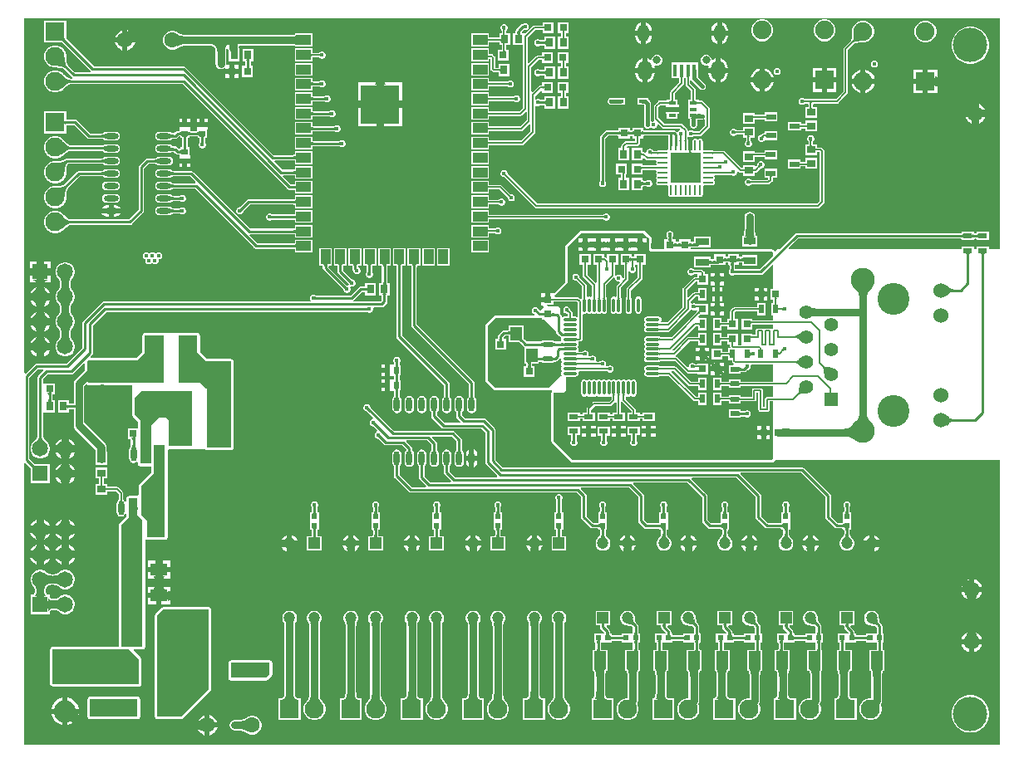
<source format=gtl>
G04*
G04 #@! TF.GenerationSoftware,Altium Limited,Altium Designer,22.11.1 (43)*
G04*
G04 Layer_Physical_Order=1*
G04 Layer_Color=255*
%FSLAX44Y44*%
%MOMM*%
G71*
G04*
G04 #@! TF.SameCoordinates,FD04806B-1D24-4FBA-9A3E-9282C7D3C049*
G04*
G04*
G04 #@! TF.FilePolarity,Positive*
G04*
G01*
G75*
%ADD13C,0.2540*%
%ADD14C,0.1524*%
%ADD21R,0.8000X0.8000*%
%ADD22O,1.5000X0.6000*%
%ADD23R,0.6400X0.6000*%
%ADD24R,0.9000X0.5500*%
%ADD25O,0.6000X1.4500*%
%ADD26R,0.6000X0.6400*%
%ADD27R,2.1000X1.5500*%
%ADD28C,1.6000*%
%ADD29R,1.2000X1.8500*%
%ADD30R,0.5500X0.5500*%
%ADD31O,0.2500X1.0500*%
%ADD32R,3.1300X3.1300*%
%ADD33O,1.0500X0.2500*%
%ADD34R,0.5500X0.9000*%
%ADD35R,0.5500X0.5500*%
%ADD36R,1.8000X1.3000*%
%ADD37R,2.3000X1.9500*%
%ADD38R,1.5500X3.2100*%
%ADD39R,1.3400X0.8000*%
%ADD40R,0.8000X0.9500*%
%ADD41R,4.0000X4.0000*%
%ADD42R,1.5000X1.0000*%
%ADD43R,1.0000X1.5000*%
%ADD44R,0.8000X0.8000*%
%ADD45R,0.4500X1.3000*%
%ADD46R,2.1500X5.5000*%
%ADD47R,1.7500X4.5000*%
%ADD48R,1.2500X0.8000*%
%ADD49O,1.4500X0.3000*%
%ADD50O,0.3000X1.4500*%
%ADD51R,0.8000X0.4000*%
%ADD52R,0.9500X0.8000*%
%ADD53R,1.0000X0.6000*%
%ADD54R,1.2700X1.3970*%
%ADD55R,1.1500X1.4000*%
%ADD112C,0.7620*%
%ADD113C,0.3810*%
%ADD114C,0.5080*%
%ADD115C,1.9500*%
%ADD116R,1.9500X1.9500*%
%ADD117C,1.2000*%
%ADD118R,1.2000X1.2000*%
%ADD119R,1.9500X1.9500*%
%ADD120C,3.5052*%
%ADD121R,1.9050X1.9050*%
%ADD122C,1.9050*%
%ADD123R,1.3980X1.3980*%
%ADD124C,1.3980*%
%ADD125C,1.5300*%
%ADD126C,3.2500*%
%ADD127C,2.4450*%
%ADD128R,2.2500X2.2500*%
%ADD129C,2.2500*%
%ADD130C,1.6500*%
%ADD131R,1.6500X1.6500*%
%ADD132O,1.4500X2.0000*%
%ADD133O,1.1500X1.8000*%
%ADD134C,0.8000*%
%ADD135C,0.4000*%
%ADD136C,0.4500*%
%ADD137C,0.5000*%
G36*
X918315Y1045016D02*
X918293Y1044958D01*
X918274Y1044880D01*
X918257Y1044780D01*
X918231Y1044517D01*
X918215Y1044168D01*
X918210Y1043735D01*
X915670D01*
X915669Y1043962D01*
X915606Y1044880D01*
X915587Y1044958D01*
X915565Y1045016D01*
X915540Y1045052D01*
X918340D01*
X918315Y1045016D01*
D02*
G37*
G36*
X1231271Y1042550D02*
X1231245Y1042791D01*
X1231168Y1043007D01*
X1231040Y1043198D01*
X1230860Y1043363D01*
X1230628Y1043503D01*
X1230346Y1043617D01*
X1230011Y1043706D01*
X1229626Y1043769D01*
X1229189Y1043807D01*
X1228700Y1043820D01*
Y1046360D01*
X1229189Y1046373D01*
X1229626Y1046411D01*
X1230011Y1046474D01*
X1230346Y1046563D01*
X1230628Y1046677D01*
X1230860Y1046817D01*
X1231040Y1046982D01*
X1231168Y1047173D01*
X1231245Y1047389D01*
X1231271Y1047630D01*
Y1042550D01*
D02*
G37*
G36*
X1224935Y1047389D02*
X1225012Y1047173D01*
X1225140Y1046982D01*
X1225320Y1046817D01*
X1225552Y1046677D01*
X1225834Y1046563D01*
X1226169Y1046474D01*
X1226554Y1046411D01*
X1226991Y1046373D01*
X1227479Y1046360D01*
Y1043820D01*
X1226991Y1043807D01*
X1226554Y1043769D01*
X1226169Y1043706D01*
X1225834Y1043617D01*
X1225552Y1043503D01*
X1225320Y1043363D01*
X1225140Y1043198D01*
X1225012Y1043007D01*
X1224935Y1042791D01*
X1224909Y1042550D01*
Y1047630D01*
X1224935Y1047389D01*
D02*
G37*
G36*
X1216031Y1042550D02*
X1216005Y1042791D01*
X1215928Y1043007D01*
X1215800Y1043198D01*
X1215620Y1043363D01*
X1215388Y1043503D01*
X1215106Y1043617D01*
X1214771Y1043706D01*
X1214386Y1043769D01*
X1213949Y1043807D01*
X1213460Y1043820D01*
Y1046360D01*
X1213949Y1046373D01*
X1214386Y1046411D01*
X1214771Y1046474D01*
X1215106Y1046563D01*
X1215388Y1046677D01*
X1215620Y1046817D01*
X1215800Y1046982D01*
X1215928Y1047173D01*
X1216005Y1047389D01*
X1216031Y1047630D01*
Y1042550D01*
D02*
G37*
G36*
X1253181Y1031240D02*
X1241734D01*
Y1034364D01*
X1229686D01*
Y1031240D01*
X1226494D01*
Y1034364D01*
X1214446D01*
Y1031240D01*
X1038198D01*
X1037712Y1032413D01*
X1047540Y1042241D01*
X1213260D01*
X1213418Y1042171D01*
X1213856Y1042160D01*
X1214180Y1042131D01*
X1214425Y1042091D01*
X1214446Y1042085D01*
Y1040816D01*
X1226494D01*
Y1042085D01*
X1226515Y1042091D01*
X1226760Y1042131D01*
X1227085Y1042160D01*
X1227522Y1042171D01*
X1227680Y1042241D01*
X1228500D01*
X1228658Y1042171D01*
X1229096Y1042160D01*
X1229420Y1042131D01*
X1229665Y1042091D01*
X1229686Y1042085D01*
Y1040816D01*
X1241734D01*
Y1049364D01*
X1229686D01*
Y1048095D01*
X1229665Y1048089D01*
X1229420Y1048049D01*
X1229096Y1048020D01*
X1228658Y1048009D01*
X1228500Y1047939D01*
X1227680D01*
X1227522Y1048009D01*
X1227085Y1048020D01*
X1226760Y1048049D01*
X1226516Y1048089D01*
X1226494Y1048095D01*
Y1049364D01*
X1214446D01*
Y1048095D01*
X1214425Y1048089D01*
X1214180Y1048049D01*
X1213856Y1048020D01*
X1213418Y1048009D01*
X1213260Y1047939D01*
X1046360D01*
X1046360Y1047939D01*
X1045270Y1047722D01*
X1044346Y1047104D01*
X1044346Y1047104D01*
X1028481Y1031240D01*
X1026160D01*
X1024181Y1029261D01*
X1022911Y1030531D01*
X1022071Y1031093D01*
X1021080Y1031290D01*
X937704D01*
Y1033071D01*
X937745Y1033082D01*
X937983Y1033122D01*
X938301Y1033150D01*
X938733Y1033161D01*
X938891Y1033231D01*
X940580D01*
X940751Y1033160D01*
X940765Y1033167D01*
X940780Y1033161D01*
X942405Y1033190D01*
X942449Y1033208D01*
X942493Y1033194D01*
X943001Y1033230D01*
X943004Y1033231D01*
X944380D01*
X944380Y1033231D01*
X945409Y1033436D01*
X958184D01*
Y1044484D01*
X941736D01*
Y1039086D01*
X941709Y1039079D01*
X941466Y1039039D01*
X941143Y1039010D01*
X940707Y1038999D01*
X940550Y1038929D01*
X938891D01*
X938733Y1038999D01*
X938301Y1039010D01*
X937983Y1039038D01*
X937745Y1039078D01*
X937704Y1039089D01*
Y1041604D01*
X926656D01*
Y1039085D01*
X926635Y1039079D01*
X926390Y1039039D01*
X926066Y1039010D01*
X925628Y1038999D01*
X925470Y1038929D01*
X923651D01*
X923493Y1038999D01*
X923061Y1039010D01*
X922743Y1039038D01*
X922505Y1039078D01*
X922464Y1039089D01*
Y1041604D01*
X919945D01*
X919939Y1041625D01*
X919899Y1041870D01*
X919870Y1042195D01*
X919859Y1042632D01*
X919789Y1042790D01*
Y1043550D01*
X919859Y1043715D01*
X919864Y1044121D01*
X919877Y1044399D01*
X919881Y1044437D01*
X919928Y1044484D01*
X920464Y1045779D01*
Y1047181D01*
X919928Y1048476D01*
X918936Y1049467D01*
X917641Y1050004D01*
X916239D01*
X914944Y1049467D01*
X913952Y1048476D01*
X913416Y1047181D01*
Y1045779D01*
X913952Y1044484D01*
X913982Y1044454D01*
X914019Y1043902D01*
X914020Y1043726D01*
X914091Y1043557D01*
Y1042790D01*
X914021Y1042632D01*
X914010Y1042195D01*
X913981Y1041870D01*
X913941Y1041626D01*
X913935Y1041604D01*
X911416D01*
Y1031290D01*
X898585D01*
X898266Y1031609D01*
Y1042344D01*
X898069Y1043335D01*
X897507Y1044175D01*
X895971Y1045711D01*
X892101Y1049581D01*
X891261Y1050143D01*
X890270Y1050340D01*
X826770Y1050340D01*
X825779Y1050143D01*
X824939Y1049581D01*
X810969Y1035611D01*
X810407Y1034771D01*
X810210Y1033780D01*
Y998023D01*
X799875Y987688D01*
X799020Y986860D01*
Y986860D01*
X799020Y986860D01*
X795020D01*
Y980320D01*
X792480D01*
Y977780D01*
X785940D01*
Y973780D01*
X787834D01*
X788360Y972510D01*
X785031Y969181D01*
X783951Y969480D01*
X783684Y969630D01*
X783495Y969821D01*
X783077Y970260D01*
X782767Y971006D01*
X781776Y971998D01*
X780481Y972534D01*
X779079D01*
X777784Y971998D01*
X776793Y971006D01*
X776256Y969711D01*
Y968309D01*
X776793Y967014D01*
X777784Y966022D01*
X778532Y965713D01*
X778902Y964494D01*
X778530Y963980D01*
X739140D01*
X738149Y963783D01*
X737309Y963221D01*
X729689Y955601D01*
X729127Y954761D01*
X728930Y953770D01*
Y897890D01*
X729127Y896899D01*
X729689Y896059D01*
X737309Y888439D01*
X738149Y887877D01*
X739140Y887680D01*
X793750D01*
X794741Y887877D01*
X795581Y888439D01*
X796999Y887021D01*
X796437Y886181D01*
X796240Y885190D01*
Y835660D01*
X796437Y834669D01*
X796999Y833829D01*
X816049Y814779D01*
X816889Y814217D01*
X817880Y814020D01*
X1021080Y814020D01*
X1022071Y814217D01*
X1022911Y814779D01*
X1024181Y816049D01*
X1024556Y816610D01*
X1253181D01*
Y526089D01*
X259389D01*
Y813017D01*
X260659Y813542D01*
X264308Y809893D01*
X264367Y809736D01*
X265266Y808769D01*
X265557Y808407D01*
X265776Y808096D01*
X265816Y808026D01*
Y807423D01*
X265751Y807267D01*
X265804Y807139D01*
X265772Y807004D01*
X265816Y806934D01*
Y792866D01*
X285364D01*
Y812414D01*
X271296D01*
X271226Y812458D01*
X271091Y812426D01*
X270963Y812479D01*
X270807Y812414D01*
X270204D01*
X270134Y812455D01*
X269841Y812660D01*
X269002Y813373D01*
X268517Y813842D01*
X268352Y813907D01*
X264469Y817790D01*
Y900520D01*
X272960Y909011D01*
X278347D01*
X278873Y907741D01*
X273576Y902444D01*
X272958Y901520D01*
X272741Y900430D01*
X272741Y900430D01*
Y841400D01*
X272675Y841271D01*
X272640Y840811D01*
X272551Y840414D01*
X272386Y839945D01*
X272135Y839410D01*
X271793Y838814D01*
X271356Y838166D01*
X270836Y837481D01*
X269464Y835924D01*
X268641Y835091D01*
X268520Y834792D01*
X267769Y834041D01*
X266482Y831813D01*
X265816Y829327D01*
Y826753D01*
X266482Y824267D01*
X267769Y822039D01*
X269589Y820219D01*
X271817Y818932D01*
X274303Y818266D01*
X276877D01*
X279363Y818932D01*
X281591Y820219D01*
X283411Y822039D01*
X284698Y824267D01*
X285364Y826753D01*
Y829327D01*
X284698Y831813D01*
X283411Y834041D01*
X282660Y834792D01*
X282539Y835091D01*
X281716Y835924D01*
X280344Y837481D01*
X279824Y838165D01*
X279388Y838814D01*
X279045Y839410D01*
X278794Y839945D01*
X278629Y840414D01*
X278540Y840811D01*
X278505Y841271D01*
X278439Y841400D01*
Y864626D01*
X279576Y864946D01*
X279709Y864946D01*
X290624D01*
Y877494D01*
X287995D01*
X287989Y877515D01*
X287949Y877760D01*
X287920Y878084D01*
X287909Y878522D01*
X287839Y878680D01*
Y882290D01*
X287909Y882448D01*
X287920Y882886D01*
X287949Y883210D01*
X287989Y883455D01*
X287995Y883476D01*
X290514D01*
Y894524D01*
X279709D01*
X279466Y894524D01*
X278439Y895110D01*
Y899250D01*
X283120Y903931D01*
X307340D01*
X307340Y903931D01*
X308430Y904148D01*
X309354Y904766D01*
X320087Y915498D01*
X321260Y915012D01*
Y908071D01*
X311114Y897926D01*
X309935Y896161D01*
X309522Y894080D01*
Y874069D01*
X305811D01*
X305653Y874139D01*
X305221Y874150D01*
X304903Y874178D01*
X304665Y874218D01*
X304624Y874229D01*
Y877494D01*
X293576D01*
Y864946D01*
X304624D01*
Y868211D01*
X304665Y868222D01*
X304903Y868262D01*
X305221Y868290D01*
X305653Y868301D01*
X305811Y868371D01*
X309522D01*
Y852170D01*
X309935Y850089D01*
X311114Y848324D01*
X332323Y827115D01*
X332280Y825046D01*
X332143Y823319D01*
X332064Y822784D01*
X331546D01*
Y821459D01*
X331451Y821229D01*
X331546Y821000D01*
Y811736D01*
X344094D01*
Y821000D01*
X344189Y821229D01*
X344094Y821459D01*
Y822784D01*
X343589D01*
X343288Y827460D01*
X343280Y828860D01*
X343259Y828910D01*
Y829310D01*
X342845Y831391D01*
X341666Y833156D01*
X320398Y854423D01*
Y869950D01*
Y891827D01*
X322689Y894118D01*
X323289Y893519D01*
X324129Y892957D01*
X325120Y892760D01*
X369570D01*
Y880360D01*
X369520Y880110D01*
Y862330D01*
X369717Y861339D01*
X370279Y860499D01*
X374845Y855933D01*
Y848804D01*
X364815D01*
Y837756D01*
X367454D01*
X367460Y837735D01*
X367500Y837490D01*
X367529Y837166D01*
X367540Y836728D01*
X367610Y836570D01*
Y831940D01*
X367540Y831777D01*
X367528Y831113D01*
X367495Y830565D01*
X367444Y830113D01*
X367410Y829923D01*
X367197Y829782D01*
X366854Y829268D01*
X366777Y829236D01*
X366726Y829112D01*
X366611Y829043D01*
X366559Y828826D01*
X366198Y828285D01*
X365846Y826520D01*
Y818020D01*
X366198Y816255D01*
X367197Y814758D01*
X368694Y813758D01*
X370459Y813407D01*
X372224Y813758D01*
X373575Y814661D01*
X374213Y814494D01*
X374845Y814155D01*
Y812800D01*
X375042Y811809D01*
X375603Y810969D01*
X376443Y810407D01*
X377435Y810210D01*
X388570D01*
Y803713D01*
X376629Y791771D01*
X376067Y790931D01*
X375870Y789940D01*
Y780882D01*
X374656Y779835D01*
X374600Y779830D01*
X365760D01*
X364769Y779633D01*
X363929Y779071D01*
X363367Y778231D01*
X363170Y777240D01*
Y774176D01*
X362643Y773997D01*
X361900Y773965D01*
X361021Y775282D01*
X360465Y775653D01*
X360431Y775736D01*
X360212Y775827D01*
X360176Y776183D01*
X360170Y776473D01*
X360090Y776657D01*
Y782701D01*
X359912Y783593D01*
X359407Y784349D01*
X355328Y788428D01*
X354572Y788933D01*
X353680Y789111D01*
X344286D01*
X344106Y789191D01*
X344094Y789191D01*
Y792304D01*
X340231D01*
X340231Y792317D01*
X340151Y792497D01*
Y797544D01*
X340231Y797724D01*
X340231Y797736D01*
X344094D01*
Y808784D01*
X331546D01*
Y797736D01*
X335409D01*
X335409Y797724D01*
X335489Y797544D01*
Y792497D01*
X335409Y792317D01*
X335409Y792304D01*
X331546D01*
Y781256D01*
X344094D01*
Y784369D01*
X344106Y784369D01*
X344286Y784449D01*
X352715D01*
X355428Y781736D01*
Y776657D01*
X355348Y776473D01*
X355341Y776159D01*
X355325Y775932D01*
X355312Y775829D01*
X355087Y775736D01*
X355053Y775653D01*
X354497Y775282D01*
X353498Y773785D01*
X353146Y772020D01*
Y763520D01*
X353498Y761755D01*
X354497Y760258D01*
X355994Y759258D01*
X357759Y758907D01*
X359524Y759258D01*
X361021Y760258D01*
X361900Y761575D01*
X362643Y761543D01*
X363170Y761364D01*
Y759263D01*
X356309Y752401D01*
X355747Y751561D01*
X355550Y750570D01*
Y626160D01*
X288290D01*
X287299Y625963D01*
X286459Y625401D01*
X285897Y624561D01*
X285700Y623570D01*
Y588399D01*
X285897Y587408D01*
X286459Y586568D01*
X287299Y586007D01*
X287299Y586007D01*
X288472Y585521D01*
X288472Y585521D01*
X289463Y585324D01*
X289949Y585420D01*
X375920D01*
X376911Y585617D01*
X377751Y586179D01*
X378313Y587019D01*
X378510Y588010D01*
Y613410D01*
X378313Y614401D01*
X377751Y615241D01*
X370646Y622347D01*
X371132Y623520D01*
X379730D01*
X380721Y623717D01*
X381561Y624279D01*
X382123Y625119D01*
X382320Y626110D01*
Y734952D01*
X383590Y735630D01*
X383819Y735477D01*
X384810Y735280D01*
X402590D01*
X403581Y735477D01*
X404421Y736039D01*
X404983Y736879D01*
X405180Y737870D01*
Y826938D01*
X406400Y827990D01*
X430530D01*
Y827479D01*
X443939D01*
X444779Y826917D01*
X445770Y826720D01*
X469900D01*
X470891Y826917D01*
X471731Y827479D01*
X472293Y828319D01*
X472490Y829310D01*
Y916940D01*
X472293Y917931D01*
X471731Y918771D01*
X470891Y919333D01*
X469900Y919530D01*
X445573D01*
X438200Y926903D01*
Y943610D01*
X438003Y944601D01*
X437441Y945441D01*
X436601Y946003D01*
X435610Y946200D01*
X416560D01*
X416310Y946150D01*
X401570D01*
X401320Y946200D01*
X382270D01*
X381279Y946003D01*
X380439Y945441D01*
X379877Y944601D01*
X379680Y943610D01*
Y926903D01*
X373577Y920800D01*
X327048D01*
X326562Y921973D01*
X328404Y923816D01*
X328404Y923816D01*
X329022Y924740D01*
X329239Y925830D01*
Y953860D01*
X342810Y967431D01*
X607940D01*
X608105Y967361D01*
X608511Y967356D01*
X608789Y967343D01*
X608827Y967339D01*
X608874Y967292D01*
X610169Y966756D01*
X611571D01*
X612866Y967292D01*
X613857Y968284D01*
X614394Y969579D01*
Y970981D01*
X614286Y971241D01*
X615135Y972511D01*
X623570D01*
X623570Y972511D01*
X624660Y972728D01*
X625584Y973346D01*
X628124Y975886D01*
X628124Y975886D01*
X628742Y976810D01*
X628959Y977900D01*
Y983140D01*
X629029Y983298D01*
X629040Y983736D01*
X629069Y984060D01*
X629109Y984305D01*
X629115Y984326D01*
X631634D01*
Y996874D01*
X629235D01*
X629229Y996895D01*
X629189Y997140D01*
X629160Y997465D01*
X629149Y997902D01*
X629079Y998060D01*
Y1013409D01*
X629149Y1013567D01*
X629160Y1013999D01*
X629188Y1014317D01*
X629228Y1014555D01*
X629239Y1014596D01*
X632754D01*
Y1032644D01*
X619706D01*
Y1014596D01*
X623221D01*
X623232Y1014555D01*
X623272Y1014317D01*
X623300Y1013999D01*
X623311Y1013567D01*
X623381Y1013409D01*
Y998060D01*
X623311Y997902D01*
X623300Y997465D01*
X623271Y997140D01*
X623231Y996896D01*
X623225Y996874D01*
X620586D01*
Y984326D01*
X623105D01*
X623111Y984305D01*
X623151Y984060D01*
X623180Y983736D01*
X623191Y983298D01*
X623261Y983140D01*
Y979080D01*
X622390Y978209D01*
X595165D01*
X594780Y979479D01*
X595104Y979696D01*
X603160Y987751D01*
X605399D01*
X605557Y987681D01*
X605989Y987670D01*
X606307Y987642D01*
X606545Y987602D01*
X606586Y987591D01*
Y984326D01*
X617634D01*
Y996874D01*
X606586D01*
Y993609D01*
X606545Y993598D01*
X606307Y993558D01*
X605989Y993530D01*
X605557Y993519D01*
X605399Y993449D01*
X601980D01*
X601980Y993449D01*
X600890Y993232D01*
X599966Y992614D01*
X599966Y992614D01*
X591910Y984559D01*
X556650D01*
X556485Y984630D01*
X556079Y984634D01*
X555801Y984647D01*
X555763Y984650D01*
X555716Y984697D01*
X554421Y985234D01*
X553019D01*
X551724Y984697D01*
X550732Y983706D01*
X550196Y982411D01*
Y981009D01*
X550732Y979714D01*
X550968Y979479D01*
X550442Y978209D01*
X340360D01*
X339270Y977992D01*
X338346Y977374D01*
X338346Y977374D01*
X319296Y958324D01*
X318678Y957400D01*
X318461Y956310D01*
X318461Y956310D01*
Y930820D01*
X302350Y914709D01*
X271780D01*
X270690Y914492D01*
X269766Y913874D01*
X269766Y913874D01*
X260659Y904768D01*
X259389Y905294D01*
Y1267151D01*
X1253181D01*
Y1031240D01*
D02*
G37*
G36*
X918223Y1042101D02*
X918261Y1041664D01*
X918324Y1041279D01*
X918413Y1040944D01*
X918528Y1040662D01*
X918667Y1040430D01*
X918832Y1040250D01*
X919023Y1040122D01*
X919239Y1040045D01*
X919480Y1040019D01*
X914400D01*
X914641Y1040045D01*
X914857Y1040122D01*
X915048Y1040250D01*
X915213Y1040430D01*
X915352Y1040662D01*
X915467Y1040944D01*
X915556Y1041279D01*
X915619Y1041664D01*
X915657Y1042101D01*
X915670Y1042589D01*
X918210D01*
X918223Y1042101D01*
D02*
G37*
G36*
X943290Y1034990D02*
X943265Y1034956D01*
X943189Y1034926D01*
X943062Y1034898D01*
X942884Y1034875D01*
X942376Y1034839D01*
X940751Y1034810D01*
Y1037350D01*
X941237Y1037363D01*
X941673Y1037401D01*
X942057Y1037464D01*
X942391Y1037553D01*
X942673Y1037667D01*
X942905Y1037807D01*
X943085Y1037972D01*
X943215Y1038163D01*
X943293Y1038379D01*
X943321Y1038620D01*
X943290Y1034990D01*
D02*
G37*
G36*
X936175Y1038379D02*
X936251Y1038163D01*
X936378Y1037972D01*
X936556Y1037807D01*
X936785Y1037667D01*
X937064Y1037553D01*
X937394Y1037464D01*
X937775Y1037401D01*
X938207Y1037363D01*
X938689Y1037350D01*
Y1034810D01*
X938207Y1034797D01*
X937775Y1034759D01*
X937394Y1034696D01*
X937064Y1034607D01*
X936785Y1034492D01*
X936556Y1034353D01*
X936378Y1034188D01*
X936251Y1033997D01*
X936175Y1033781D01*
X936150Y1033540D01*
Y1038620D01*
X936175Y1038379D01*
D02*
G37*
G36*
X928241Y1033540D02*
X928215Y1033781D01*
X928138Y1033997D01*
X928010Y1034188D01*
X927830Y1034353D01*
X927598Y1034492D01*
X927316Y1034607D01*
X926981Y1034696D01*
X926596Y1034759D01*
X926159Y1034797D01*
X925670Y1034810D01*
Y1037350D01*
X926159Y1037363D01*
X926596Y1037401D01*
X926981Y1037464D01*
X927316Y1037553D01*
X927598Y1037667D01*
X927830Y1037807D01*
X928010Y1037972D01*
X928138Y1038163D01*
X928215Y1038379D01*
X928241Y1038620D01*
Y1033540D01*
D02*
G37*
G36*
X920935Y1038379D02*
X921011Y1038163D01*
X921138Y1037972D01*
X921316Y1037807D01*
X921544Y1037667D01*
X921824Y1037553D01*
X922154Y1037464D01*
X922535Y1037401D01*
X922967Y1037363D01*
X923449Y1037350D01*
Y1034810D01*
X922967Y1034797D01*
X922535Y1034759D01*
X922154Y1034696D01*
X921824Y1034607D01*
X921544Y1034492D01*
X921316Y1034353D01*
X921138Y1034188D01*
X921011Y1033997D01*
X920935Y1033781D01*
X920910Y1033540D01*
Y1038620D01*
X920935Y1038379D01*
D02*
G37*
G36*
X1238009Y1027375D02*
X1237793Y1027298D01*
X1237602Y1027170D01*
X1237437Y1026990D01*
X1237298Y1026758D01*
X1237183Y1026476D01*
X1237094Y1026141D01*
X1237031Y1025756D01*
X1236993Y1025319D01*
X1236980Y1024830D01*
X1234440D01*
X1234427Y1025319D01*
X1234389Y1025756D01*
X1234326Y1026141D01*
X1234237Y1026476D01*
X1234122Y1026758D01*
X1233983Y1026990D01*
X1233818Y1027170D01*
X1233627Y1027298D01*
X1233411Y1027375D01*
X1233170Y1027401D01*
X1238250D01*
X1238009Y1027375D01*
D02*
G37*
G36*
X1222769D02*
X1222553Y1027298D01*
X1222362Y1027170D01*
X1222197Y1026990D01*
X1222057Y1026758D01*
X1221943Y1026476D01*
X1221854Y1026141D01*
X1221791Y1025756D01*
X1221753Y1025319D01*
X1221740Y1024830D01*
X1219200D01*
X1219187Y1025319D01*
X1219149Y1025756D01*
X1219086Y1026141D01*
X1218997Y1026476D01*
X1218883Y1026758D01*
X1218743Y1026990D01*
X1218578Y1027170D01*
X1218387Y1027298D01*
X1218171Y1027375D01*
X1217930Y1027401D01*
X1223010D01*
X1222769Y1027375D01*
D02*
G37*
G36*
X848504Y1022550D02*
X848550Y1022427D01*
X848626Y1022318D01*
X848732Y1022223D01*
X848869Y1022143D01*
X849036Y1022078D01*
X849233Y1022027D01*
X849461Y1021991D01*
X849719Y1021969D01*
X850007Y1021962D01*
Y1020438D01*
X849719Y1020431D01*
X849461Y1020409D01*
X849233Y1020373D01*
X849036Y1020322D01*
X848869Y1020257D01*
X848732Y1020177D01*
X848626Y1020082D01*
X848550Y1019974D01*
X848504Y1019850D01*
X848489Y1019712D01*
Y1022688D01*
X848504Y1022550D01*
D02*
G37*
G36*
X882490Y1018660D02*
X882465Y1018901D01*
X882389Y1019117D01*
X882262Y1019308D01*
X882084Y1019473D01*
X881855Y1019613D01*
X881576Y1019727D01*
X881246Y1019816D01*
X880865Y1019879D01*
X880433Y1019917D01*
X879950Y1019930D01*
Y1022470D01*
X880433Y1022483D01*
X880865Y1022521D01*
X881246Y1022584D01*
X881576Y1022673D01*
X881855Y1022787D01*
X882084Y1022927D01*
X882262Y1023092D01*
X882389Y1023283D01*
X882465Y1023499D01*
X882490Y1023740D01*
Y1018660D01*
D02*
G37*
G36*
X876455Y1023499D02*
X876532Y1023283D01*
X876660Y1023092D01*
X876840Y1022927D01*
X877072Y1022787D01*
X877354Y1022673D01*
X877689Y1022584D01*
X878074Y1022521D01*
X878511Y1022483D01*
X878999Y1022470D01*
Y1019930D01*
X878511Y1019917D01*
X878074Y1019879D01*
X877689Y1019816D01*
X877354Y1019727D01*
X877072Y1019613D01*
X876840Y1019473D01*
X876660Y1019308D01*
X876532Y1019117D01*
X876455Y1018901D01*
X876429Y1018660D01*
Y1023740D01*
X876455Y1023499D01*
D02*
G37*
G36*
X992031Y1018420D02*
X992005Y1018661D01*
X991928Y1018877D01*
X991800Y1019068D01*
X991620Y1019233D01*
X991388Y1019372D01*
X991106Y1019487D01*
X990771Y1019576D01*
X990386Y1019639D01*
X989949Y1019677D01*
X989461Y1019690D01*
Y1022230D01*
X989949Y1022243D01*
X990386Y1022281D01*
X990771Y1022344D01*
X991106Y1022433D01*
X991388Y1022548D01*
X991620Y1022687D01*
X991800Y1022852D01*
X991928Y1023043D01*
X992005Y1023259D01*
X992031Y1023500D01*
Y1018420D01*
D02*
G37*
G36*
X985675Y1023259D02*
X985752Y1023043D01*
X985880Y1022852D01*
X986060Y1022687D01*
X986292Y1022548D01*
X986574Y1022433D01*
X986909Y1022344D01*
X987294Y1022281D01*
X987731Y1022243D01*
X988220Y1022230D01*
Y1019690D01*
X987731Y1019677D01*
X987294Y1019639D01*
X986909Y1019576D01*
X986574Y1019487D01*
X986292Y1019372D01*
X986060Y1019233D01*
X985880Y1019068D01*
X985752Y1018877D01*
X985675Y1018661D01*
X985649Y1018420D01*
Y1023500D01*
X985675Y1023259D01*
D02*
G37*
G36*
X977740Y1018420D02*
X977715Y1018661D01*
X977639Y1018877D01*
X977512Y1019068D01*
X977334Y1019233D01*
X977105Y1019372D01*
X976826Y1019487D01*
X976496Y1019576D01*
X976115Y1019639D01*
X975683Y1019677D01*
X975201Y1019690D01*
Y1022230D01*
X975683Y1022243D01*
X976115Y1022281D01*
X976496Y1022344D01*
X976826Y1022433D01*
X977105Y1022548D01*
X977334Y1022687D01*
X977512Y1022852D01*
X977639Y1023043D01*
X977715Y1023259D01*
X977740Y1023500D01*
Y1018420D01*
D02*
G37*
G36*
X971705Y1023259D02*
X971782Y1023043D01*
X971910Y1022852D01*
X972090Y1022687D01*
X972322Y1022548D01*
X972604Y1022433D01*
X972939Y1022344D01*
X973324Y1022281D01*
X973761Y1022243D01*
X974249Y1022230D01*
Y1019690D01*
X973761Y1019677D01*
X973324Y1019639D01*
X972939Y1019576D01*
X972604Y1019487D01*
X972322Y1019372D01*
X972090Y1019233D01*
X971910Y1019068D01*
X971782Y1018877D01*
X971705Y1018661D01*
X971679Y1018420D01*
Y1023500D01*
X971705Y1023259D01*
D02*
G37*
G36*
X887333Y1020251D02*
X887309Y1020152D01*
X887289Y1020006D01*
X887256Y1019569D01*
X887222Y1017644D01*
X885698D01*
X885561Y1020303D01*
X887359D01*
X887333Y1020251D01*
D02*
G37*
G36*
X873363D02*
X873339Y1020152D01*
X873319Y1020006D01*
X873286Y1019569D01*
X873252Y1017644D01*
X871728D01*
X871591Y1020303D01*
X873389D01*
X873363Y1020251D01*
D02*
G37*
G36*
X963771Y1016991D02*
X963745Y1017009D01*
X963669Y1017026D01*
X963542Y1017041D01*
X963136Y1017065D01*
X961230Y1017090D01*
Y1019630D01*
X961713Y1019643D01*
X962145Y1019681D01*
X962526Y1019744D01*
X962856Y1019833D01*
X963136Y1019948D01*
X963364Y1020087D01*
X963542Y1020252D01*
X963669Y1020443D01*
X963745Y1020659D01*
X963771Y1020900D01*
Y1016991D01*
D02*
G37*
G36*
X956625Y1020659D02*
X956702Y1020443D01*
X956830Y1020252D01*
X957010Y1020087D01*
X957242Y1019948D01*
X957524Y1019833D01*
X957859Y1019744D01*
X958244Y1019681D01*
X958681Y1019643D01*
X959169Y1019630D01*
Y1017090D01*
X958681Y1017077D01*
X958244Y1017039D01*
X957859Y1016976D01*
X957524Y1016887D01*
X957242Y1016773D01*
X957010Y1016633D01*
X956830Y1016468D01*
X956702Y1016277D01*
X956625Y1016061D01*
X956599Y1015820D01*
Y1020900D01*
X956625Y1020659D01*
D02*
G37*
G36*
X887839Y1017245D02*
X887710Y1017199D01*
X887595Y1017121D01*
X887496Y1017012D01*
X887412Y1016872D01*
X887344Y1016701D01*
X887291Y1016499D01*
X887253Y1016266D01*
X887230Y1016002D01*
X887222Y1015706D01*
X885698D01*
X885690Y1016002D01*
X885667Y1016266D01*
X885629Y1016499D01*
X885576Y1016701D01*
X885508Y1016872D01*
X885424Y1017012D01*
X885325Y1017121D01*
X885210Y1017199D01*
X885081Y1017245D01*
X884936Y1017261D01*
X887984D01*
X887839Y1017245D01*
D02*
G37*
G36*
X873869D02*
X873740Y1017199D01*
X873625Y1017121D01*
X873526Y1017012D01*
X873443Y1016872D01*
X873374Y1016701D01*
X873321Y1016499D01*
X873282Y1016266D01*
X873260Y1016002D01*
X873252Y1015706D01*
X871728D01*
X871720Y1016002D01*
X871697Y1016266D01*
X871659Y1016499D01*
X871606Y1016701D01*
X871537Y1016872D01*
X871454Y1017012D01*
X871355Y1017121D01*
X871240Y1017199D01*
X871111Y1017245D01*
X870966Y1017261D01*
X874014D01*
X873869Y1017245D01*
D02*
G37*
G36*
X846129D02*
X846000Y1017199D01*
X845885Y1017121D01*
X845786Y1017012D01*
X845703Y1016872D01*
X845634Y1016701D01*
X845581Y1016499D01*
X845543Y1016266D01*
X845520Y1016002D01*
X845512Y1015706D01*
X843988D01*
X843980Y1016002D01*
X843958Y1016266D01*
X843919Y1016499D01*
X843866Y1016701D01*
X843798Y1016872D01*
X843714Y1017012D01*
X843615Y1017121D01*
X843500Y1017199D01*
X843371Y1017245D01*
X843226Y1017261D01*
X846274D01*
X846129Y1017245D01*
D02*
G37*
G36*
X831959Y1017245D02*
X831830Y1017199D01*
X831715Y1017121D01*
X831616Y1017012D01*
X831533Y1016872D01*
X831464Y1016701D01*
X831411Y1016499D01*
X831373Y1016266D01*
X831350Y1016002D01*
X831342Y1015706D01*
X829818D01*
X829810Y1016002D01*
X829788Y1016266D01*
X829749Y1016499D01*
X829696Y1016701D01*
X829628Y1016872D01*
X829544Y1017012D01*
X829445Y1017121D01*
X829330Y1017199D01*
X829201Y1017245D01*
X829056Y1017261D01*
X832104D01*
X831959Y1017245D01*
D02*
G37*
G36*
X859899Y1017125D02*
X859770Y1017079D01*
X859655Y1017001D01*
X859556Y1016892D01*
X859473Y1016752D01*
X859404Y1016581D01*
X859351Y1016379D01*
X859313Y1016146D01*
X859290Y1015882D01*
X859282Y1015586D01*
X857758D01*
X857750Y1015882D01*
X857728Y1016146D01*
X857689Y1016379D01*
X857636Y1016581D01*
X857568Y1016752D01*
X857484Y1016892D01*
X857385Y1017001D01*
X857270Y1017079D01*
X857141Y1017125D01*
X856996Y1017141D01*
X860044D01*
X859899Y1017125D01*
D02*
G37*
G36*
X982739Y1017235D02*
X982523Y1017158D01*
X982332Y1017030D01*
X982167Y1016850D01*
X982028Y1016618D01*
X981913Y1016336D01*
X981824Y1016001D01*
X981761Y1015616D01*
X981723Y1015179D01*
X981710Y1014690D01*
X979170D01*
X979157Y1015179D01*
X979119Y1015616D01*
X979056Y1016001D01*
X978967Y1016336D01*
X978852Y1016618D01*
X978713Y1016850D01*
X978548Y1017030D01*
X978357Y1017158D01*
X978141Y1017235D01*
X977900Y1017261D01*
X982980D01*
X982739Y1017235D01*
D02*
G37*
G36*
X890270Y1047750D02*
X894140Y1043880D01*
X895676Y1042344D01*
Y1030536D01*
X896774Y1029438D01*
Y1029447D01*
X896984Y1029305D01*
X897224Y1029178D01*
X897493Y1029066D01*
X897792Y1028969D01*
X898121Y1028887D01*
X898480Y1028820D01*
X899286Y1028730D01*
X899734Y1028708D01*
X900212Y1028700D01*
X1021080D01*
X1022350Y1027430D01*
Y1025109D01*
X1008470Y1011229D01*
X983370D01*
X983309Y1011255D01*
X983289Y1011303D01*
Y1014490D01*
X983359Y1014648D01*
X983370Y1015086D01*
X983399Y1015410D01*
X983439Y1015655D01*
X983445Y1015676D01*
X987234D01*
Y1017955D01*
X987255Y1017961D01*
X987500Y1018001D01*
X987824Y1018030D01*
X988262Y1018041D01*
X988420Y1018111D01*
X989260D01*
X989418Y1018041D01*
X989855Y1018030D01*
X990180Y1018001D01*
X990424Y1017961D01*
X990446Y1017955D01*
Y1014446D01*
X1005994D01*
Y1025494D01*
X990446D01*
Y1023965D01*
X990425Y1023959D01*
X990180Y1023919D01*
X989855Y1023890D01*
X989418Y1023879D01*
X989260Y1023809D01*
X988420D01*
X988262Y1023879D01*
X987824Y1023890D01*
X987500Y1023919D01*
X987255Y1023959D01*
X987234Y1023965D01*
Y1026724D01*
X976186D01*
Y1023969D01*
X976145Y1023958D01*
X975907Y1023918D01*
X975589Y1023890D01*
X975157Y1023879D01*
X974999Y1023809D01*
X974450D01*
X974292Y1023879D01*
X973855Y1023890D01*
X973530Y1023919D01*
X973286Y1023959D01*
X973264Y1023965D01*
Y1026484D01*
X962216D01*
Y1021369D01*
X962175Y1021358D01*
X961937Y1021318D01*
X961619Y1021290D01*
X961187Y1021279D01*
X961029Y1021209D01*
X959370D01*
X959212Y1021279D01*
X958774Y1021290D01*
X958450Y1021319D01*
X958205Y1021359D01*
X958184Y1021365D01*
Y1023884D01*
X941736D01*
Y1012836D01*
X958184D01*
Y1015355D01*
X958205Y1015361D01*
X958450Y1015401D01*
X958774Y1015430D01*
X959212Y1015441D01*
X959370Y1015511D01*
X961044D01*
X961209Y1015441D01*
X963076Y1015416D01*
X963397Y1015397D01*
X963476Y1015388D01*
X963584Y1015418D01*
X963771Y1015341D01*
X963887Y1015389D01*
X964010Y1015358D01*
X964140Y1015436D01*
X973264D01*
Y1017955D01*
X973285Y1017961D01*
X973530Y1018001D01*
X973855Y1018030D01*
X974292Y1018041D01*
X974450Y1018111D01*
X974999D01*
X975157Y1018041D01*
X975589Y1018030D01*
X975907Y1018002D01*
X976145Y1017962D01*
X976186Y1017951D01*
Y1015676D01*
X977435D01*
X977441Y1015655D01*
X977481Y1015410D01*
X977510Y1015086D01*
X977521Y1014648D01*
X977591Y1014490D01*
Y1011310D01*
X977521Y1011145D01*
X977516Y1010739D01*
X977503Y1010461D01*
X977499Y1010423D01*
X977452Y1010376D01*
X976916Y1009081D01*
Y1007679D01*
X977452Y1006384D01*
X978444Y1005393D01*
X979739Y1004856D01*
X981141D01*
X982436Y1005393D01*
X982466Y1005422D01*
X983018Y1005459D01*
X983194Y1005460D01*
X983363Y1005531D01*
X1009650D01*
X1009650Y1005531D01*
X1010740Y1005748D01*
X1011664Y1006366D01*
X1021177Y1015878D01*
X1022350Y1015392D01*
Y991044D01*
X1019366D01*
Y979996D01*
X1022350D01*
Y976304D01*
X1020496D01*
Y964256D01*
X1022350D01*
Y959159D01*
X1001276D01*
X1001096Y959239D01*
X1001084Y959240D01*
Y960564D01*
X990036D01*
Y949516D01*
X1001084D01*
Y954417D01*
X1001096Y954417D01*
X1001276Y954498D01*
X1022350D01*
Y950543D01*
X1021966Y950467D01*
X1021210Y949961D01*
X1020442D01*
X1019686Y950467D01*
X1018794Y950644D01*
X1014730D01*
X1013838Y950467D01*
X1013082Y949961D01*
X1012314D01*
X1011558Y950467D01*
X1010666Y950644D01*
X1006602D01*
X1005710Y950467D01*
X1004954Y949961D01*
X1004449Y949205D01*
X1004271Y948313D01*
Y944621D01*
X1001275D01*
X1001094Y944701D01*
X1001084Y944701D01*
Y945324D01*
X999769D01*
X999546Y945419D01*
X999448Y945379D01*
X999346Y945409D01*
X999192Y945324D01*
X990036D01*
Y934276D01*
X989014Y933677D01*
X987106D01*
X986084Y934276D01*
Y945324D01*
X975036D01*
Y942211D01*
X975024Y942211D01*
X974844Y942131D01*
X969547D01*
X969367Y942211D01*
X969354Y942211D01*
Y945824D01*
X960806D01*
Y933776D01*
X969354D01*
Y937389D01*
X969367Y937389D01*
X969547Y937469D01*
X974844D01*
X975024Y937389D01*
X975036Y937389D01*
Y934276D01*
X978149D01*
X978149Y934264D01*
X978229Y934084D01*
Y932496D01*
X978357Y931854D01*
X977889Y930980D01*
X977561Y930584D01*
X976286D01*
Y926971D01*
X976274Y926971D01*
X976094Y926891D01*
X970796D01*
X970616Y926971D01*
X970604Y926971D01*
Y930084D01*
X959556D01*
Y919036D01*
X970604D01*
Y922149D01*
X970616Y922149D01*
X970796Y922229D01*
X976094D01*
X976274Y922149D01*
X976286Y922149D01*
Y918536D01*
X980137D01*
X980137Y918524D01*
X980217Y918343D01*
Y917372D01*
X980395Y916480D01*
X980900Y915724D01*
X981880Y914744D01*
X981615Y913779D01*
X981399Y913474D01*
X976956D01*
Y904926D01*
X989004D01*
Y906195D01*
X989025Y906201D01*
X989270Y906241D01*
X989594Y906270D01*
X990032Y906281D01*
X990190Y906351D01*
X992625D01*
X992625Y906351D01*
X993715Y906568D01*
X994639Y907186D01*
X995160Y907706D01*
X995237Y907722D01*
X995319Y907849D01*
X995460Y907906D01*
X995603Y908046D01*
X995833Y908259D01*
X995928Y908336D01*
X996381D01*
X997676Y908873D01*
X998668Y909864D01*
X999204Y911159D01*
Y912561D01*
X999122Y912759D01*
X999827Y913815D01*
X1022350D01*
Y896531D01*
X989196D01*
X989016Y896611D01*
X989004Y896611D01*
Y898474D01*
X976956D01*
Y896491D01*
X976944Y896491D01*
X976764Y896411D01*
X969667D01*
X969487Y896491D01*
X969474Y896491D01*
Y900104D01*
X960926D01*
Y888056D01*
X969474D01*
Y891669D01*
X969487Y891669D01*
X969667Y891749D01*
X976764D01*
X976944Y891669D01*
X976956Y891669D01*
Y889926D01*
X989004D01*
Y891789D01*
X989016Y891789D01*
X989196Y891869D01*
X1022350D01*
Y881051D01*
X1016000D01*
X1015108Y880873D01*
X1014352Y880368D01*
X1013847Y879612D01*
X1013669Y878720D01*
Y870440D01*
X1011727D01*
Y887403D01*
X1011550Y888295D01*
X1011044Y889051D01*
X1010288Y889556D01*
X1009396Y889734D01*
X1002792D01*
X1001900Y889556D01*
X1001144Y889051D01*
X1000639Y888295D01*
X1000461Y887403D01*
Y881051D01*
X989196D01*
X989016Y881131D01*
X989004Y881131D01*
Y882994D01*
X976956D01*
Y881251D01*
X976944Y881251D01*
X976764Y881171D01*
X969667D01*
X969487Y881251D01*
X969474Y881251D01*
Y884864D01*
X960926D01*
Y872816D01*
X969474D01*
Y876429D01*
X969487Y876429D01*
X969667Y876509D01*
X976764D01*
X976944Y876429D01*
X976956Y876429D01*
Y874446D01*
X989004D01*
Y876309D01*
X989016Y876309D01*
X989196Y876389D01*
X1002792D01*
X1003684Y876567D01*
X1004440Y877072D01*
X1004946Y877828D01*
X1005123Y878720D01*
Y885072D01*
X1007065D01*
Y868110D01*
X1007243Y867218D01*
X1007748Y866461D01*
X1008504Y865956D01*
X1009396Y865779D01*
X1016000D01*
X1016892Y865956D01*
X1017648Y866461D01*
X1018154Y867218D01*
X1018331Y868110D01*
Y876389D01*
X1022350D01*
Y850074D01*
X1021786D01*
Y839026D01*
X1022350D01*
Y817880D01*
X1021080Y816610D01*
X817880Y816610D01*
X798830Y835660D01*
Y885190D01*
X808990D01*
X811530Y887730D01*
Y901597D01*
X820750D01*
X821930Y901832D01*
X822930Y902500D01*
X823598Y903500D01*
X823833Y904680D01*
X823598Y905860D01*
X823588Y905875D01*
X823577Y905972D01*
X824251Y907169D01*
X852569D01*
X852706Y907096D01*
X852759Y907112D01*
X852809Y907089D01*
X852945Y907085D01*
X853006Y907078D01*
X853051Y907069D01*
X853081Y907061D01*
X853099Y907054D01*
X853110Y907049D01*
X853117Y907044D01*
X853126Y907038D01*
X853137Y907027D01*
X853202Y906954D01*
X853510Y906806D01*
X853984Y906332D01*
X855279Y905796D01*
X856681D01*
X857976Y906332D01*
X858968Y907324D01*
X859504Y908619D01*
Y910021D01*
X858968Y911316D01*
X857976Y912308D01*
X856681Y912844D01*
X855279D01*
X853984Y912308D01*
X853873Y912197D01*
X853660Y912137D01*
X853582Y912075D01*
X853474Y912058D01*
X852334Y911990D01*
X851636Y913101D01*
X851884Y913699D01*
Y915101D01*
X851348Y916396D01*
X850356Y917387D01*
X849061Y917924D01*
X847659D01*
X846364Y917387D01*
X846217Y917241D01*
X845985Y917170D01*
X845896Y917097D01*
X845855Y917068D01*
X845814Y917044D01*
X845772Y917023D01*
X845726Y917004D01*
X845674Y916988D01*
X845615Y916974D01*
X845546Y916963D01*
X845466Y916955D01*
X845324Y916951D01*
X845147Y916871D01*
X842234D01*
X841460Y918141D01*
X841724Y918779D01*
Y920181D01*
X841188Y921476D01*
X840196Y922467D01*
X838901Y923004D01*
X837499D01*
X836204Y922467D01*
X836021Y922284D01*
X835771Y922203D01*
X835723Y922162D01*
X835238Y922141D01*
X835110Y922144D01*
X834494Y922192D01*
X833853Y923254D01*
X834104Y923859D01*
Y925261D01*
X833568Y926556D01*
X832576Y927548D01*
X831281Y928084D01*
X829879D01*
X828584Y927548D01*
X828363Y927327D01*
X828098Y927235D01*
X828015Y927161D01*
X827981Y927135D01*
X827948Y927114D01*
X827914Y927097D01*
X827877Y927081D01*
X827833Y927066D01*
X827782Y927053D01*
X827719Y927043D01*
X827644Y927035D01*
X827504Y927031D01*
X827327Y926951D01*
X824091D01*
X823642Y927505D01*
X823518Y927886D01*
X823469Y928300D01*
X823469Y928307D01*
X823598Y928500D01*
X823833Y929680D01*
X823598Y930860D01*
X822930Y931860D01*
Y932500D01*
X823598Y933500D01*
X823833Y934680D01*
X823598Y935860D01*
X823507Y935997D01*
X823530Y936443D01*
X823559Y936559D01*
X824131Y937349D01*
X824607D01*
X825499Y937527D01*
X826255Y938032D01*
X827148Y938925D01*
X827653Y939681D01*
X827831Y940573D01*
Y964914D01*
X829101Y965726D01*
X829750Y965597D01*
X830930Y965832D01*
X831316Y966090D01*
X832250Y966395D01*
X833184Y966090D01*
X833570Y965832D01*
X834750Y965597D01*
X835930Y965832D01*
X836930Y966500D01*
X837570D01*
X838570Y965832D01*
X839750Y965597D01*
X840930Y965832D01*
X841930Y966500D01*
X842570D01*
X843570Y965832D01*
X844750Y965597D01*
X845930Y965832D01*
X846316Y966090D01*
X847250Y966395D01*
X848184Y966090D01*
X848570Y965832D01*
X849750Y965597D01*
X850930Y965832D01*
X851930Y966500D01*
X852598Y967500D01*
X852833Y968680D01*
Y980180D01*
X852740Y980648D01*
X852784Y980753D01*
X852660Y981054D01*
X852598Y981360D01*
X852572Y981400D01*
X852534Y981626D01*
X852444Y981771D01*
X852388Y981875D01*
X852338Y981984D01*
X852294Y982098D01*
X852256Y982219D01*
X852224Y982348D01*
X852202Y982465D01*
X852166Y982815D01*
X852161Y983003D01*
X852081Y983184D01*
Y994835D01*
X860146Y1002900D01*
X860262Y1002880D01*
X861346Y1002399D01*
Y1001329D01*
X861882Y1000034D01*
X862874Y999043D01*
X864169Y998506D01*
X865144D01*
X865740Y997306D01*
X863102Y994668D01*
X862597Y993912D01*
X862419Y993020D01*
Y983561D01*
X861629Y982989D01*
X861513Y982960D01*
X861067Y982937D01*
X860930Y983028D01*
X859750Y983263D01*
X858570Y983028D01*
X857570Y982360D01*
X856901Y981360D01*
X856667Y980180D01*
Y968680D01*
X856901Y967500D01*
X857570Y966500D01*
X858570Y965832D01*
X859750Y965597D01*
X860930Y965832D01*
X861316Y966090D01*
X862250Y966395D01*
X863184Y966090D01*
X863570Y965832D01*
X864750Y965597D01*
X865930Y965832D01*
X866930Y966500D01*
X867598Y967500D01*
X867833Y968680D01*
Y980180D01*
X867740Y980648D01*
X867784Y980753D01*
X867660Y981054D01*
X867598Y981360D01*
X867572Y981400D01*
X867534Y981626D01*
X867444Y981771D01*
X867388Y981875D01*
X867338Y981984D01*
X867294Y982098D01*
X867256Y982219D01*
X867224Y982348D01*
X867202Y982465D01*
X867166Y982815D01*
X867161Y983003D01*
X867081Y983184D01*
Y992055D01*
X874138Y999112D01*
X874643Y999868D01*
X874821Y1000760D01*
Y1008296D01*
X874973Y1008389D01*
X876091Y1008686D01*
X876844Y1007933D01*
X878139Y1007396D01*
X879541D01*
X880836Y1007933D01*
X881827Y1008924D01*
X882364Y1010219D01*
Y1011621D01*
X881827Y1012916D01*
X881549Y1013195D01*
X881441Y1013479D01*
X881367Y1013558D01*
X881344Y1013586D01*
X881326Y1013613D01*
X881311Y1013640D01*
X881298Y1013671D01*
X881285Y1013708D01*
X881273Y1013755D01*
X881263Y1013813D01*
X881255Y1013885D01*
X881251Y1014023D01*
X881171Y1014199D01*
Y1015676D01*
X884049D01*
X884049Y1015664D01*
X884129Y1015484D01*
Y1002995D01*
X873382Y992248D01*
X872877Y991492D01*
X872699Y990600D01*
Y983519D01*
X872656Y983457D01*
X872686Y983293D01*
X872619Y983140D01*
X872614Y982892D01*
X872602Y982710D01*
X872584Y982564D01*
X872564Y982457D01*
X872547Y982390D01*
X872543Y982379D01*
X872520Y982343D01*
X872515Y982318D01*
X872503Y982293D01*
X872500Y982256D01*
X871901Y981360D01*
X871667Y980180D01*
Y968680D01*
X871901Y967500D01*
X872570Y966500D01*
X873570Y965832D01*
X874750Y965597D01*
X875930Y965832D01*
X876930Y966500D01*
X877598Y967500D01*
X877833Y968680D01*
Y980180D01*
X877598Y981360D01*
X877589Y981374D01*
X877581Y981435D01*
X877579Y981530D01*
X877564Y981564D01*
X877562Y981579D01*
X877549Y981602D01*
X877501Y981815D01*
X877488Y981902D01*
X877444Y982549D01*
X877441Y982794D01*
X877361Y982983D01*
Y989635D01*
X888108Y1000382D01*
X888613Y1001138D01*
X888791Y1002030D01*
Y1015484D01*
X888871Y1015664D01*
X888871Y1015676D01*
X891984D01*
Y1026724D01*
X880936D01*
Y1024209D01*
X880895Y1024198D01*
X880657Y1024158D01*
X880339Y1024130D01*
X879907Y1024119D01*
X879749Y1024049D01*
X879200D01*
X879042Y1024119D01*
X878605Y1024130D01*
X878280Y1024159D01*
X878036Y1024199D01*
X878014Y1024205D01*
Y1026724D01*
X866966D01*
Y1015676D01*
X870079D01*
X870079Y1015664D01*
X870159Y1015484D01*
Y1002298D01*
X869664Y1001937D01*
X868394Y1002583D01*
Y1002731D01*
X867858Y1004026D01*
X866866Y1005017D01*
X865571Y1005554D01*
X864169D01*
X862874Y1005017D01*
X862076Y1004220D01*
X861111Y1004496D01*
X860851Y1004654D01*
Y1015364D01*
X860931Y1015544D01*
X860931Y1015556D01*
X864044D01*
Y1026604D01*
X852996D01*
Y1023167D01*
X851823Y1022681D01*
X851655Y1022848D01*
X850899Y1023353D01*
X850410Y1023451D01*
X850074Y1023600D01*
Y1026724D01*
X839026D01*
Y1015676D01*
X842339D01*
X842339Y1015664D01*
X842419Y1015484D01*
Y997777D01*
X842126Y997568D01*
X841149Y997297D01*
X832911Y1005535D01*
Y1015483D01*
X832991Y1015664D01*
X832991Y1015676D01*
X836104D01*
Y1026724D01*
X825056D01*
Y1015676D01*
X828169D01*
X828169Y1015664D01*
X828249Y1015483D01*
Y1004570D01*
X828427Y1003678D01*
X828932Y1002922D01*
X837419Y994435D01*
Y983561D01*
X836629Y982989D01*
X836513Y982960D01*
X836067Y982937D01*
X835930Y983028D01*
X834750Y983263D01*
X833570Y983028D01*
X833433Y982937D01*
X832987Y982960D01*
X832871Y982989D01*
X832081Y983561D01*
Y994385D01*
X831903Y995277D01*
X831398Y996033D01*
X825088Y1002343D01*
X825020Y1002524D01*
X824925Y1002626D01*
X824880Y1002681D01*
X824846Y1002729D01*
X824821Y1002771D01*
X824804Y1002806D01*
X824792Y1002838D01*
X824783Y1002868D01*
X824777Y1002899D01*
X824773Y1002935D01*
X824770Y1003044D01*
X824645Y1003321D01*
Y1003715D01*
X824109Y1005010D01*
X823117Y1006002D01*
X821822Y1006538D01*
X820420D01*
X819125Y1006002D01*
X818133Y1005010D01*
X817597Y1003715D01*
Y1002313D01*
X818133Y1001018D01*
X819125Y1000026D01*
X820420Y999490D01*
X820814D01*
X821091Y999365D01*
X821199Y999362D01*
X821236Y999358D01*
X821267Y999352D01*
X821297Y999343D01*
X821329Y999331D01*
X821364Y999313D01*
X821405Y999289D01*
X821454Y999255D01*
X821509Y999210D01*
X821610Y999115D01*
X821792Y999047D01*
X827419Y993419D01*
Y983184D01*
X827339Y983003D01*
X827334Y982793D01*
X827322Y982635D01*
X827302Y982487D01*
X827276Y982348D01*
X827244Y982219D01*
X827206Y982098D01*
X827162Y981983D01*
X827112Y981875D01*
X827056Y981771D01*
X826966Y981626D01*
X826952Y981541D01*
X826519Y981266D01*
X825936Y981123D01*
X825543Y981153D01*
X824728Y981968D01*
X823972Y982473D01*
X823080Y982651D01*
X800160D01*
X799674Y983824D01*
X812800Y996950D01*
Y1033780D01*
X826770Y1047750D01*
X890270Y1047750D01*
D02*
G37*
G36*
X628529Y1016125D02*
X628313Y1016049D01*
X628122Y1015922D01*
X627957Y1015744D01*
X627817Y1015516D01*
X627703Y1015236D01*
X627614Y1014906D01*
X627551Y1014525D01*
X627513Y1014093D01*
X627500Y1013611D01*
X624960D01*
X624947Y1014093D01*
X624909Y1014525D01*
X624846Y1014906D01*
X624757Y1015236D01*
X624642Y1015516D01*
X624503Y1015744D01*
X624338Y1015922D01*
X624147Y1016049D01*
X623931Y1016125D01*
X623690Y1016151D01*
X628770D01*
X628529Y1016125D01*
D02*
G37*
G36*
X879608Y1013774D02*
X879628Y1013586D01*
X879659Y1013405D01*
X879704Y1013232D01*
X879762Y1013066D01*
X879832Y1012908D01*
X879915Y1012757D01*
X880010Y1012613D01*
X880119Y1012477D01*
X880240Y1012348D01*
X877440D01*
X877561Y1012477D01*
X877670Y1012613D01*
X877765Y1012757D01*
X877848Y1012908D01*
X877918Y1013066D01*
X877976Y1013232D01*
X878021Y1013405D01*
X878053Y1013586D01*
X878072Y1013774D01*
X878078Y1013969D01*
X879602D01*
X879608Y1013774D01*
D02*
G37*
G36*
X853003Y1013891D02*
X853025Y1013703D01*
X853061Y1013527D01*
X853112Y1013362D01*
X853177Y1013208D01*
X853257Y1013066D01*
X853352Y1012934D01*
X853460Y1012813D01*
X853584Y1012704D01*
X853722Y1012606D01*
X850982Y1012029D01*
X851075Y1012179D01*
X851158Y1012333D01*
X851232Y1012492D01*
X851295Y1012656D01*
X851349Y1012824D01*
X851394Y1012998D01*
X851428Y1013176D01*
X851452Y1013359D01*
X851467Y1013547D01*
X851472Y1013739D01*
X852996Y1014089D01*
X853003Y1013891D01*
D02*
G37*
G36*
X981711Y1010898D02*
X981774Y1009980D01*
X981793Y1009902D01*
X981815Y1009844D01*
X981840Y1009808D01*
X979040D01*
X979065Y1009844D01*
X979087Y1009902D01*
X979106Y1009980D01*
X979123Y1010080D01*
X979149Y1010343D01*
X979165Y1010692D01*
X979170Y1011125D01*
X981710D01*
X981711Y1010898D01*
D02*
G37*
G36*
X981904Y1009755D02*
X981962Y1009733D01*
X982040Y1009714D01*
X982140Y1009697D01*
X982403Y1009671D01*
X982752Y1009655D01*
X983185Y1009650D01*
Y1007110D01*
X982958Y1007109D01*
X982040Y1007046D01*
X981962Y1007027D01*
X981904Y1007005D01*
X981868Y1006980D01*
Y1009780D01*
X981904Y1009755D01*
D02*
G37*
G36*
X823126Y1002817D02*
X823146Y1002644D01*
X823180Y1002475D01*
X823228Y1002310D01*
X823290Y1002148D01*
X823367Y1001990D01*
X823458Y1001836D01*
X823563Y1001686D01*
X823682Y1001539D01*
X823816Y1001397D01*
X822738Y1000319D01*
X822596Y1000453D01*
X822449Y1000572D01*
X822299Y1000677D01*
X822145Y1000768D01*
X821987Y1000845D01*
X821825Y1000907D01*
X821660Y1000955D01*
X821491Y1000989D01*
X821318Y1001009D01*
X821141Y1001014D01*
X823121Y1002994D01*
X823126Y1002817D01*
D02*
G37*
G36*
X627513Y997371D02*
X627551Y996934D01*
X627614Y996549D01*
X627703Y996214D01*
X627817Y995932D01*
X627957Y995700D01*
X628122Y995520D01*
X628313Y995392D01*
X628529Y995315D01*
X628770Y995289D01*
X623690D01*
X623931Y995315D01*
X624147Y995392D01*
X624338Y995520D01*
X624503Y995700D01*
X624642Y995932D01*
X624757Y996214D01*
X624846Y996549D01*
X624909Y996934D01*
X624947Y997371D01*
X624960Y997859D01*
X627500D01*
X627513Y997371D01*
D02*
G37*
G36*
X608140Y988060D02*
X608115Y988301D01*
X608039Y988517D01*
X607912Y988708D01*
X607734Y988873D01*
X607505Y989013D01*
X607226Y989127D01*
X606896Y989216D01*
X606515Y989279D01*
X606083Y989317D01*
X605601Y989330D01*
Y991870D01*
X606083Y991883D01*
X606515Y991921D01*
X606896Y991984D01*
X607226Y992073D01*
X607505Y992188D01*
X607734Y992327D01*
X607912Y992492D01*
X608039Y992683D01*
X608115Y992899D01*
X608140Y993140D01*
Y988060D01*
D02*
G37*
G36*
X1199529Y994114D02*
X1201029Y992809D01*
X1201738Y992279D01*
X1202419Y991830D01*
X1203074Y991463D01*
X1203701Y991177D01*
X1204301Y990973D01*
X1204874Y990851D01*
X1205420Y990810D01*
X1205427Y988270D01*
X1204880Y988229D01*
X1204306Y988106D01*
X1203706Y987902D01*
X1203079Y987616D01*
X1202427Y987247D01*
X1201747Y986797D01*
X1201042Y986266D01*
X1199552Y984957D01*
X1198767Y984179D01*
X1198739Y994889D01*
X1199529Y994114D01*
D02*
G37*
G36*
X628409Y985885D02*
X628193Y985808D01*
X628002Y985680D01*
X627837Y985500D01*
X627697Y985268D01*
X627583Y984986D01*
X627494Y984651D01*
X627431Y984266D01*
X627393Y983829D01*
X627380Y983341D01*
X624840D01*
X624827Y983829D01*
X624789Y984266D01*
X624726Y984651D01*
X624637Y984986D01*
X624523Y985268D01*
X624383Y985500D01*
X624218Y985680D01*
X624027Y985808D01*
X623811Y985885D01*
X623570Y985911D01*
X628650D01*
X628409Y985885D01*
D02*
G37*
G36*
X1121445Y991050D02*
X1120638Y990092D01*
X1119926Y989115D01*
X1119309Y988121D01*
X1118787Y987108D01*
X1118360Y986077D01*
X1118027Y985027D01*
X1117790Y983959D01*
X1117647Y982873D01*
X1117600Y981769D01*
X1109980D01*
X1109932Y982873D01*
X1109790Y983959D01*
X1109553Y985027D01*
X1109220Y986077D01*
X1108793Y987108D01*
X1108271Y988121D01*
X1107654Y989115D01*
X1106942Y990092D01*
X1106134Y991050D01*
X1105232Y991990D01*
X1122347D01*
X1121445Y991050D01*
D02*
G37*
G36*
X875792Y982775D02*
X875795Y982483D01*
X875847Y981727D01*
X875878Y981515D01*
X875960Y981151D01*
X876011Y980998D01*
X876069Y980866D01*
X876134Y980753D01*
X873691Y981239D01*
X873800Y981328D01*
X873898Y981438D01*
X873985Y981570D01*
X874060Y981723D01*
X874124Y981899D01*
X874176Y982097D01*
X874216Y982316D01*
X874245Y982558D01*
X874262Y982821D01*
X874268Y983106D01*
X875792Y982775D01*
D02*
G37*
G36*
X865518Y982710D02*
X865568Y982227D01*
X865612Y981996D01*
X865668Y981771D01*
X865736Y981554D01*
X865817Y981343D01*
X865910Y981140D01*
X866016Y980943D01*
X866134Y980753D01*
X863366D01*
X863484Y980943D01*
X863590Y981140D01*
X863683Y981343D01*
X863764Y981554D01*
X863832Y981771D01*
X863888Y981996D01*
X863932Y982227D01*
X863963Y982465D01*
X863982Y982710D01*
X863988Y982962D01*
X865512D01*
X865518Y982710D01*
D02*
G37*
G36*
X850518D02*
X850568Y982227D01*
X850612Y981996D01*
X850668Y981771D01*
X850736Y981554D01*
X850817Y981343D01*
X850910Y981140D01*
X851016Y980943D01*
X851134Y980753D01*
X848366D01*
X848484Y980943D01*
X848590Y981140D01*
X848683Y981343D01*
X848764Y981554D01*
X848832Y981771D01*
X848888Y981996D01*
X848932Y982227D01*
X848963Y982465D01*
X848982Y982710D01*
X848988Y982962D01*
X850512D01*
X850518Y982710D01*
D02*
G37*
G36*
X845518D02*
X845568Y982227D01*
X845612Y981996D01*
X845667Y981771D01*
X845736Y981554D01*
X845817Y981343D01*
X845910Y981140D01*
X846016Y980943D01*
X846134Y980753D01*
X843366D01*
X843484Y980943D01*
X843590Y981140D01*
X843683Y981343D01*
X843764Y981554D01*
X843832Y981771D01*
X843888Y981996D01*
X843932Y982227D01*
X843963Y982465D01*
X843982Y982710D01*
X843988Y982962D01*
X845512D01*
X845518Y982710D01*
D02*
G37*
G36*
X840518D02*
X840568Y982227D01*
X840612Y981996D01*
X840668Y981771D01*
X840736Y981554D01*
X840817Y981343D01*
X840910Y981140D01*
X841016Y980943D01*
X841134Y980753D01*
X838366D01*
X838484Y980943D01*
X838590Y981140D01*
X838683Y981343D01*
X838764Y981554D01*
X838832Y981771D01*
X838888Y981996D01*
X838932Y982227D01*
X838963Y982465D01*
X838982Y982710D01*
X838988Y982962D01*
X840512D01*
X840518Y982710D01*
D02*
G37*
G36*
X830518D02*
X830568Y982227D01*
X830612Y981996D01*
X830668Y981771D01*
X830736Y981554D01*
X830817Y981343D01*
X830910Y981140D01*
X831016Y980943D01*
X831134Y980753D01*
X828366D01*
X828484Y980943D01*
X828590Y981140D01*
X828683Y981343D01*
X828764Y981554D01*
X828832Y981771D01*
X828888Y981996D01*
X828932Y982227D01*
X828963Y982465D01*
X828982Y982710D01*
X828988Y982962D01*
X830512D01*
X830518Y982710D01*
D02*
G37*
G36*
X555184Y983085D02*
X555242Y983063D01*
X555320Y983044D01*
X555420Y983027D01*
X555684Y983001D01*
X556032Y982985D01*
X556465Y982980D01*
Y980440D01*
X556238Y980439D01*
X555320Y980376D01*
X555242Y980357D01*
X555184Y980335D01*
X555148Y980310D01*
Y983110D01*
X555184Y983085D01*
D02*
G37*
G36*
X1026149Y981535D02*
X1026020Y981489D01*
X1025905Y981413D01*
X1025806Y981307D01*
X1025723Y981170D01*
X1025654Y981002D01*
X1025601Y980804D01*
X1025563Y980575D01*
X1025540Y980316D01*
X1025532Y980026D01*
X1024008D01*
X1024000Y980316D01*
X1023978Y980575D01*
X1023939Y980804D01*
X1023886Y981002D01*
X1023818Y981170D01*
X1023734Y981307D01*
X1023635Y981413D01*
X1023520Y981489D01*
X1023391Y981535D01*
X1023246Y981551D01*
X1026294D01*
X1026149Y981535D01*
D02*
G37*
G36*
X796435Y981699D02*
X796481Y981570D01*
X796559Y981455D01*
X796668Y981356D01*
X796808Y981273D01*
X796979Y981204D01*
X797181Y981151D01*
X797414Y981113D01*
X797678Y981090D01*
X797973Y981082D01*
Y979558D01*
X797678Y979550D01*
X797414Y979528D01*
X797181Y979489D01*
X796979Y979436D01*
X796808Y979368D01*
X796668Y979284D01*
X796559Y979185D01*
X796481Y979070D01*
X796435Y978941D01*
X796419Y978796D01*
Y981844D01*
X796435Y981699D01*
D02*
G37*
G36*
X1025540Y975978D02*
X1025563Y975714D01*
X1025601Y975481D01*
X1025654Y975279D01*
X1025723Y975108D01*
X1025806Y974968D01*
X1025905Y974859D01*
X1026020Y974781D01*
X1026149Y974735D01*
X1026294Y974719D01*
X1023246D01*
X1023391Y974735D01*
X1023520Y974781D01*
X1023635Y974859D01*
X1023734Y974968D01*
X1023818Y975108D01*
X1023886Y975279D01*
X1023939Y975481D01*
X1023978Y975714D01*
X1024000Y975978D01*
X1024008Y976273D01*
X1025532D01*
X1025540Y975978D01*
D02*
G37*
G36*
X1032352Y968880D02*
X1032223Y969001D01*
X1032087Y969110D01*
X1031943Y969205D01*
X1031792Y969288D01*
X1031634Y969359D01*
X1031468Y969416D01*
X1031295Y969461D01*
X1031114Y969492D01*
X1030926Y969512D01*
X1030731Y969518D01*
Y971042D01*
X1030926Y971048D01*
X1031114Y971068D01*
X1031295Y971099D01*
X1031468Y971144D01*
X1031634Y971201D01*
X1031792Y971272D01*
X1031943Y971355D01*
X1032087Y971450D01*
X1032223Y971559D01*
X1032352Y971680D01*
Y968880D01*
D02*
G37*
G36*
X609442D02*
X609406Y968905D01*
X609348Y968927D01*
X609270Y968946D01*
X609170Y968963D01*
X608907Y968989D01*
X608558Y969005D01*
X608125Y969010D01*
Y971550D01*
X608352Y971551D01*
X609270Y971614D01*
X609348Y971633D01*
X609406Y971655D01*
X609442Y971680D01*
Y968880D01*
D02*
G37*
G36*
X1027505Y971659D02*
X1027550Y971530D01*
X1027627Y971415D01*
X1027733Y971316D01*
X1027870Y971233D01*
X1028038Y971164D01*
X1028236Y971111D01*
X1028465Y971072D01*
X1028724Y971050D01*
X1029014Y971042D01*
Y969518D01*
X1028724Y969510D01*
X1028465Y969488D01*
X1028236Y969449D01*
X1028038Y969396D01*
X1027870Y969327D01*
X1027733Y969244D01*
X1027627Y969145D01*
X1027550Y969030D01*
X1027505Y968901D01*
X1027489Y968756D01*
Y971804D01*
X1027505Y971659D01*
D02*
G37*
G36*
X813821Y969382D02*
X813841Y969209D01*
X813875Y969040D01*
X813923Y968875D01*
X813985Y968713D01*
X814062Y968555D01*
X814153Y968401D01*
X814258Y968251D01*
X814377Y968104D01*
X814511Y967962D01*
X813433Y966884D01*
X813291Y967018D01*
X813144Y967137D01*
X812994Y967242D01*
X812840Y967333D01*
X812682Y967410D01*
X812520Y967472D01*
X812355Y967520D01*
X812186Y967554D01*
X812013Y967574D01*
X811836Y967579D01*
X813816Y969559D01*
X813821Y969382D01*
D02*
G37*
G36*
X781773Y969250D02*
X781800Y969214D01*
X781843Y969163D01*
X782313Y968670D01*
X782618Y968363D01*
X781157Y966232D01*
X780995Y966391D01*
X780469Y966851D01*
X780367Y966922D01*
X780277Y966976D01*
X780199Y967012D01*
X780133Y967031D01*
X780079Y967032D01*
X781763Y969269D01*
X781773Y969250D01*
D02*
G37*
G36*
X788511Y962780D02*
X788485Y963021D01*
X788409Y963237D01*
X788282Y963428D01*
X788104Y963593D01*
X787876Y963733D01*
X787596Y963847D01*
X787266Y963936D01*
X786885Y963999D01*
X786453Y964037D01*
X785971Y964050D01*
Y966590D01*
X786453Y966603D01*
X786885Y966641D01*
X787266Y966704D01*
X787596Y966793D01*
X787876Y966908D01*
X788104Y967047D01*
X788282Y967212D01*
X788409Y967403D01*
X788485Y967619D01*
X788511Y967860D01*
Y962780D01*
D02*
G37*
G36*
X1060624Y972357D02*
X1060924Y972173D01*
X1061283Y972011D01*
X1061701Y971870D01*
X1062178Y971751D01*
X1062714Y971653D01*
X1063308Y971578D01*
X1064674Y971491D01*
X1065444Y971480D01*
Y963860D01*
X1064674Y963849D01*
X1062714Y963687D01*
X1062178Y963589D01*
X1061701Y963470D01*
X1061283Y963329D01*
X1060924Y963167D01*
X1060624Y962983D01*
X1060382Y962777D01*
Y972563D01*
X1060624Y972357D01*
D02*
G37*
G36*
X796445Y967379D02*
X796522Y967163D01*
X796650Y966972D01*
X796830Y966807D01*
X797062Y966667D01*
X797344Y966553D01*
X797679Y966464D01*
X798064Y966401D01*
X798501Y966363D01*
X798989Y966350D01*
Y963810D01*
X798501Y963797D01*
X798064Y963759D01*
X797679Y963696D01*
X797344Y963607D01*
X797062Y963493D01*
X796830Y963353D01*
X796650Y963188D01*
X796522Y962997D01*
X796445Y962781D01*
X796419Y962540D01*
Y967620D01*
X796445Y967379D01*
D02*
G37*
G36*
X823169Y976935D02*
Y963228D01*
X821931Y962529D01*
X821899Y962535D01*
X820750Y962763D01*
X817743D01*
X817671Y962925D01*
Y966055D01*
X817493Y966947D01*
X816988Y967703D01*
X815783Y968908D01*
X815715Y969090D01*
X815620Y969191D01*
X815575Y969246D01*
X815541Y969295D01*
X815517Y969336D01*
X815499Y969371D01*
X815487Y969403D01*
X815478Y969433D01*
X815472Y969464D01*
X815468Y969501D01*
X815465Y969609D01*
X815340Y969886D01*
Y970280D01*
X814803Y971575D01*
X813812Y972567D01*
X812517Y973103D01*
X811115D01*
X809820Y972567D01*
X808829Y971575D01*
X808292Y970280D01*
Y968878D01*
X808829Y967583D01*
X809820Y966591D01*
X811115Y966055D01*
X811509D01*
X811786Y965930D01*
X811895Y965927D01*
X811931Y965923D01*
X811962Y965917D01*
X811992Y965908D01*
X812024Y965896D01*
X812059Y965879D01*
X812100Y965854D01*
X812149Y965820D01*
X812204Y965775D01*
X812306Y965680D01*
X812487Y965612D01*
X813009Y965090D01*
Y962925D01*
X812937Y962763D01*
X809250D01*
X808070Y962529D01*
X808029Y962501D01*
X807688Y962544D01*
X806667Y963119D01*
X806542Y963750D01*
X805924Y964674D01*
X805924Y964674D01*
X805180Y965419D01*
Y971550D01*
X803275Y973455D01*
X792415D01*
X791736Y974725D01*
X791784Y974796D01*
X798004D01*
Y977909D01*
X798016Y977909D01*
X798196Y977989D01*
X822115D01*
X823169Y976935D01*
D02*
G37*
G36*
X816110Y962407D02*
X816133Y962143D01*
X816171Y961909D01*
X816224Y961707D01*
X816292Y961536D01*
X816376Y961396D01*
X816475Y961288D01*
X816590Y961210D01*
X816719Y961163D01*
X816864Y961148D01*
X813816D01*
X813961Y961163D01*
X814090Y961210D01*
X814205Y961288D01*
X814304Y961396D01*
X814388Y961536D01*
X814456Y961707D01*
X814509Y961909D01*
X814548Y962143D01*
X814570Y962407D01*
X814578Y962702D01*
X816102D01*
X816110Y962407D01*
D02*
G37*
G36*
X999515Y958207D02*
X999561Y958078D01*
X999639Y957964D01*
X999748Y957865D01*
X999888Y957781D01*
X1000059Y957712D01*
X1000261Y957659D01*
X1000494Y957621D01*
X1000758Y957598D01*
X1001053Y957590D01*
Y956066D01*
X1000758Y956059D01*
X1000494Y956036D01*
X1000261Y955998D01*
X1000059Y955944D01*
X999888Y955876D01*
X999748Y955792D01*
X999639Y955693D01*
X999561Y955579D01*
X999515Y955449D01*
X999499Y955304D01*
Y958352D01*
X999515Y958207D01*
D02*
G37*
G36*
X754563Y943610D02*
X754537Y943851D01*
X754461Y944067D01*
X754334Y944258D01*
X754156Y944423D01*
X753928Y944563D01*
X753648Y944677D01*
X753318Y944766D01*
X752937Y944829D01*
X752505Y944867D01*
X752023Y944880D01*
Y947420D01*
X752505Y947433D01*
X752937Y947471D01*
X753318Y947534D01*
X753648Y947623D01*
X753928Y947738D01*
X754156Y947877D01*
X754334Y948042D01*
X754461Y948233D01*
X754537Y948449D01*
X754563Y948690D01*
Y943610D01*
D02*
G37*
G36*
X999545Y943633D02*
X999591Y943511D01*
X999667Y943404D01*
X999773Y943310D01*
X999911Y943231D01*
X1000078Y943167D01*
X1000276Y943117D01*
X1000505Y943081D01*
X1000764Y943059D01*
X1001053Y943052D01*
Y941528D01*
X1000760Y941520D01*
X1000496Y941497D01*
X1000264Y941459D01*
X1000062Y941406D01*
X999892Y941338D01*
X999752Y941254D01*
X999642Y941155D01*
X999564Y941040D01*
X999516Y940911D01*
X999499Y940766D01*
X999529Y943770D01*
X999545Y943633D01*
D02*
G37*
G36*
X745725Y940501D02*
X745763Y940064D01*
X745827Y939679D01*
X745916Y939344D01*
X746030Y939062D01*
X746170Y938830D01*
X746335Y938650D01*
X746525Y938522D01*
X746741Y938445D01*
X746983Y938419D01*
X741903D01*
X742144Y938445D01*
X742360Y938522D01*
X742550Y938650D01*
X742715Y938830D01*
X742855Y939062D01*
X742969Y939344D01*
X743058Y939679D01*
X743122Y940064D01*
X743160Y940501D01*
X743173Y940990D01*
X745713D01*
X745725Y940501D01*
D02*
G37*
G36*
X821513Y940946D02*
X821710Y940840D01*
X821913Y940747D01*
X822124Y940666D01*
X822341Y940598D01*
X822566Y940542D01*
X822797Y940498D01*
X823035Y940467D01*
X823280Y940448D01*
X823532Y940442D01*
Y938918D01*
X823280Y938912D01*
X822797Y938862D01*
X822566Y938818D01*
X822341Y938762D01*
X822124Y938694D01*
X821913Y938613D01*
X821710Y938520D01*
X821513Y938414D01*
X821323Y938296D01*
Y941064D01*
X821513Y940946D01*
D02*
G37*
G36*
X976621Y938276D02*
X976605Y938421D01*
X976559Y938550D01*
X976481Y938665D01*
X976372Y938764D01*
X976232Y938848D01*
X976061Y938916D01*
X975859Y938969D01*
X975626Y939007D01*
X975362Y939030D01*
X975067Y939038D01*
Y940562D01*
X975362Y940570D01*
X975626Y940592D01*
X975859Y940631D01*
X976061Y940684D01*
X976232Y940752D01*
X976372Y940836D01*
X976481Y940935D01*
X976559Y941050D01*
X976605Y941179D01*
X976621Y941324D01*
Y938276D01*
D02*
G37*
G36*
X967815Y941179D02*
X967860Y941050D01*
X967937Y940935D01*
X968043Y940836D01*
X968180Y940752D01*
X968348Y940684D01*
X968546Y940631D01*
X968775Y940592D01*
X969034Y940570D01*
X969324Y940562D01*
Y939038D01*
X969034Y939030D01*
X968775Y939007D01*
X968546Y938969D01*
X968348Y938916D01*
X968180Y938848D01*
X968043Y938764D01*
X967937Y938665D01*
X967860Y938550D01*
X967815Y938421D01*
X967800Y938276D01*
Y941324D01*
X967815Y941179D01*
D02*
G37*
G36*
X786956Y959796D02*
X788994D01*
X801061Y947729D01*
Y947638D01*
X801061Y947638D01*
X801278Y946548D01*
X801896Y945623D01*
X804765Y942754D01*
X804765Y942754D01*
X805690Y942136D01*
X805722Y942130D01*
X806401Y940860D01*
X806390Y940800D01*
X806167Y939680D01*
X806335Y938833D01*
X806335Y938830D01*
X806075Y938069D01*
X806060Y938038D01*
X805550Y937489D01*
X799913D01*
X799755Y937559D01*
X799317Y937570D01*
X798993Y937599D01*
X798748Y937639D01*
X798727Y937645D01*
Y938874D01*
X786679D01*
Y937605D01*
X786657Y937599D01*
X786413Y937559D01*
X786088Y937530D01*
X785650Y937519D01*
X785492Y937449D01*
X771020D01*
X769064Y939404D01*
X769006Y939561D01*
X768106Y940528D01*
X767815Y940891D01*
X767597Y941202D01*
X767556Y941272D01*
Y941874D01*
X767621Y942030D01*
X767568Y942158D01*
X767600Y942293D01*
X767556Y942363D01*
Y953931D01*
X753008D01*
Y949159D01*
X752967Y949148D01*
X752729Y949108D01*
X752411Y949080D01*
X751979Y949069D01*
X751822Y948999D01*
X748030D01*
X748030Y948999D01*
X746940Y948782D01*
X746016Y948164D01*
X746016Y948164D01*
X742428Y944577D01*
X741811Y943653D01*
X741594Y942563D01*
X741594Y942562D01*
Y941190D01*
X741524Y941032D01*
X741512Y940594D01*
X741484Y940270D01*
X741444Y940025D01*
X741438Y940004D01*
X738919D01*
Y928956D01*
X749967D01*
Y940004D01*
X747447D01*
X747441Y940025D01*
X747401Y940270D01*
X747373Y940594D01*
X747362Y941032D01*
X747291Y941190D01*
Y941383D01*
X749210Y943301D01*
X751822D01*
X751979Y943231D01*
X752411Y943220D01*
X752729Y943192D01*
X752967Y943152D01*
X753008Y943141D01*
Y936883D01*
X762076D01*
X762147Y936840D01*
X762281Y936872D01*
X762410Y936819D01*
X762566Y936883D01*
X763168D01*
X763238Y936843D01*
X763531Y936637D01*
X764370Y935925D01*
X764855Y935455D01*
X765020Y935390D01*
X767825Y932586D01*
X768749Y931968D01*
X769008Y931917D01*
Y914883D01*
X770528D01*
X770534Y914862D01*
X770574Y914617D01*
X770602Y914293D01*
X770613Y913855D01*
X770684Y913697D01*
Y913490D01*
X770613Y913332D01*
X770602Y912895D01*
X770574Y912570D01*
X770534Y912326D01*
X770528Y912304D01*
X768008D01*
Y901256D01*
X779056D01*
Y912304D01*
X776537D01*
X776532Y912325D01*
X776491Y912570D01*
X776463Y912895D01*
X776452Y913332D01*
X776381Y913490D01*
Y913697D01*
X776452Y913855D01*
X776463Y914293D01*
X776491Y914617D01*
X776532Y914862D01*
X776537Y914883D01*
X783556D01*
Y916595D01*
X783578Y916601D01*
X783822Y916641D01*
X784147Y916670D01*
X784585Y916681D01*
X784743Y916751D01*
X785492D01*
X785650Y916681D01*
X786088Y916670D01*
X786413Y916641D01*
X786657Y916601D01*
X786679Y916595D01*
Y915326D01*
X798727D01*
Y916595D01*
X798748Y916601D01*
X798993Y916641D01*
X799317Y916670D01*
X799755Y916681D01*
X799913Y916751D01*
X800220D01*
X800220Y916751D01*
X801310Y916968D01*
X802234Y917586D01*
X804654Y920006D01*
X804654Y920006D01*
X805056Y920607D01*
X806253Y920112D01*
X806167Y919680D01*
X806402Y918500D01*
X807070Y917500D01*
Y916860D01*
X806402Y915860D01*
X806167Y914680D01*
X806402Y913500D01*
X807070Y912500D01*
Y911860D01*
X806402Y910860D01*
X806167Y909680D01*
X806402Y908500D01*
X807070Y907500D01*
Y906860D01*
X806402Y905860D01*
X806167Y904680D01*
X806402Y903500D01*
X806756Y902970D01*
X806155Y901700D01*
X805180D01*
X793750Y890270D01*
X739140D01*
X731520Y897890D01*
Y953770D01*
X739140Y961390D01*
X786956D01*
Y959796D01*
D02*
G37*
G36*
X1050384Y937391D02*
X1049597Y938177D01*
X1047467Y940039D01*
X1046834Y940494D01*
X1046239Y940866D01*
X1045683Y941156D01*
X1045165Y941363D01*
X1044686Y941487D01*
X1044246Y941528D01*
X1044250Y943052D01*
X1044689Y943093D01*
X1045167Y943217D01*
X1045685Y943423D01*
X1046242Y943712D01*
X1046838Y944083D01*
X1047474Y944537D01*
X1048864Y945692D01*
X1049619Y946394D01*
X1050412Y947177D01*
X1050384Y937391D01*
D02*
G37*
G36*
X765831Y941835D02*
X765762Y941604D01*
X765765Y941336D01*
X765840Y941031D01*
X765986Y940691D01*
X766205Y940313D01*
X766496Y939899D01*
X766858Y939448D01*
X767798Y938438D01*
X766002Y936642D01*
X765478Y937148D01*
X764540Y937944D01*
X764127Y938234D01*
X763749Y938453D01*
X763408Y938600D01*
X763104Y938675D01*
X762836Y938678D01*
X762604Y938609D01*
X762410Y938468D01*
X765971Y942030D01*
X765831Y941835D01*
D02*
G37*
G36*
X981939Y935845D02*
X981810Y935799D01*
X981695Y935721D01*
X981596Y935612D01*
X981513Y935472D01*
X981444Y935301D01*
X981391Y935099D01*
X981352Y934866D01*
X981330Y934602D01*
X981322Y934306D01*
X979798D01*
X979790Y934602D01*
X979768Y934866D01*
X979729Y935099D01*
X979676Y935301D01*
X979607Y935472D01*
X979524Y935612D01*
X979425Y935721D01*
X979310Y935799D01*
X979181Y935845D01*
X979036Y935861D01*
X982084D01*
X981939Y935845D01*
D02*
G37*
G36*
X808677Y933296D02*
X808630Y933310D01*
X808535Y933323D01*
X808391Y933334D01*
X806944Y933367D01*
X806025Y933370D01*
X805906Y935910D01*
X806391Y935911D01*
X808607Y936035D01*
X808677Y936064D01*
Y933296D01*
D02*
G37*
G36*
X797167Y936939D02*
X797244Y936723D01*
X797373Y936532D01*
X797553Y936367D01*
X797784Y936227D01*
X798067Y936113D01*
X798401Y936024D01*
X798787Y935961D01*
X799224Y935923D01*
X799712Y935910D01*
Y933370D01*
X799224Y933357D01*
X798787Y933319D01*
X798401Y933256D01*
X798067Y933167D01*
X797784Y933053D01*
X797553Y932913D01*
X797373Y932748D01*
X797244Y932557D01*
X797167Y932341D01*
X797142Y932100D01*
Y937180D01*
X797167Y936939D01*
D02*
G37*
G36*
X788263Y932060D02*
X788238Y932301D01*
X788161Y932517D01*
X788032Y932708D01*
X787852Y932873D01*
X787621Y933012D01*
X787338Y933127D01*
X787004Y933216D01*
X786618Y933279D01*
X786181Y933317D01*
X785693Y933330D01*
Y935870D01*
X786181Y935883D01*
X786618Y935921D01*
X787004Y935984D01*
X787338Y936073D01*
X787621Y936188D01*
X787852Y936327D01*
X788032Y936492D01*
X788161Y936683D01*
X788238Y936899D01*
X788263Y937140D01*
Y932060D01*
D02*
G37*
G36*
X1010419Y930177D02*
X1010438Y929930D01*
X1010471Y929712D01*
X1010518Y929523D01*
X1010577Y929363D01*
X1010650Y929232D01*
X1010736Y929130D01*
X1010835Y929057D01*
X1010948Y929014D01*
X1011074Y928999D01*
X1008226D01*
X1008352Y929014D01*
X1008465Y929057D01*
X1008564Y929130D01*
X1008650Y929232D01*
X1008723Y929363D01*
X1008782Y929523D01*
X1008828Y929712D01*
X1008861Y929930D01*
X1008881Y930177D01*
X1008888Y930453D01*
X1010412D01*
X1010419Y930177D01*
D02*
G37*
G36*
X808677Y928296D02*
X808619Y928317D01*
X808513Y928337D01*
X808361Y928354D01*
X807619Y928392D01*
X805966Y928410D01*
Y930950D01*
X808677Y931064D01*
Y928296D01*
D02*
G37*
G36*
X1033287Y927702D02*
X1033122Y927735D01*
X1032960Y927749D01*
X1032800Y927744D01*
X1032642Y927721D01*
X1032486Y927679D01*
X1032331Y927618D01*
X1032179Y927539D01*
X1032030Y927440D01*
X1031882Y927324D01*
X1031736Y927188D01*
X1030946Y928553D01*
X1031078Y928692D01*
X1031314Y928981D01*
X1031418Y929130D01*
X1031511Y929282D01*
X1031595Y929438D01*
X1031669Y929597D01*
X1031733Y929760D01*
X1031788Y929925D01*
X1031832Y930094D01*
X1033287Y927702D01*
D02*
G37*
G36*
X1027384Y926621D02*
X1027426Y926509D01*
X1027498Y926410D01*
X1027597Y926323D01*
X1027725Y926251D01*
X1027882Y926191D01*
X1028067Y926145D01*
X1028281Y926112D01*
X1028523Y926092D01*
X1028793Y926085D01*
Y924561D01*
X1028523Y924555D01*
X1028281Y924535D01*
X1028067Y924502D01*
X1027882Y924455D01*
X1027725Y924396D01*
X1027597Y924323D01*
X1027498Y924237D01*
X1027426Y924138D01*
X1027384Y924025D01*
X1027370Y923900D01*
Y926747D01*
X1027384Y926621D01*
D02*
G37*
G36*
X821530Y925935D02*
X821740Y925819D01*
X821955Y925716D01*
X822173Y925628D01*
X822396Y925553D01*
X822623Y925491D01*
X822854Y925443D01*
X823089Y925409D01*
X823329Y925389D01*
X823572Y925382D01*
X823492Y923858D01*
X823232Y923852D01*
X822739Y923807D01*
X822508Y923768D01*
X822286Y923717D01*
X822074Y923656D01*
X821872Y923583D01*
X821679Y923498D01*
X821497Y923403D01*
X821323Y923296D01*
Y926064D01*
X821530Y925935D01*
D02*
G37*
G36*
X829110Y923204D02*
X828986Y923328D01*
X828853Y923439D01*
X828712Y923537D01*
X828564Y923622D01*
X828408Y923694D01*
X828243Y923753D01*
X828071Y923799D01*
X827891Y923832D01*
X827703Y923851D01*
X827507Y923858D01*
X827557Y925382D01*
X827752Y925388D01*
X827940Y925407D01*
X828121Y925438D01*
X828295Y925481D01*
X828462Y925537D01*
X828623Y925605D01*
X828776Y925686D01*
X828922Y925779D01*
X829062Y925884D01*
X829194Y926002D01*
X829110Y923204D01*
D02*
G37*
G36*
X998305Y926859D02*
X998381Y926643D01*
X998508Y926452D01*
X998686Y926287D01*
X998914Y926148D01*
X999194Y926033D01*
X999524Y925944D01*
X999905Y925881D01*
X1000051Y925868D01*
X1000430Y925894D01*
X1000508Y925913D01*
X1000566Y925935D01*
X1000602Y925960D01*
Y925836D01*
X1000819Y925830D01*
Y923290D01*
X1000602Y923284D01*
Y923160D01*
X1000566Y923185D01*
X1000508Y923207D01*
X1000430Y923226D01*
X1000330Y923243D01*
X1000151Y923261D01*
X999905Y923239D01*
X999524Y923176D01*
X999194Y923087D01*
X998914Y922972D01*
X998686Y922833D01*
X998508Y922668D01*
X998381Y922477D01*
X998305Y922261D01*
X998279Y922020D01*
Y927100D01*
X998305Y926859D01*
D02*
G37*
G36*
X977871Y923036D02*
X977855Y923181D01*
X977809Y923310D01*
X977731Y923425D01*
X977622Y923524D01*
X977482Y923607D01*
X977311Y923676D01*
X977109Y923729D01*
X976876Y923767D01*
X976612Y923790D01*
X976317Y923798D01*
Y925322D01*
X976612Y925330D01*
X976876Y925352D01*
X977109Y925391D01*
X977311Y925444D01*
X977482Y925512D01*
X977622Y925596D01*
X977731Y925695D01*
X977809Y925810D01*
X977855Y925939D01*
X977871Y926084D01*
Y923036D01*
D02*
G37*
G36*
X969035Y925939D02*
X969081Y925810D01*
X969159Y925695D01*
X969268Y925596D01*
X969408Y925512D01*
X969579Y925444D01*
X969781Y925391D01*
X970014Y925352D01*
X970278Y925330D01*
X970574Y925322D01*
Y923798D01*
X970278Y923790D01*
X970014Y923767D01*
X969781Y923729D01*
X969579Y923676D01*
X969408Y923607D01*
X969268Y923524D01*
X969159Y923425D01*
X969081Y923310D01*
X969035Y923181D01*
X969019Y923036D01*
Y926084D01*
X969035Y925939D01*
D02*
G37*
G36*
X983279Y920090D02*
X983310Y918567D01*
X981786D01*
X981778Y918860D01*
X981756Y919123D01*
X981717Y919355D01*
X981664Y919556D01*
X981596Y919727D01*
X981512Y919867D01*
X981413Y919977D01*
X981298Y920055D01*
X981169Y920104D01*
X981024Y920121D01*
X983279Y920090D01*
D02*
G37*
G36*
X821541Y920927D02*
X821760Y920804D01*
X821982Y920696D01*
X822206Y920602D01*
X822433Y920523D01*
X822661Y920458D01*
X822892Y920407D01*
X823126Y920371D01*
X823361Y920349D01*
X823599Y920342D01*
X823465Y918818D01*
X823199Y918813D01*
X822701Y918771D01*
X822470Y918734D01*
X822250Y918687D01*
X822041Y918630D01*
X821844Y918562D01*
X821659Y918484D01*
X821486Y918395D01*
X821323Y918296D01*
Y921064D01*
X821541Y920927D01*
D02*
G37*
G36*
X836703Y918153D02*
X836581Y918279D01*
X836451Y918392D01*
X836313Y918492D01*
X836166Y918579D01*
X836011Y918652D01*
X835848Y918712D01*
X835676Y918758D01*
X835497Y918791D01*
X835309Y918811D01*
X835113Y918818D01*
X835195Y920342D01*
X835390Y920348D01*
X835578Y920366D01*
X835759Y920397D01*
X835934Y920439D01*
X836102Y920494D01*
X836264Y920561D01*
X836419Y920640D01*
X836567Y920731D01*
X836709Y920834D01*
X836843Y920950D01*
X836703Y918153D01*
D02*
G37*
G36*
X797167Y921899D02*
X797244Y921683D01*
X797373Y921492D01*
X797553Y921327D01*
X797784Y921188D01*
X798067Y921073D01*
X798401Y920984D01*
X798787Y920921D01*
X799224Y920883D01*
X799712Y920870D01*
Y918330D01*
X799224Y918317D01*
X798787Y918279D01*
X798401Y918216D01*
X798067Y918127D01*
X797784Y918012D01*
X797553Y917873D01*
X797373Y917708D01*
X797244Y917517D01*
X797167Y917301D01*
X797142Y917060D01*
Y922140D01*
X797167Y921899D01*
D02*
G37*
G36*
X788263Y917060D02*
X788238Y917301D01*
X788161Y917517D01*
X788032Y917708D01*
X787852Y917873D01*
X787621Y918012D01*
X787338Y918127D01*
X787004Y918216D01*
X786618Y918279D01*
X786181Y918317D01*
X785693Y918330D01*
Y920870D01*
X786181Y920883D01*
X786618Y920921D01*
X787004Y920984D01*
X787338Y921073D01*
X787621Y921188D01*
X787852Y921327D01*
X788032Y921492D01*
X788161Y921683D01*
X788238Y921899D01*
X788263Y922140D01*
Y917060D01*
D02*
G37*
G36*
X781997Y921899D02*
X782074Y921683D01*
X782203Y921492D01*
X782383Y921327D01*
X782614Y921188D01*
X782897Y921073D01*
X783231Y920984D01*
X783616Y920921D01*
X784053Y920883D01*
X784542Y920870D01*
Y918330D01*
X784053Y918317D01*
X783616Y918279D01*
X783231Y918216D01*
X782897Y918127D01*
X782614Y918012D01*
X782383Y917873D01*
X782203Y917708D01*
X782074Y917517D01*
X781997Y917301D01*
X781971Y917060D01*
Y922140D01*
X781997Y921899D01*
D02*
G37*
G36*
X775831Y916443D02*
X775615Y916366D01*
X775425Y916237D01*
X775260Y916057D01*
X775120Y915826D01*
X775006Y915543D01*
X774917Y915209D01*
X774853Y914823D01*
X774815Y914386D01*
X774802Y913898D01*
X772262D01*
X772250Y914386D01*
X772212Y914823D01*
X772148Y915209D01*
X772059Y915543D01*
X771945Y915826D01*
X771805Y916057D01*
X771640Y916237D01*
X771450Y916366D01*
X771234Y916443D01*
X770993Y916468D01*
X776072D01*
X775831Y916443D01*
D02*
G37*
G36*
X821552Y915919D02*
X822010Y915676D01*
X822239Y915576D01*
X822469Y915493D01*
X822700Y915424D01*
X822931Y915371D01*
X823162Y915332D01*
X823394Y915310D01*
X823626Y915302D01*
X823439Y913778D01*
X823167Y913773D01*
X822663Y913735D01*
X822431Y913701D01*
X822008Y913604D01*
X821817Y913542D01*
X821639Y913469D01*
X821474Y913387D01*
X821323Y913296D01*
Y916064D01*
X821552Y915919D01*
D02*
G37*
G36*
X846837Y913103D02*
X846718Y913232D01*
X846590Y913346D01*
X846454Y913447D01*
X846309Y913535D01*
X846155Y913609D01*
X845993Y913670D01*
X845823Y913717D01*
X845643Y913751D01*
X845456Y913771D01*
X845259Y913778D01*
X845375Y915302D01*
X845569Y915308D01*
X845757Y915326D01*
X845939Y915356D01*
X846114Y915397D01*
X846283Y915451D01*
X846446Y915516D01*
X846602Y915593D01*
X846752Y915683D01*
X846896Y915784D01*
X847033Y915897D01*
X846837Y913103D01*
D02*
G37*
G36*
X1050932Y911486D02*
X1050019Y912227D01*
X1046937Y914410D01*
X1046309Y914760D01*
X1045738Y915033D01*
X1045223Y915228D01*
X1044766Y915345D01*
X1044366Y915384D01*
X1044206Y916908D01*
X1044674Y916951D01*
X1045166Y917081D01*
X1045680Y917296D01*
X1046217Y917598D01*
X1046776Y917986D01*
X1047359Y918460D01*
X1047965Y919021D01*
X1048593Y919668D01*
X1049918Y921220D01*
X1050932Y911486D01*
D02*
G37*
G36*
X774815Y912801D02*
X774853Y912364D01*
X774917Y911979D01*
X775006Y911644D01*
X775120Y911362D01*
X775260Y911130D01*
X775425Y910950D01*
X775615Y910822D01*
X775831Y910745D01*
X776072Y910719D01*
X770993D01*
X771234Y910745D01*
X771450Y910822D01*
X771640Y910950D01*
X771805Y911130D01*
X771945Y911362D01*
X772059Y911644D01*
X772148Y911979D01*
X772212Y912364D01*
X772250Y912801D01*
X772262Y913289D01*
X774802D01*
X774815Y912801D01*
D02*
G37*
G36*
X995381Y909883D02*
X995327Y909881D01*
X995261Y909862D01*
X995183Y909826D01*
X995093Y909772D01*
X994991Y909701D01*
X994752Y909506D01*
X994465Y909241D01*
X994303Y909082D01*
X992842Y911213D01*
X993697Y912120D01*
X995381Y909883D01*
D02*
G37*
G36*
X821387Y910859D02*
X821454Y910733D01*
X821567Y910623D01*
X821727Y910527D01*
X821932Y910446D01*
X822184Y910380D01*
X822482Y910328D01*
X822826Y910291D01*
X823652Y910262D01*
X823412Y908738D01*
X823134Y908734D01*
X822625Y908698D01*
X822393Y908667D01*
X821975Y908579D01*
X821789Y908521D01*
X821619Y908455D01*
X821463Y908380D01*
X821323Y908296D01*
X821367Y910999D01*
X821387Y910859D01*
D02*
G37*
G36*
X854432Y908054D02*
X854315Y908184D01*
X854190Y908300D01*
X854056Y908403D01*
X853913Y908492D01*
X853761Y908567D01*
X853600Y908629D01*
X853430Y908676D01*
X853251Y908711D01*
X853063Y908731D01*
X852867Y908738D01*
X853016Y910262D01*
X853210Y910268D01*
X853398Y910285D01*
X853580Y910314D01*
X853756Y910355D01*
X853925Y910407D01*
X854089Y910471D01*
X854247Y910547D01*
X854398Y910634D01*
X854544Y910732D01*
X854684Y910843D01*
X854432Y908054D01*
D02*
G37*
G36*
X987445Y911499D02*
X987522Y911283D01*
X987650Y911092D01*
X987830Y910927D01*
X988062Y910788D01*
X988344Y910673D01*
X988679Y910584D01*
X989064Y910521D01*
X989501Y910483D01*
X989989Y910470D01*
Y907930D01*
X989501Y907917D01*
X989064Y907879D01*
X988679Y907816D01*
X988344Y907727D01*
X988062Y907613D01*
X987830Y907473D01*
X987650Y907308D01*
X987522Y907117D01*
X987445Y906901D01*
X987419Y906660D01*
Y911740D01*
X987445Y911499D01*
D02*
G37*
G36*
X1073790Y912306D02*
X1074216Y912055D01*
X1074728Y911835D01*
X1075326Y911646D01*
X1076010Y911488D01*
X1076780Y911360D01*
X1078578Y911198D01*
X1079606Y911163D01*
X1080720Y911160D01*
X1073800Y904240D01*
X1073796Y905354D01*
X1073600Y908180D01*
X1073472Y908950D01*
X1073314Y909634D01*
X1073125Y910232D01*
X1072905Y910744D01*
X1072654Y911170D01*
X1072372Y911510D01*
X1073450Y912588D01*
X1073790Y912306D01*
D02*
G37*
G36*
X401320Y895350D02*
X325120D01*
X323850Y896620D01*
X323850Y916940D01*
X325120Y918210D01*
X374650D01*
X382270Y925830D01*
Y943610D01*
X401320D01*
Y895350D01*
D02*
G37*
G36*
X987435Y895579D02*
X987481Y895450D01*
X987559Y895335D01*
X987668Y895236D01*
X987808Y895153D01*
X987979Y895084D01*
X988181Y895031D01*
X988414Y894993D01*
X988678Y894970D01*
X988973Y894962D01*
Y893438D01*
X988678Y893430D01*
X988414Y893408D01*
X988181Y893369D01*
X987979Y893316D01*
X987808Y893248D01*
X987668Y893164D01*
X987559Y893065D01*
X987481Y892950D01*
X987435Y892821D01*
X987419Y892676D01*
Y895724D01*
X987435Y895579D01*
D02*
G37*
G36*
X978541Y892556D02*
X978525Y892701D01*
X978479Y892830D01*
X978401Y892945D01*
X978292Y893044D01*
X978152Y893128D01*
X977981Y893196D01*
X977779Y893249D01*
X977546Y893288D01*
X977282Y893310D01*
X976986Y893318D01*
Y894842D01*
X977282Y894850D01*
X977546Y894873D01*
X977779Y894911D01*
X977981Y894964D01*
X978152Y895033D01*
X978292Y895116D01*
X978401Y895215D01*
X978479Y895330D01*
X978525Y895459D01*
X978541Y895604D01*
Y892556D01*
D02*
G37*
G36*
X967935Y895459D02*
X967980Y895330D01*
X968057Y895215D01*
X968163Y895116D01*
X968300Y895033D01*
X968468Y894964D01*
X968666Y894911D01*
X968895Y894873D01*
X969154Y894850D01*
X969444Y894842D01*
Y893318D01*
X969154Y893310D01*
X968895Y893288D01*
X968666Y893249D01*
X968468Y893196D01*
X968300Y893128D01*
X968163Y893044D01*
X968057Y892945D01*
X967980Y892830D01*
X967935Y892701D01*
X967919Y892556D01*
Y895604D01*
X967935Y895459D01*
D02*
G37*
G36*
X1081540Y886958D02*
X1081562Y886694D01*
X1081601Y886461D01*
X1081654Y886259D01*
X1081722Y886088D01*
X1081806Y885948D01*
X1081905Y885839D01*
X1082020Y885761D01*
X1082149Y885715D01*
X1082294Y885699D01*
X1079246D01*
X1079391Y885715D01*
X1079520Y885761D01*
X1079635Y885839D01*
X1079734Y885948D01*
X1079818Y886088D01*
X1079886Y886259D01*
X1079939Y886461D01*
X1079977Y886694D01*
X1080000Y886958D01*
X1080008Y887253D01*
X1081532D01*
X1081540Y886958D01*
D02*
G37*
G36*
X1055292Y884481D02*
X1054180Y884481D01*
X1051359Y884294D01*
X1050590Y884169D01*
X1049906Y884012D01*
X1049308Y883824D01*
X1048796Y883604D01*
X1048369Y883353D01*
X1048028Y883070D01*
X1046955Y884152D01*
X1047235Y884491D01*
X1047486Y884917D01*
X1047706Y885429D01*
X1047896Y886027D01*
X1048056Y886711D01*
X1048185Y887482D01*
X1048353Y889283D01*
X1048392Y890312D01*
X1048400Y891428D01*
X1055292Y884481D01*
D02*
G37*
G36*
X287289Y885035D02*
X287073Y884958D01*
X286882Y884830D01*
X286717Y884650D01*
X286577Y884418D01*
X286463Y884136D01*
X286374Y883801D01*
X286311Y883416D01*
X286273Y882979D01*
X286260Y882490D01*
X283720D01*
X283707Y882979D01*
X283669Y883416D01*
X283606Y883801D01*
X283517Y884136D01*
X283403Y884418D01*
X283263Y884650D01*
X283098Y884830D01*
X282907Y884958D01*
X282691Y885035D01*
X282450Y885061D01*
X287530D01*
X287289Y885035D01*
D02*
G37*
G36*
X978541Y877316D02*
X978525Y877461D01*
X978479Y877590D01*
X978401Y877705D01*
X978292Y877804D01*
X978152Y877887D01*
X977981Y877956D01*
X977779Y878009D01*
X977546Y878047D01*
X977282Y878070D01*
X976986Y878078D01*
Y879602D01*
X977282Y879610D01*
X977546Y879632D01*
X977779Y879671D01*
X977981Y879724D01*
X978152Y879792D01*
X978292Y879876D01*
X978401Y879975D01*
X978479Y880090D01*
X978525Y880219D01*
X978541Y880364D01*
Y877316D01*
D02*
G37*
G36*
X967935Y880219D02*
X967980Y880090D01*
X968057Y879975D01*
X968163Y879876D01*
X968300Y879792D01*
X968468Y879724D01*
X968666Y879671D01*
X968895Y879632D01*
X969154Y879610D01*
X969444Y879602D01*
Y878078D01*
X969154Y878070D01*
X968895Y878047D01*
X968666Y878009D01*
X968468Y877956D01*
X968300Y877887D01*
X968163Y877804D01*
X968057Y877705D01*
X967980Y877590D01*
X967935Y877461D01*
X967919Y877316D01*
Y880364D01*
X967935Y880219D01*
D02*
G37*
G36*
X987435Y880099D02*
X987481Y879970D01*
X987559Y879855D01*
X987668Y879756D01*
X987808Y879672D01*
X987979Y879604D01*
X988181Y879551D01*
X988414Y879512D01*
X988678Y879490D01*
X988973Y879482D01*
Y877958D01*
X988678Y877950D01*
X988414Y877927D01*
X988181Y877889D01*
X987979Y877836D01*
X987808Y877767D01*
X987668Y877684D01*
X987559Y877585D01*
X987481Y877470D01*
X987435Y877341D01*
X987419Y877196D01*
Y880244D01*
X987435Y880099D01*
D02*
G37*
G36*
X286273Y877991D02*
X286311Y877554D01*
X286374Y877169D01*
X286463Y876834D01*
X286577Y876552D01*
X286717Y876320D01*
X286882Y876140D01*
X287073Y876012D01*
X287289Y875935D01*
X287530Y875909D01*
X282450D01*
X282691Y875935D01*
X282907Y876012D01*
X283098Y876140D01*
X283263Y876320D01*
X283403Y876552D01*
X283517Y876834D01*
X283606Y877169D01*
X283669Y877554D01*
X283707Y877991D01*
X283720Y878480D01*
X286260D01*
X286273Y877991D01*
D02*
G37*
G36*
X303095Y873519D02*
X303171Y873303D01*
X303298Y873112D01*
X303476Y872947D01*
X303704Y872807D01*
X303984Y872693D01*
X304314Y872604D01*
X304695Y872541D01*
X305127Y872503D01*
X305609Y872490D01*
Y869950D01*
X305127Y869937D01*
X304695Y869899D01*
X304314Y869836D01*
X303984Y869747D01*
X303704Y869632D01*
X303476Y869493D01*
X303298Y869328D01*
X303171Y869137D01*
X303095Y868921D01*
X303069Y868680D01*
Y873760D01*
X303095Y873519D01*
D02*
G37*
G36*
X1117647Y863667D02*
X1117790Y862581D01*
X1118027Y861513D01*
X1118360Y860463D01*
X1118787Y859432D01*
X1119309Y858419D01*
X1119926Y857425D01*
X1120638Y856448D01*
X1121445Y855490D01*
X1122347Y854550D01*
X1105232D01*
X1106134Y855490D01*
X1106942Y856448D01*
X1107654Y857425D01*
X1108271Y858419D01*
X1108793Y859432D01*
X1109220Y860463D01*
X1109553Y861513D01*
X1109790Y862581D01*
X1109932Y863667D01*
X1109980Y864771D01*
X1117600D01*
X1117647Y863667D01*
D02*
G37*
G36*
X1199529Y861614D02*
X1201029Y860309D01*
X1201738Y859779D01*
X1202419Y859330D01*
X1203074Y858963D01*
X1203701Y858677D01*
X1204301Y858473D01*
X1204874Y858351D01*
X1205420Y858310D01*
X1205427Y855770D01*
X1204880Y855729D01*
X1204306Y855606D01*
X1203706Y855402D01*
X1203079Y855116D01*
X1202427Y854747D01*
X1201747Y854297D01*
X1201042Y853766D01*
X1199552Y852457D01*
X1198767Y851679D01*
X1198739Y862389D01*
X1199529Y861614D01*
D02*
G37*
G36*
X1038900Y840930D02*
X1031280Y840581D01*
Y848520D01*
X1038900Y848550D01*
Y840930D01*
D02*
G37*
G36*
X372758Y839315D02*
X372542Y839238D01*
X372351Y839110D01*
X372186Y838930D01*
X372047Y838698D01*
X371932Y838416D01*
X371843Y838081D01*
X371780Y837696D01*
X371742Y837259D01*
X371729Y836770D01*
X369189D01*
X369176Y837259D01*
X369138Y837696D01*
X369075Y838081D01*
X368986Y838416D01*
X368871Y838698D01*
X368732Y838930D01*
X368567Y839110D01*
X368376Y839238D01*
X368160Y839315D01*
X367919Y839341D01*
X372999D01*
X372758Y839315D01*
D02*
G37*
G36*
X1105850Y836525D02*
X1104816Y837362D01*
X1103775Y838111D01*
X1102730Y838771D01*
X1101678Y839344D01*
X1100621Y839829D01*
X1099559Y840225D01*
X1098490Y840534D01*
X1097416Y840754D01*
X1096336Y840886D01*
X1095251Y840930D01*
X1094539Y848550D01*
X1095659Y848600D01*
X1096748Y848751D01*
X1097806Y849002D01*
X1098833Y849354D01*
X1099828Y849806D01*
X1100792Y850358D01*
X1101726Y851011D01*
X1102627Y851765D01*
X1103498Y852618D01*
X1104338Y853573D01*
X1105850Y836525D01*
D02*
G37*
G36*
X276905Y840567D02*
X277040Y839959D01*
X277265Y839319D01*
X277581Y838647D01*
X277986Y837942D01*
X278482Y837205D01*
X279067Y836435D01*
X280509Y834799D01*
X281365Y833932D01*
X269815D01*
X270671Y834799D01*
X272113Y836435D01*
X272698Y837205D01*
X273194Y837942D01*
X273599Y838647D01*
X273915Y839319D01*
X274140Y839959D01*
X274275Y840567D01*
X274320Y841142D01*
X276860D01*
X276905Y840567D01*
D02*
G37*
G36*
X430530Y830580D02*
X406400D01*
Y846976D01*
X406295Y847081D01*
X406295Y857355D01*
X403807Y859843D01*
X396292D01*
X388620Y852170D01*
Y832100D01*
X388570Y831850D01*
Y812800D01*
X377435D01*
Y857005D01*
X372110Y862330D01*
Y880110D01*
X378460Y886460D01*
X430530D01*
Y830580D01*
D02*
G37*
G36*
X435610Y925830D02*
X444500Y916940D01*
X469900D01*
Y829310D01*
X445770D01*
Y889050D01*
X444450D01*
X438150Y895350D01*
X416560D01*
Y943610D01*
X435610D01*
Y925830D01*
D02*
G37*
G36*
X371741Y831049D02*
X371841Y829872D01*
X371928Y829394D01*
X372040Y828989D01*
X372178Y828658D01*
X372340Y828400D01*
X372526Y828216D01*
X372738Y828106D01*
X372975Y828069D01*
X367943D01*
X368180Y828106D01*
X368392Y828216D01*
X368578Y828400D01*
X368741Y828658D01*
X368877Y828989D01*
X368990Y829394D01*
X369077Y829872D01*
X369139Y830424D01*
X369177Y831049D01*
X369189Y831748D01*
X371729D01*
X371741Y831049D01*
D02*
G37*
G36*
X341639Y827402D02*
X341957Y822449D01*
X342076Y821915D01*
X342212Y821534D01*
X342367Y821306D01*
X342539Y821229D01*
X333101D01*
X333273Y821306D01*
X333428Y821534D01*
X333564Y821915D01*
X333683Y822449D01*
X333783Y823135D01*
X333928Y824963D01*
X334010Y828849D01*
X341630D01*
X341639Y827402D01*
D02*
G37*
G36*
X267894Y812150D02*
X268832Y811353D01*
X269246Y811063D01*
X269623Y810844D01*
X269964Y810697D01*
X270268Y810623D01*
X270536Y810620D01*
X270768Y810688D01*
X270963Y810829D01*
X267401Y807267D01*
X267542Y807462D01*
X267610Y807694D01*
X267607Y807962D01*
X267533Y808266D01*
X267386Y808607D01*
X267167Y808984D01*
X266877Y809398D01*
X266514Y809849D01*
X265574Y810860D01*
X267370Y812656D01*
X267894Y812150D01*
D02*
G37*
G36*
X339199Y799305D02*
X339070Y799259D01*
X338955Y799181D01*
X338856Y799072D01*
X338773Y798932D01*
X338704Y798761D01*
X338651Y798559D01*
X338613Y798326D01*
X338590Y798062D01*
X338582Y797766D01*
X337058D01*
X337050Y798062D01*
X337028Y798326D01*
X336989Y798559D01*
X336936Y798761D01*
X336867Y798932D01*
X336784Y799072D01*
X336685Y799181D01*
X336570Y799259D01*
X336441Y799305D01*
X336296Y799321D01*
X339344D01*
X339199Y799305D01*
D02*
G37*
G36*
X338590Y791984D02*
X338613Y791725D01*
X338651Y791496D01*
X338704Y791298D01*
X338773Y791131D01*
X338856Y790993D01*
X338955Y790887D01*
X339070Y790810D01*
X339199Y790765D01*
X339344Y790750D01*
X336296D01*
X336441Y790765D01*
X336570Y790810D01*
X336685Y790887D01*
X336784Y790993D01*
X336867Y791131D01*
X336936Y791298D01*
X336989Y791496D01*
X337028Y791725D01*
X337050Y791984D01*
X337058Y792273D01*
X338582D01*
X338590Y791984D01*
D02*
G37*
G36*
X342525Y788159D02*
X342571Y788030D01*
X342649Y787915D01*
X342758Y787816D01*
X342898Y787732D01*
X343069Y787664D01*
X343271Y787611D01*
X343504Y787572D01*
X343768Y787550D01*
X344063Y787542D01*
Y786018D01*
X343768Y786010D01*
X343504Y785987D01*
X343271Y785949D01*
X343069Y785896D01*
X342898Y785827D01*
X342758Y785744D01*
X342649Y785645D01*
X342571Y785530D01*
X342525Y785401D01*
X342509Y785256D01*
Y788304D01*
X342525Y788159D01*
D02*
G37*
G36*
X358528Y776084D02*
X358588Y775485D01*
X358640Y775242D01*
X358707Y775037D01*
X358789Y774869D01*
X358885Y774738D01*
X358997Y774644D01*
X359123Y774588D01*
X359264Y774569D01*
X356254D01*
X356395Y774588D01*
X356521Y774644D01*
X356633Y774738D01*
X356729Y774869D01*
X356811Y775037D01*
X356878Y775242D01*
X356930Y775485D01*
X356967Y775766D01*
X356990Y776084D01*
X356997Y776439D01*
X358521D01*
X358528Y776084D01*
D02*
G37*
G36*
X402590Y737870D02*
X384810D01*
Y754380D01*
X378460Y760730D01*
X378460Y789940D01*
X391160Y802640D01*
Y831850D01*
X402590D01*
Y737870D01*
D02*
G37*
G36*
X374650Y760730D02*
X379730Y755650D01*
Y626110D01*
X366010D01*
X365760Y626160D01*
X358140D01*
Y750570D01*
X365760Y758190D01*
Y777240D01*
X374650D01*
Y760730D01*
D02*
G37*
G36*
X375920Y613410D02*
Y588010D01*
X289560D01*
X289463Y587913D01*
X288290Y588399D01*
Y623570D01*
X365760D01*
X375920Y613410D01*
D02*
G37*
%LPC*%
G36*
X798054Y1262973D02*
X787006D01*
Y1259860D01*
X786994Y1259860D01*
X786814Y1259779D01*
X778659D01*
X777767Y1259602D01*
X777010Y1259097D01*
X769347Y1251433D01*
X768174Y1251920D01*
Y1252144D01*
X766479D01*
X765953Y1253414D01*
X767976Y1255437D01*
X768919Y1255046D01*
X770321D01*
X771616Y1255583D01*
X772607Y1256574D01*
X773144Y1257869D01*
Y1259271D01*
X772607Y1260566D01*
X771616Y1261557D01*
X770321Y1262094D01*
X768919D01*
X767624Y1261557D01*
X767206Y1261139D01*
X766801D01*
X766801Y1261139D01*
X765711Y1260922D01*
X764786Y1260305D01*
X760636Y1256154D01*
X760018Y1255230D01*
X759801Y1254140D01*
X759801Y1254140D01*
Y1253330D01*
X759731Y1253172D01*
X759720Y1252735D01*
X759691Y1252410D01*
X759651Y1252166D01*
X759645Y1252144D01*
X757126D01*
Y1239596D01*
X767289D01*
Y1175715D01*
X763745Y1172171D01*
X732947D01*
X732767Y1172251D01*
X732754Y1172251D01*
Y1176364D01*
X714706D01*
Y1163316D01*
X732754D01*
Y1167429D01*
X732767Y1167429D01*
X732947Y1167509D01*
X764710D01*
X765602Y1167687D01*
X766358Y1168192D01*
X769926Y1171760D01*
X771099Y1171274D01*
Y1163015D01*
X764845Y1156761D01*
X732947D01*
X732767Y1156841D01*
X732754Y1156841D01*
Y1161364D01*
X714706D01*
Y1148316D01*
X732754D01*
Y1152019D01*
X732767Y1152019D01*
X732947Y1152099D01*
X765810D01*
X766702Y1152277D01*
X767458Y1152782D01*
X773736Y1159060D01*
X774909Y1158574D01*
Y1151585D01*
X765495Y1142171D01*
X732947D01*
X732767Y1142251D01*
X732754Y1142251D01*
Y1146364D01*
X714706D01*
Y1133316D01*
X732754D01*
Y1137429D01*
X732767Y1137429D01*
X732947Y1137509D01*
X766460D01*
X767352Y1137687D01*
X768108Y1138192D01*
X778888Y1148972D01*
X779393Y1149728D01*
X779571Y1150620D01*
Y1177428D01*
X780841Y1177990D01*
X781841Y1177576D01*
X783243D01*
X784538Y1178112D01*
X784567Y1178142D01*
X785120Y1178179D01*
X785296Y1178180D01*
X785465Y1178251D01*
X787659D01*
X787817Y1178181D01*
X788249Y1178170D01*
X788567Y1178142D01*
X788805Y1178102D01*
X788846Y1178091D01*
Y1174826D01*
X799894D01*
Y1187374D01*
X788846D01*
Y1184109D01*
X788805Y1184098D01*
X788567Y1184058D01*
X788249Y1184030D01*
X787817Y1184019D01*
X787659Y1183949D01*
X785472D01*
X785307Y1184019D01*
X784901Y1184024D01*
X784623Y1184037D01*
X784585Y1184041D01*
X784538Y1184088D01*
X783243Y1184624D01*
X781841D01*
X780841Y1184210D01*
X779571Y1184772D01*
Y1187755D01*
X785306Y1193490D01*
X786576Y1192964D01*
Y1190816D01*
X797624D01*
Y1201864D01*
X786576D01*
Y1198751D01*
X786564Y1198751D01*
X786384Y1198671D01*
X784860D01*
X783968Y1198493D01*
X783212Y1197988D01*
X776934Y1191710D01*
X775761Y1192196D01*
Y1216965D01*
X783285Y1224489D01*
X786384D01*
X786564Y1224409D01*
X786576Y1224409D01*
Y1221296D01*
X797624D01*
Y1232344D01*
X786576D01*
Y1229231D01*
X786564Y1229231D01*
X786384Y1229151D01*
X782320D01*
X781428Y1228973D01*
X780672Y1228468D01*
X773124Y1220920D01*
X771951Y1221406D01*
Y1247445D01*
X779624Y1255118D01*
X786814D01*
X786994Y1255038D01*
X787006Y1255037D01*
Y1251925D01*
X798054D01*
Y1262973D01*
D02*
G37*
G36*
X970088Y1262967D02*
Y1254336D01*
X975910D01*
Y1255046D01*
X975625Y1257210D01*
X974790Y1259227D01*
X973461Y1260958D01*
X971729Y1262287D01*
X970088Y1262967D01*
D02*
G37*
G36*
X892588Y1262967D02*
Y1254336D01*
X898410D01*
Y1255046D01*
X898125Y1257210D01*
X897290Y1259227D01*
X895961Y1260958D01*
X894229Y1262287D01*
X892588Y1262967D01*
D02*
G37*
G36*
X887508Y1262967D02*
X885868Y1262287D01*
X884136Y1260958D01*
X882807Y1259227D01*
X881972Y1257210D01*
X881687Y1255046D01*
Y1254336D01*
X887508D01*
Y1262967D01*
D02*
G37*
G36*
X965008Y1262967D02*
X963368Y1262287D01*
X961636Y1260958D01*
X960307Y1259227D01*
X959472Y1257210D01*
X959187Y1255046D01*
Y1254336D01*
X965008D01*
Y1262967D01*
D02*
G37*
G36*
X364490Y1254831D02*
Y1253729D01*
X365150Y1254088D01*
X365780Y1254485D01*
X364490Y1254831D01*
D02*
G37*
G36*
X748731Y1260824D02*
X747329D01*
X746034Y1260287D01*
X745042Y1259296D01*
X744506Y1258001D01*
Y1256599D01*
X745042Y1255304D01*
X745321Y1255025D01*
X745429Y1254741D01*
X745503Y1254662D01*
X745526Y1254634D01*
X745544Y1254607D01*
X745559Y1254580D01*
X745572Y1254549D01*
X745585Y1254511D01*
X745597Y1254465D01*
X745608Y1254407D01*
X745615Y1254335D01*
X745619Y1254197D01*
X745699Y1254021D01*
Y1252337D01*
X745619Y1252156D01*
X745619Y1252144D01*
X743126D01*
Y1247251D01*
X743114Y1247251D01*
X742934Y1247171D01*
X732947D01*
X732767Y1247251D01*
X732754Y1247251D01*
Y1251364D01*
X714706D01*
Y1238316D01*
X732754D01*
Y1242429D01*
X732767Y1242429D01*
X732947Y1242509D01*
X742934D01*
X743114Y1242429D01*
X743126Y1242429D01*
Y1239596D01*
X745619D01*
X745619Y1239584D01*
X745699Y1239404D01*
Y1235077D01*
X745619Y1234897D01*
X745619Y1234884D01*
X741356D01*
Y1223836D01*
X752404D01*
Y1234884D01*
X750441D01*
X750441Y1234897D01*
X750361Y1235077D01*
Y1239404D01*
X750441Y1239584D01*
X750441Y1239596D01*
X754174D01*
Y1252144D01*
X750441D01*
X750441Y1252156D01*
X750361Y1252337D01*
Y1254021D01*
X750441Y1254197D01*
X750445Y1254335D01*
X750452Y1254407D01*
X750463Y1254465D01*
X750475Y1254511D01*
X750488Y1254549D01*
X750501Y1254580D01*
X750516Y1254607D01*
X750534Y1254634D01*
X750557Y1254662D01*
X750631Y1254741D01*
X750739Y1255025D01*
X751018Y1255304D01*
X751554Y1256599D01*
Y1258001D01*
X751018Y1259296D01*
X750026Y1260287D01*
X748731Y1260824D01*
D02*
G37*
G36*
X371835Y1248430D02*
X371438Y1247800D01*
X371079Y1247140D01*
X372181D01*
X371835Y1248430D01*
D02*
G37*
G36*
X364490Y1248933D02*
Y1247140D01*
X366283D01*
X364490Y1248933D01*
D02*
G37*
G36*
X359410Y1254831D02*
X357882Y1254422D01*
X355478Y1253034D01*
X353516Y1251072D01*
X352128Y1248668D01*
X351719Y1247140D01*
X359410D01*
Y1254831D01*
D02*
G37*
G36*
X799894Y1248334D02*
X788846D01*
Y1245069D01*
X788805Y1245058D01*
X788567Y1245018D01*
X788249Y1244990D01*
X787817Y1244979D01*
X787659Y1244909D01*
X785250D01*
X785085Y1244979D01*
X784679Y1244984D01*
X784401Y1244997D01*
X784363Y1245001D01*
X784316Y1245048D01*
X783021Y1245584D01*
X781619D01*
X780324Y1245048D01*
X779333Y1244056D01*
X778796Y1242761D01*
Y1241359D01*
X779333Y1240064D01*
X780324Y1239072D01*
X781619Y1238536D01*
X783021D01*
X784316Y1239072D01*
X784345Y1239102D01*
X784898Y1239139D01*
X785074Y1239140D01*
X785243Y1239211D01*
X787659D01*
X787817Y1239141D01*
X788249Y1239130D01*
X788567Y1239102D01*
X788805Y1239062D01*
X788846Y1239051D01*
Y1235786D01*
X799894D01*
Y1248334D01*
D02*
G37*
G36*
X1075875Y1265809D02*
X1072965D01*
X1070155Y1265056D01*
X1067636Y1263601D01*
X1065579Y1261544D01*
X1064124Y1259025D01*
X1063371Y1256215D01*
Y1253305D01*
X1064124Y1250495D01*
X1065579Y1247976D01*
X1067636Y1245919D01*
X1070155Y1244464D01*
X1072965Y1243711D01*
X1075875D01*
X1078685Y1244464D01*
X1081204Y1245919D01*
X1083261Y1247976D01*
X1084716Y1250495D01*
X1085469Y1253305D01*
Y1256215D01*
X1084716Y1259025D01*
X1083261Y1261544D01*
X1081204Y1263601D01*
X1078685Y1265056D01*
X1075875Y1265809D01*
D02*
G37*
G36*
X1012375D02*
X1009465D01*
X1006655Y1265056D01*
X1004136Y1263601D01*
X1002079Y1261544D01*
X1000624Y1259025D01*
X999871Y1256215D01*
Y1253305D01*
X1000624Y1250495D01*
X1002079Y1247976D01*
X1004136Y1245919D01*
X1006655Y1244464D01*
X1009465Y1243711D01*
X1012375D01*
X1015185Y1244464D01*
X1017704Y1245919D01*
X1019761Y1247976D01*
X1021216Y1250495D01*
X1021969Y1253305D01*
Y1256215D01*
X1021216Y1259025D01*
X1019761Y1261544D01*
X1017704Y1263601D01*
X1015185Y1265056D01*
X1012375Y1265809D01*
D02*
G37*
G36*
X1178745Y1264539D02*
X1175835D01*
X1173025Y1263786D01*
X1170506Y1262331D01*
X1168449Y1260274D01*
X1166994Y1257755D01*
X1166241Y1254945D01*
Y1252035D01*
X1166994Y1249225D01*
X1168449Y1246706D01*
X1170506Y1244649D01*
X1173025Y1243194D01*
X1175835Y1242441D01*
X1178745D01*
X1181555Y1243194D01*
X1184074Y1244649D01*
X1186131Y1246706D01*
X1187586Y1249225D01*
X1188339Y1252035D01*
Y1254945D01*
X1187586Y1257755D01*
X1186131Y1260274D01*
X1184074Y1262331D01*
X1181555Y1263786D01*
X1178745Y1264539D01*
D02*
G37*
G36*
X975910Y1249256D02*
X970088D01*
Y1240625D01*
X971729Y1241305D01*
X973461Y1242633D01*
X974790Y1244365D01*
X975625Y1246382D01*
X975910Y1248546D01*
Y1249256D01*
D02*
G37*
G36*
X887508D02*
X881687D01*
Y1248546D01*
X881972Y1246382D01*
X882807Y1244365D01*
X884136Y1242633D01*
X885868Y1241305D01*
X887508Y1240625D01*
Y1249256D01*
D02*
G37*
G36*
X898410D02*
X892588D01*
Y1240625D01*
X894229Y1241305D01*
X895961Y1242633D01*
X897290Y1244365D01*
X898125Y1246382D01*
X898410Y1248546D01*
Y1249256D01*
D02*
G37*
G36*
X965008D02*
X959187D01*
Y1248546D01*
X959472Y1246382D01*
X960307Y1244365D01*
X961636Y1242633D01*
X963368Y1241305D01*
X965008Y1240625D01*
Y1249256D01*
D02*
G37*
G36*
X411464Y1254124D02*
X408956D01*
X406534Y1253475D01*
X404362Y1252221D01*
X402589Y1250448D01*
X401335Y1248276D01*
X400686Y1245854D01*
Y1243346D01*
X401335Y1240924D01*
X402589Y1238752D01*
X404362Y1236979D01*
X406534Y1235725D01*
X408956Y1235076D01*
X411464D01*
X413886Y1235725D01*
X415840Y1236853D01*
X416011Y1236890D01*
X416647Y1237332D01*
X417283Y1237694D01*
X417986Y1238020D01*
X418757Y1238308D01*
X419598Y1238557D01*
X420510Y1238764D01*
X421473Y1238923D01*
X423691Y1239116D01*
X424898Y1239141D01*
X424945Y1239162D01*
X447898D01*
X447937Y1239143D01*
X449284Y1239072D01*
X450361Y1238882D01*
X451253Y1238584D01*
X451979Y1238194D01*
X452567Y1237713D01*
X453048Y1237125D01*
X453438Y1236400D01*
X453736Y1235507D01*
X453926Y1234430D01*
X453997Y1233083D01*
X454016Y1233044D01*
Y1220470D01*
X454430Y1218389D01*
X455608Y1216624D01*
X457373Y1215445D01*
X459454Y1215032D01*
X461535Y1215445D01*
X462980Y1216411D01*
X464250Y1215935D01*
Y1215390D01*
X468250D01*
Y1219390D01*
X465679D01*
X464873Y1220372D01*
X464893Y1220470D01*
Y1233044D01*
X464911Y1233083D01*
X464982Y1234430D01*
X465172Y1235507D01*
X465470Y1236399D01*
X465651Y1236737D01*
X466917Y1236435D01*
X466930Y1236426D01*
X466981Y1234398D01*
X467033Y1234281D01*
X467416Y1232359D01*
X467536Y1232178D01*
Y1223086D01*
X478584D01*
Y1235634D01*
X478584D01*
X478006Y1236665D01*
X477910Y1236904D01*
X477956Y1239109D01*
X480854Y1239124D01*
X483379Y1239115D01*
X483529Y1239111D01*
X483549Y1239109D01*
X483553Y1239110D01*
X483586Y1239109D01*
X483641Y1239130D01*
X483711Y1239101D01*
X483803Y1239139D01*
X484038Y1239140D01*
X484088Y1239162D01*
X491274D01*
X491325Y1239140D01*
X491556Y1239140D01*
X491650Y1239101D01*
X491654Y1239103D01*
X491658Y1239101D01*
X496094Y1239124D01*
X498619Y1239115D01*
X498769Y1239111D01*
X498789Y1239109D01*
X498793Y1239110D01*
X498826Y1239109D01*
X498881Y1239130D01*
X498951Y1239101D01*
X499043Y1239139D01*
X499278Y1239140D01*
X499328Y1239162D01*
X506514D01*
X506565Y1239140D01*
X506796Y1239140D01*
X506889Y1239101D01*
X506894Y1239103D01*
X506898Y1239101D01*
X511334Y1239124D01*
X513859Y1239115D01*
X514009Y1239111D01*
X514029Y1239109D01*
X514033Y1239110D01*
X514066Y1239109D01*
X514120Y1239130D01*
X514190Y1239101D01*
X514283Y1239139D01*
X514518Y1239140D01*
X514568Y1239162D01*
X521983D01*
X522130Y1239101D01*
X522134Y1239103D01*
X522138Y1239101D01*
X528844Y1239136D01*
X532443Y1239059D01*
X534169Y1238920D01*
X534706Y1238841D01*
Y1238316D01*
X536031D01*
X536260Y1238221D01*
X536490Y1238316D01*
X552754D01*
Y1251364D01*
X536754D01*
X536715Y1251395D01*
X536479Y1251368D01*
X536260Y1251459D01*
X536031Y1251364D01*
X534706D01*
Y1250542D01*
X534593Y1250504D01*
X534109Y1250395D01*
X530015Y1250073D01*
X529262Y1250066D01*
X524090Y1250129D01*
X523684Y1250151D01*
X523684Y1250244D01*
X522542Y1250252D01*
X522502Y1250244D01*
X522359Y1250244D01*
X522130Y1250339D01*
X521988Y1250281D01*
X521840Y1250313D01*
X521731Y1250244D01*
X514420D01*
X514190Y1250339D01*
X514160Y1250327D01*
X514130Y1250338D01*
X509714Y1250176D01*
X508444Y1250244D01*
X507301Y1250251D01*
X507262Y1250244D01*
X507119D01*
X506889Y1250339D01*
X506749Y1250281D01*
X506600Y1250313D01*
X506491Y1250244D01*
X499180D01*
X498951Y1250339D01*
X498921Y1250327D01*
X498890Y1250338D01*
X494474Y1250176D01*
X493204Y1250244D01*
X492062Y1250251D01*
X492022Y1250244D01*
X491879D01*
X491650Y1250339D01*
X491508Y1250281D01*
X491360Y1250313D01*
X491251Y1250244D01*
X483940D01*
X483711Y1250339D01*
X483680Y1250327D01*
X483650Y1250338D01*
X479234Y1250176D01*
X477964Y1250244D01*
X476822Y1250251D01*
X476782Y1250244D01*
X476639D01*
X476409Y1250339D01*
X476269Y1250281D01*
X476120Y1250313D01*
X476011Y1250244D01*
X468700D01*
X468470Y1250339D01*
X468441Y1250327D01*
X468410Y1250338D01*
X460790Y1250059D01*
X460746Y1250039D01*
X424975D01*
X424933Y1250058D01*
X422529Y1250158D01*
X421493Y1250274D01*
X420510Y1250437D01*
X419598Y1250643D01*
X418757Y1250892D01*
X417986Y1251180D01*
X417283Y1251506D01*
X416647Y1251868D01*
X416011Y1252310D01*
X415840Y1252347D01*
X413886Y1253475D01*
X411464Y1254124D01*
D02*
G37*
G36*
X814054Y1262973D02*
X803006D01*
Y1251925D01*
X805959D01*
X805959Y1251912D01*
X806039Y1251732D01*
Y1248527D01*
X805959Y1248346D01*
X805959Y1248334D01*
X802846D01*
Y1235786D01*
X813894D01*
Y1248334D01*
X810781D01*
X810781Y1248346D01*
X810701Y1248527D01*
Y1251732D01*
X810781Y1251912D01*
X810781Y1251925D01*
X814054D01*
Y1262973D01*
D02*
G37*
G36*
X372181Y1242060D02*
X364490D01*
Y1234369D01*
X366018Y1234778D01*
X368422Y1236166D01*
X370384Y1238128D01*
X371772Y1240532D01*
X372181Y1242060D01*
D02*
G37*
G36*
X359410D02*
X351719D01*
X352128Y1240532D01*
X353516Y1238128D01*
X355478Y1236166D01*
X357882Y1234778D01*
X359410Y1234369D01*
Y1242060D01*
D02*
G37*
G36*
X552754Y1236364D02*
X534706D01*
Y1223316D01*
X552754D01*
Y1226949D01*
X552767Y1226949D01*
X552947Y1227029D01*
X559331D01*
X559507Y1226949D01*
X559645Y1226945D01*
X559717Y1226937D01*
X559775Y1226927D01*
X559822Y1226915D01*
X559859Y1226902D01*
X559890Y1226889D01*
X559917Y1226874D01*
X559944Y1226856D01*
X559972Y1226833D01*
X560051Y1226759D01*
X560335Y1226651D01*
X560614Y1226373D01*
X561909Y1225836D01*
X563311D01*
X564606Y1226373D01*
X565597Y1227364D01*
X566134Y1228659D01*
Y1230061D01*
X565597Y1231356D01*
X564606Y1232347D01*
X563311Y1232884D01*
X561909D01*
X560614Y1232347D01*
X560335Y1232069D01*
X560051Y1231961D01*
X559972Y1231887D01*
X559944Y1231864D01*
X559917Y1231846D01*
X559890Y1231831D01*
X559859Y1231818D01*
X559822Y1231805D01*
X559775Y1231793D01*
X559717Y1231783D01*
X559645Y1231775D01*
X559507Y1231771D01*
X559331Y1231691D01*
X552947D01*
X552767Y1231771D01*
X552754Y1231771D01*
Y1236364D01*
D02*
G37*
G36*
X904897Y1229820D02*
X902700D01*
X900669Y1228979D01*
X899115Y1227425D01*
X898274Y1225395D01*
Y1225161D01*
X897135Y1224599D01*
X896486Y1225097D01*
X894104Y1226084D01*
X894088Y1226086D01*
Y1216336D01*
X901423D01*
Y1216546D01*
X901231Y1218006D01*
X902394Y1218898D01*
X902700Y1218772D01*
X904897D01*
X906927Y1219613D01*
X908481Y1221167D01*
X909322Y1223197D01*
Y1225395D01*
X908481Y1227425D01*
X906927Y1228979D01*
X904897Y1229820D01*
D02*
G37*
G36*
X1224886Y1258570D02*
X1221134D01*
X1217453Y1257838D01*
X1213986Y1256402D01*
X1210866Y1254317D01*
X1208213Y1251664D01*
X1206128Y1248544D01*
X1204692Y1245077D01*
X1203960Y1241396D01*
Y1237644D01*
X1204692Y1233963D01*
X1206128Y1230496D01*
X1208213Y1227376D01*
X1210866Y1224723D01*
X1213986Y1222638D01*
X1217453Y1221202D01*
X1221134Y1220470D01*
X1224886D01*
X1228567Y1221202D01*
X1232034Y1222638D01*
X1235154Y1224723D01*
X1237807Y1227376D01*
X1239892Y1230496D01*
X1241328Y1233963D01*
X1242060Y1237644D01*
Y1241396D01*
X1241328Y1245077D01*
X1239892Y1248544D01*
X1237807Y1251664D01*
X1235154Y1254317D01*
X1232034Y1256402D01*
X1228567Y1257838D01*
X1224886Y1258570D01*
D02*
G37*
G36*
X1125921Y1223994D02*
X1124519D01*
X1123224Y1223457D01*
X1122233Y1222466D01*
X1121696Y1221171D01*
Y1219769D01*
X1122233Y1218474D01*
X1123224Y1217483D01*
X1124519Y1216946D01*
X1125921D01*
X1127216Y1217483D01*
X1128207Y1218474D01*
X1128744Y1219769D01*
Y1221171D01*
X1128207Y1222466D01*
X1127216Y1223457D01*
X1125921Y1223994D01*
D02*
G37*
G36*
X968588Y1226086D02*
Y1216336D01*
X975923D01*
Y1216546D01*
X975586Y1219102D01*
X974600Y1221483D01*
X973031Y1223528D01*
X970986Y1225097D01*
X968604Y1226084D01*
X968588Y1226086D01*
D02*
G37*
G36*
X889008D02*
X888993Y1226084D01*
X886611Y1225097D01*
X884566Y1223528D01*
X882997Y1221483D01*
X882010Y1219102D01*
X881674Y1216546D01*
Y1216336D01*
X889008D01*
Y1226086D01*
D02*
G37*
G36*
X954897Y1229820D02*
X952700D01*
X950669Y1228979D01*
X949115Y1227425D01*
X948274Y1225395D01*
Y1223197D01*
X949115Y1221167D01*
X950669Y1219613D01*
X952700Y1218772D01*
X954897D01*
X955203Y1218898D01*
X956366Y1218006D01*
X956174Y1216546D01*
Y1216336D01*
X963508D01*
Y1226086D01*
X963493Y1226084D01*
X961111Y1225097D01*
X960461Y1224599D01*
X959322Y1225161D01*
Y1225395D01*
X958481Y1227425D01*
X956927Y1228979D01*
X954897Y1229820D01*
D02*
G37*
G36*
X477330Y1219390D02*
X473330D01*
Y1215390D01*
X477330D01*
Y1219390D01*
D02*
G37*
G36*
X799894Y1217854D02*
X788846D01*
Y1214589D01*
X788805Y1214578D01*
X788567Y1214538D01*
X788249Y1214510D01*
X787817Y1214499D01*
X787659Y1214429D01*
X785250D01*
X785085Y1214500D01*
X784679Y1214504D01*
X784401Y1214517D01*
X784363Y1214520D01*
X784316Y1214567D01*
X783021Y1215104D01*
X781619D01*
X780324Y1214567D01*
X779333Y1213576D01*
X778796Y1212281D01*
Y1210879D01*
X779333Y1209584D01*
X780324Y1208593D01*
X781619Y1208056D01*
X783021D01*
X784316Y1208593D01*
X784345Y1208622D01*
X784898Y1208659D01*
X785074Y1208660D01*
X785243Y1208731D01*
X787659D01*
X787817Y1208661D01*
X788249Y1208650D01*
X788567Y1208622D01*
X788805Y1208582D01*
X788846Y1208571D01*
Y1205306D01*
X799894D01*
Y1217854D01*
D02*
G37*
G36*
X302104Y1264764D02*
X279556D01*
Y1242216D01*
X296578D01*
X296700Y1242141D01*
X296832Y1242173D01*
X296957Y1242121D01*
X297187Y1242216D01*
X297700D01*
X297800Y1242159D01*
X298089Y1241958D01*
X298922Y1241253D01*
X299404Y1240788D01*
X299568Y1240723D01*
X326916Y1213376D01*
X326916Y1213376D01*
X327240Y1213159D01*
X326855Y1211889D01*
X311060D01*
X304005Y1218944D01*
X303962Y1219078D01*
X303626Y1219478D01*
X303372Y1219892D01*
X303122Y1220443D01*
X302890Y1221131D01*
X302685Y1221955D01*
X302520Y1222872D01*
X302236Y1226560D01*
X302229Y1228000D01*
X302104Y1228298D01*
Y1229574D01*
X301336Y1232442D01*
X299851Y1235012D01*
X297752Y1237111D01*
X295182Y1238596D01*
X292314Y1239364D01*
X289346D01*
X286478Y1238596D01*
X283908Y1237111D01*
X281809Y1235012D01*
X280324Y1232442D01*
X279556Y1229574D01*
Y1226606D01*
X280324Y1223738D01*
X281809Y1221168D01*
X283908Y1219069D01*
X286478Y1217584D01*
X289346Y1216816D01*
X290622D01*
X290920Y1216691D01*
X292377Y1216684D01*
X294944Y1216538D01*
X296010Y1216407D01*
X296965Y1216235D01*
X297789Y1216030D01*
X298477Y1215798D01*
X299028Y1215548D01*
X299442Y1215294D01*
X299842Y1214958D01*
X299976Y1214915D01*
X307866Y1207026D01*
X307866Y1207026D01*
X308190Y1206809D01*
X307805Y1205539D01*
X306613D01*
X306488Y1205603D01*
X305967Y1205648D01*
X305495Y1205762D01*
X304929Y1205975D01*
X304278Y1206297D01*
X303550Y1206735D01*
X302785Y1207266D01*
X299977Y1209673D01*
X298954Y1210687D01*
X298655Y1210809D01*
X297752Y1211711D01*
X295182Y1213196D01*
X292314Y1213964D01*
X289346D01*
X286478Y1213196D01*
X283908Y1211711D01*
X281809Y1209612D01*
X280324Y1207042D01*
X279556Y1204174D01*
Y1201206D01*
X280324Y1198338D01*
X281809Y1195768D01*
X283908Y1193669D01*
X286478Y1192184D01*
X289346Y1191416D01*
X292314D01*
X295182Y1192184D01*
X297752Y1193669D01*
X298655Y1194571D01*
X298954Y1194693D01*
X299989Y1195718D01*
X301907Y1197431D01*
X302754Y1198092D01*
X303550Y1198645D01*
X304278Y1199083D01*
X304929Y1199405D01*
X305495Y1199618D01*
X305967Y1199732D01*
X306488Y1199777D01*
X306613Y1199841D01*
X420460D01*
X527476Y1092826D01*
X527476Y1092826D01*
X528400Y1092208D01*
X529490Y1091991D01*
X533520D01*
X533678Y1091921D01*
X534115Y1091910D01*
X534440Y1091881D01*
X534685Y1091841D01*
X534706Y1091835D01*
Y1088316D01*
X552754D01*
Y1101364D01*
X534706D01*
Y1097845D01*
X534685Y1097839D01*
X534440Y1097799D01*
X534115Y1097770D01*
X533678Y1097759D01*
X533520Y1097689D01*
X530670D01*
X522541Y1105818D01*
X523027Y1106991D01*
X533520D01*
X533678Y1106921D01*
X534115Y1106910D01*
X534440Y1106881D01*
X534685Y1106841D01*
X534706Y1106835D01*
Y1103316D01*
X552754D01*
Y1116364D01*
X534706D01*
Y1112845D01*
X534685Y1112839D01*
X534440Y1112799D01*
X534115Y1112770D01*
X533678Y1112759D01*
X533520Y1112689D01*
X522020D01*
X513891Y1120818D01*
X514377Y1121991D01*
X533520D01*
X533678Y1121921D01*
X534115Y1121910D01*
X534440Y1121881D01*
X534685Y1121841D01*
X534706Y1121835D01*
Y1118316D01*
X552754D01*
Y1131364D01*
X534706D01*
Y1127845D01*
X534685Y1127839D01*
X534440Y1127799D01*
X534115Y1127770D01*
X533678Y1127759D01*
X533520Y1127689D01*
X513370D01*
X423654Y1217404D01*
X422730Y1218022D01*
X421640Y1218239D01*
X421640Y1218239D01*
X330110D01*
X303613Y1244736D01*
X303554Y1244893D01*
X302662Y1245854D01*
X302375Y1246212D01*
X302161Y1246520D01*
X302104Y1246620D01*
Y1247133D01*
X302199Y1247363D01*
X302147Y1247488D01*
X302179Y1247620D01*
X302104Y1247742D01*
Y1264764D01*
D02*
G37*
G36*
X1026861Y1216374D02*
X1025459D01*
X1024164Y1215837D01*
X1023173Y1214846D01*
X1022636Y1213551D01*
Y1212149D01*
X1023173Y1210854D01*
X1024164Y1209863D01*
X1025459Y1209326D01*
X1026861D01*
X1028156Y1209863D01*
X1029147Y1210854D01*
X1029684Y1212149D01*
Y1213551D01*
X1029147Y1214846D01*
X1028156Y1215837D01*
X1026861Y1216374D01*
D02*
G37*
G36*
X732754Y1221364D02*
X714706D01*
Y1208316D01*
X732754D01*
Y1221364D01*
D02*
G37*
G36*
X552754D02*
X534706D01*
Y1208316D01*
X552754D01*
Y1221364D01*
D02*
G37*
G36*
X732754Y1236364D02*
X714706D01*
Y1223316D01*
X732754D01*
Y1225679D01*
X732767Y1225679D01*
X732947Y1225759D01*
X734269D01*
Y1215390D01*
X734447Y1214498D01*
X734952Y1213742D01*
X736222Y1212472D01*
X736978Y1211967D01*
X737870Y1211789D01*
X742314D01*
X742494Y1211709D01*
X742506Y1211709D01*
Y1207846D01*
X753554D01*
Y1220394D01*
X742506D01*
Y1216531D01*
X742494Y1216531D01*
X742314Y1216451D01*
X738931D01*
Y1226820D01*
X738753Y1227712D01*
X738248Y1228468D01*
X736978Y1229738D01*
X736222Y1230243D01*
X735330Y1230421D01*
X732947D01*
X732767Y1230501D01*
X732754Y1230501D01*
Y1236364D01*
D02*
G37*
G36*
X492584Y1235634D02*
X481536D01*
Y1223086D01*
X484055D01*
X484061Y1223065D01*
X484101Y1222820D01*
X484130Y1222495D01*
X484141Y1222058D01*
X484211Y1221900D01*
Y1219560D01*
X484141Y1219402D01*
X484130Y1218964D01*
X484101Y1218640D01*
X484061Y1218395D01*
X484055Y1218374D01*
X481266D01*
Y1207326D01*
X492314D01*
Y1218374D01*
X490065D01*
X490059Y1218395D01*
X490019Y1218640D01*
X489990Y1218964D01*
X489979Y1219402D01*
X489909Y1219560D01*
Y1221900D01*
X489979Y1222058D01*
X489990Y1222495D01*
X490019Y1222820D01*
X490059Y1223064D01*
X490065Y1223086D01*
X492584D01*
Y1235634D01*
D02*
G37*
G36*
X1189355Y1214755D02*
X1179830D01*
Y1205230D01*
X1186754D01*
Y1210310D01*
X1186831Y1209586D01*
X1187060Y1208938D01*
X1187443Y1208367D01*
X1187978Y1207872D01*
X1188667Y1207452D01*
X1189355Y1207172D01*
Y1214755D01*
D02*
G37*
G36*
X1086485Y1216025D02*
X1076960D01*
Y1206500D01*
X1086485D01*
Y1216025D01*
D02*
G37*
G36*
X1013460Y1215770D02*
Y1206500D01*
X1022730D01*
X1022163Y1208617D01*
X1020574Y1211368D01*
X1018328Y1213614D01*
X1015577Y1215203D01*
X1013460Y1215770D01*
D02*
G37*
G36*
X1008380D02*
X1006263Y1215203D01*
X1003512Y1213614D01*
X1001266Y1211368D01*
X999677Y1208617D01*
X999110Y1206500D01*
X1008380D01*
Y1215770D01*
D02*
G37*
G36*
X1071880Y1216025D02*
X1062355D01*
Y1206500D01*
X1071880D01*
Y1216025D01*
D02*
G37*
G36*
X477330Y1210310D02*
X473330D01*
Y1206310D01*
X477330D01*
Y1210310D01*
D02*
G37*
G36*
X468250D02*
X464250D01*
Y1206310D01*
X468250D01*
Y1210310D01*
D02*
G37*
G36*
X813624Y1232344D02*
X802576D01*
Y1221296D01*
X805959D01*
X805959Y1221283D01*
X806039Y1221103D01*
Y1218046D01*
X805959Y1217866D01*
X805959Y1217854D01*
X802846D01*
Y1205306D01*
X813894D01*
Y1217854D01*
X810781D01*
X810781Y1217866D01*
X810701Y1218046D01*
Y1221103D01*
X810781Y1221283D01*
X810781Y1221296D01*
X813624D01*
Y1232344D01*
D02*
G37*
G36*
X1116330Y1214500D02*
Y1205230D01*
X1125600D01*
X1125033Y1207347D01*
X1123444Y1210098D01*
X1121198Y1212344D01*
X1118447Y1213933D01*
X1116330Y1214500D01*
D02*
G37*
G36*
X1111250D02*
X1109133Y1213933D01*
X1106382Y1212344D01*
X1104136Y1210098D01*
X1102547Y1207347D01*
X1101980Y1205230D01*
X1111250D01*
Y1214500D01*
D02*
G37*
G36*
X1174750Y1214755D02*
X1165225D01*
Y1205230D01*
X1174750D01*
Y1214755D01*
D02*
G37*
G36*
X975923Y1211256D02*
X968588D01*
Y1201506D01*
X968604Y1201508D01*
X970986Y1202494D01*
X973031Y1204064D01*
X974600Y1206109D01*
X975586Y1208490D01*
X975923Y1211046D01*
Y1211256D01*
D02*
G37*
G36*
X889008D02*
X881674D01*
Y1211046D01*
X882010Y1208490D01*
X882997Y1206109D01*
X884566Y1204064D01*
X886611Y1202494D01*
X888993Y1201508D01*
X889008Y1201506D01*
Y1211256D01*
D02*
G37*
G36*
X901423D02*
X894088D01*
Y1201506D01*
X894104Y1201508D01*
X896486Y1202494D01*
X898531Y1204064D01*
X900100Y1206109D01*
X901086Y1208490D01*
X901423Y1211046D01*
Y1211256D01*
D02*
G37*
G36*
X963508D02*
X956174D01*
Y1211046D01*
X956510Y1208490D01*
X957497Y1206109D01*
X959066Y1204064D01*
X961111Y1202494D01*
X963493Y1201508D01*
X963508Y1201506D01*
Y1211256D01*
D02*
G37*
G36*
X732754Y1206364D02*
X714706D01*
Y1193316D01*
X732754D01*
Y1197739D01*
X732767Y1197739D01*
X732947Y1197819D01*
X751101D01*
X751277Y1197739D01*
X751415Y1197735D01*
X751487Y1197728D01*
X751545Y1197717D01*
X751591Y1197705D01*
X751629Y1197692D01*
X751660Y1197679D01*
X751687Y1197664D01*
X751714Y1197646D01*
X751742Y1197623D01*
X751821Y1197549D01*
X752105Y1197441D01*
X752384Y1197162D01*
X753679Y1196626D01*
X755081D01*
X756376Y1197162D01*
X757367Y1198154D01*
X757904Y1199449D01*
Y1200851D01*
X757367Y1202146D01*
X756376Y1203138D01*
X755081Y1203674D01*
X753679D01*
X752384Y1203138D01*
X752105Y1202859D01*
X751821Y1202751D01*
X751742Y1202677D01*
X751714Y1202654D01*
X751687Y1202636D01*
X751660Y1202621D01*
X751629Y1202608D01*
X751591Y1202595D01*
X751545Y1202583D01*
X751487Y1202572D01*
X751415Y1202565D01*
X751277Y1202561D01*
X751101Y1202481D01*
X732947D01*
X732767Y1202561D01*
X732754Y1202561D01*
Y1206364D01*
D02*
G37*
G36*
X552754Y1206364D02*
X534706D01*
Y1193316D01*
X552754D01*
Y1197141D01*
X552795Y1197152D01*
X553033Y1197192D01*
X553351Y1197220D01*
X553783Y1197231D01*
X553941Y1197301D01*
X559680D01*
X559845Y1197231D01*
X560251Y1197226D01*
X560529Y1197213D01*
X560567Y1197209D01*
X560614Y1197162D01*
X561909Y1196626D01*
X563311D01*
X564606Y1197162D01*
X565597Y1198154D01*
X566134Y1199449D01*
Y1200851D01*
X565597Y1202146D01*
X564606Y1203138D01*
X563311Y1203674D01*
X561909D01*
X560614Y1203138D01*
X560584Y1203108D01*
X560032Y1203071D01*
X559856Y1203070D01*
X559687Y1202999D01*
X553941D01*
X553783Y1203069D01*
X553351Y1203080D01*
X553033Y1203108D01*
X552795Y1203148D01*
X552754Y1203159D01*
Y1206364D01*
D02*
G37*
G36*
X945572Y1221820D02*
X918524D01*
Y1205772D01*
X926387D01*
X926387Y1205760D01*
X926468Y1205580D01*
Y1201544D01*
X917670Y1192747D01*
X917165Y1191990D01*
X916988Y1191098D01*
Y1184432D01*
X916907Y1184252D01*
X916907Y1184240D01*
X913794D01*
Y1183127D01*
X913782Y1183127D01*
X913602Y1183047D01*
X906396D01*
X905504Y1182869D01*
X904748Y1182364D01*
X901322Y1178938D01*
X900817Y1178182D01*
X900639Y1177290D01*
Y1164590D01*
X900817Y1163698D01*
X901310Y1162960D01*
X901285Y1162872D01*
X900704Y1161764D01*
X899729D01*
X898846Y1161398D01*
X897576Y1162029D01*
Y1180043D01*
X897310Y1181381D01*
X896552Y1182515D01*
X894594Y1184473D01*
Y1185894D01*
X883546D01*
Y1178846D01*
X888827D01*
X889165Y1178779D01*
X890400D01*
X890584Y1178595D01*
Y1159008D01*
X890556Y1158941D01*
Y1157539D01*
X891093Y1156244D01*
X892084Y1155253D01*
X893379Y1154716D01*
X894781D01*
X896076Y1155253D01*
X896425Y1155602D01*
X897255Y1156125D01*
X898085Y1155602D01*
X898434Y1155253D01*
X899729Y1154716D01*
X901131D01*
X902426Y1155253D01*
X903418Y1156244D01*
X903954Y1157539D01*
Y1158514D01*
X905154Y1159110D01*
X908942Y1155322D01*
X909698Y1154817D01*
X910590Y1154639D01*
X926823D01*
X927446Y1153961D01*
X927209Y1152912D01*
X927033Y1152610D01*
X926374Y1152337D01*
X925383Y1151346D01*
X923885Y1151048D01*
X922832Y1152100D01*
X921908Y1152718D01*
X920818Y1152935D01*
X920818Y1152935D01*
X916940D01*
X916940Y1152935D01*
X916940Y1152935D01*
X891059D01*
X890901Y1153005D01*
X890463Y1153016D01*
X890138Y1153045D01*
X889894Y1153085D01*
X889872Y1153091D01*
Y1155610D01*
X878824D01*
Y1153095D01*
X878783Y1153084D01*
X878545Y1153044D01*
X878227Y1153016D01*
X877795Y1153005D01*
X877638Y1152935D01*
X877089D01*
X876931Y1153005D01*
X876493Y1153016D01*
X876168Y1153045D01*
X875924Y1153085D01*
X875902Y1153091D01*
Y1155610D01*
X864854D01*
Y1153095D01*
X864813Y1153084D01*
X864575Y1153044D01*
X864257Y1153016D01*
X863826Y1153005D01*
X863668Y1152935D01*
X852906D01*
X852906Y1152935D01*
X851816Y1152718D01*
X850891Y1152100D01*
X850891Y1152100D01*
X846346Y1147554D01*
X845728Y1146630D01*
X845511Y1145540D01*
X845511Y1145540D01*
Y1101480D01*
X845441Y1101315D01*
X845436Y1100909D01*
X845423Y1100631D01*
X845419Y1100593D01*
X845372Y1100546D01*
X844836Y1099251D01*
Y1097849D01*
X845372Y1096554D01*
X846364Y1095563D01*
X847659Y1095026D01*
X849061D01*
X850356Y1095563D01*
X851348Y1096554D01*
X851884Y1097849D01*
Y1099251D01*
X851348Y1100546D01*
X851318Y1100575D01*
X851281Y1101128D01*
X851280Y1101304D01*
X851209Y1101473D01*
Y1144360D01*
X854086Y1147237D01*
X863668D01*
X863825Y1147167D01*
X864257Y1147156D01*
X864575Y1147128D01*
X864813Y1147088D01*
X864854Y1147077D01*
Y1144562D01*
X875902D01*
Y1147081D01*
X875924Y1147087D01*
X876168Y1147127D01*
X876493Y1147156D01*
X876931Y1147167D01*
X877089Y1147237D01*
X877638D01*
X877795Y1147167D01*
X878227Y1147156D01*
X878545Y1147128D01*
X878783Y1147088D01*
X878824Y1147077D01*
Y1144562D01*
X881509D01*
X881509Y1144550D01*
X881589Y1144369D01*
Y1141521D01*
X872490D01*
X871598Y1141343D01*
X870842Y1140838D01*
X868080Y1138076D01*
X867575Y1137320D01*
X867398Y1136428D01*
Y1134962D01*
X867317Y1134782D01*
X867317Y1134770D01*
X864204D01*
Y1122222D01*
X875252D01*
Y1134770D01*
X873162D01*
X872692Y1135906D01*
X873476Y1136859D01*
X883027D01*
X883919Y1137037D01*
X884675Y1137542D01*
X885568Y1138435D01*
X886073Y1139191D01*
X886251Y1140083D01*
Y1144369D01*
X886331Y1144550D01*
X886331Y1144562D01*
X889872D01*
Y1147081D01*
X889894Y1147087D01*
X890138Y1147127D01*
X890463Y1147156D01*
X890901Y1147167D01*
X891059Y1147237D01*
X914840D01*
Y1137526D01*
X914860Y1137423D01*
Y1133526D01*
X914897Y1133338D01*
X913877Y1132317D01*
X913688Y1132354D01*
X905688D01*
X905318Y1132281D01*
X905212Y1132324D01*
X904912Y1132200D01*
X904606Y1132139D01*
X904585Y1132125D01*
X904373Y1132094D01*
X904318Y1132062D01*
X904314Y1132060D01*
X904277Y1132047D01*
X904207Y1132027D01*
X904107Y1132004D01*
X904011Y1131989D01*
X903407Y1131940D01*
X903184Y1131937D01*
X902997Y1131857D01*
X900122D01*
X899988Y1131929D01*
X899933Y1131913D01*
X899881Y1131936D01*
X899755Y1131941D01*
X899607Y1132296D01*
X898616Y1133288D01*
X897321Y1133824D01*
X895919D01*
X894624Y1133288D01*
X893633Y1132296D01*
X893096Y1131001D01*
Y1130647D01*
X891826Y1130121D01*
X891803Y1130144D01*
X891047Y1130649D01*
X890155Y1130827D01*
X889445D01*
X889264Y1130907D01*
X889252Y1130907D01*
Y1134770D01*
X878204D01*
Y1122222D01*
X889252D01*
Y1124306D01*
X890522Y1124833D01*
X892477Y1122878D01*
X893233Y1122373D01*
X894125Y1122195D01*
X902608D01*
X903191Y1121381D01*
X903216Y1121277D01*
X903232Y1120844D01*
X903075Y1120608D01*
X902860Y1119526D01*
X903075Y1118444D01*
X903233Y1118208D01*
X903216Y1117775D01*
X903191Y1117671D01*
X902608Y1116857D01*
X889429D01*
X889248Y1116937D01*
X889236Y1116937D01*
Y1118780D01*
X878188D01*
Y1107732D01*
X889236D01*
Y1112115D01*
X889248Y1112115D01*
X889429Y1112195D01*
X902608D01*
X903191Y1111381D01*
X903216Y1111277D01*
X903232Y1110844D01*
X903075Y1110608D01*
X902860Y1109526D01*
X903075Y1108444D01*
X903688Y1107526D01*
Y1106526D01*
X903075Y1105608D01*
X902860Y1104526D01*
X903075Y1103444D01*
X903688Y1102526D01*
Y1101526D01*
X903075Y1100608D01*
X902860Y1099526D01*
X903075Y1098444D01*
X903688Y1097526D01*
X904606Y1096913D01*
X905688Y1096698D01*
X913688D01*
X913877Y1096735D01*
X914897Y1095714D01*
X914860Y1095526D01*
Y1087526D01*
X915075Y1086443D01*
X915688Y1085526D01*
X916606Y1084913D01*
X917688Y1084697D01*
X918771Y1084913D01*
X919324Y1085282D01*
X920188Y1085437D01*
X921053Y1085282D01*
X921606Y1084913D01*
X922688Y1084697D01*
X923771Y1084913D01*
X924324Y1085282D01*
X925188Y1085437D01*
X926053Y1085282D01*
X926606Y1084913D01*
X927688Y1084697D01*
X928771Y1084913D01*
X929324Y1085282D01*
X930188Y1085437D01*
X931053Y1085282D01*
X931606Y1084913D01*
X932688Y1084697D01*
X933771Y1084913D01*
X934324Y1085282D01*
X935188Y1085437D01*
X936053Y1085282D01*
X936606Y1084913D01*
X937688Y1084697D01*
X938771Y1084913D01*
X939324Y1085282D01*
X940188Y1085437D01*
X941053Y1085282D01*
X941606Y1084913D01*
X942688Y1084697D01*
X943771Y1084913D01*
X944324Y1085282D01*
X945188Y1085437D01*
X946053Y1085282D01*
X946606Y1084913D01*
X947688Y1084697D01*
X948771Y1084913D01*
X949688Y1085526D01*
X950301Y1086443D01*
X950517Y1087526D01*
Y1095526D01*
X950479Y1095714D01*
X951500Y1096735D01*
X951688Y1096698D01*
X959688D01*
X960771Y1096913D01*
X961688Y1097526D01*
X962301Y1098444D01*
X962517Y1099526D01*
X962301Y1100608D01*
X961688Y1101526D01*
Y1102526D01*
X962301Y1103444D01*
X962517Y1104526D01*
X962301Y1105608D01*
X962032Y1106011D01*
X962056Y1106281D01*
X962621Y1107334D01*
X962692Y1107382D01*
X978569D01*
X978748Y1107302D01*
X978893Y1107298D01*
X978982Y1107290D01*
X979061Y1107278D01*
X979132Y1107262D01*
X979196Y1107244D01*
X979255Y1107223D01*
X979310Y1107198D01*
X979363Y1107170D01*
X979415Y1107137D01*
X979513Y1107066D01*
X979680Y1107026D01*
X979714Y1106992D01*
X981009Y1106456D01*
X982411D01*
X983706Y1106992D01*
X984697Y1107984D01*
X985234Y1109279D01*
Y1110254D01*
X986434Y1110850D01*
X986946Y1110338D01*
X987702Y1109833D01*
X988594Y1109655D01*
X990912D01*
X991092Y1109575D01*
X991104Y1109575D01*
Y1106462D01*
X1003652D01*
Y1109575D01*
X1003664Y1109575D01*
X1003845Y1109655D01*
X1004036D01*
X1004928Y1109833D01*
X1005684Y1110338D01*
X1008979Y1113633D01*
X1009161Y1113701D01*
X1009262Y1113796D01*
X1009317Y1113841D01*
X1009365Y1113875D01*
X1009407Y1113899D01*
X1009442Y1113917D01*
X1009474Y1113929D01*
X1009504Y1113938D01*
X1009535Y1113944D01*
X1009571Y1113948D01*
X1009680Y1113951D01*
X1009957Y1114076D01*
X1010351D01*
X1011646Y1114613D01*
X1012637Y1115604D01*
X1013174Y1116899D01*
Y1118301D01*
X1012637Y1119596D01*
X1011646Y1120587D01*
X1010351Y1121124D01*
X1008949D01*
X1007654Y1120587D01*
X1006663Y1119596D01*
X1006126Y1118301D01*
Y1117907D01*
X1006001Y1117630D01*
X1005998Y1117522D01*
X1005994Y1117485D01*
X1005988Y1117454D01*
X1005979Y1117424D01*
X1005967Y1117392D01*
X1005949Y1117357D01*
X1005925Y1117316D01*
X1005891Y1117267D01*
X1005846Y1117212D01*
X1005751Y1117111D01*
X1005683Y1116929D01*
X1004826Y1116072D01*
X1003652Y1116558D01*
Y1117510D01*
X991104D01*
Y1114397D01*
X991092Y1114397D01*
X990912Y1114317D01*
X989560D01*
X972702Y1131174D01*
X971946Y1131679D01*
X971054Y1131857D01*
X962380D01*
X962193Y1131937D01*
X961941Y1131941D01*
X961751Y1131949D01*
X961381Y1131986D01*
X961269Y1132004D01*
X961169Y1132027D01*
X961100Y1132047D01*
X961063Y1132060D01*
X961058Y1132062D01*
X961004Y1132094D01*
X960792Y1132125D01*
X960771Y1132139D01*
X960464Y1132200D01*
X960164Y1132324D01*
X960059Y1132281D01*
X959688Y1132354D01*
X951688D01*
X951500Y1132317D01*
X950479Y1133338D01*
X950517Y1133526D01*
Y1141526D01*
X950301Y1142608D01*
X949688Y1143526D01*
X948771Y1144139D01*
X947688Y1144354D01*
X946606Y1144139D01*
X946053Y1143769D01*
X945188Y1143615D01*
X944324Y1143769D01*
X943771Y1144139D01*
X942688Y1144354D01*
X941606Y1144139D01*
X940688Y1143526D01*
X940075Y1142608D01*
X939860Y1141526D01*
Y1133526D01*
X939195Y1132716D01*
X938673D01*
X938640Y1132626D01*
X938590Y1132451D01*
X938547Y1132259D01*
X938512Y1132050D01*
X938466Y1131581D01*
X938457Y1131394D01*
X938458Y1131374D01*
X938481Y1131110D01*
X938519Y1130877D01*
X938572Y1130675D01*
X938641Y1130503D01*
X938725Y1130364D01*
X938824Y1130255D01*
X938938Y1130177D01*
X939068Y1130130D01*
X939212Y1130115D01*
X936164D01*
X936309Y1130130D01*
X936439Y1130177D01*
X936553Y1130255D01*
X936652Y1130364D01*
X936736Y1130503D01*
X936804Y1130675D01*
X936858Y1130877D01*
X936896Y1131110D01*
X936918Y1131371D01*
X936864Y1132050D01*
X936830Y1132259D01*
X936787Y1132451D01*
X936737Y1132626D01*
X936704Y1132716D01*
X936181D01*
X935517Y1133526D01*
Y1141526D01*
X935443Y1141896D01*
X935487Y1142002D01*
X935362Y1142302D01*
X935301Y1142608D01*
X935287Y1142630D01*
X935257Y1142842D01*
X935225Y1142896D01*
X935223Y1142900D01*
X935209Y1142938D01*
X935189Y1143007D01*
X935167Y1143107D01*
X935151Y1143203D01*
X935103Y1143807D01*
X935100Y1144031D01*
X935019Y1144218D01*
Y1146081D01*
X936289Y1146607D01*
X936534Y1146363D01*
X937829Y1145826D01*
X939231D01*
X940526Y1146363D01*
X940805Y1146641D01*
X941089Y1146749D01*
X941168Y1146823D01*
X941196Y1146846D01*
X941223Y1146864D01*
X941250Y1146879D01*
X941281Y1146892D01*
X941319Y1146905D01*
X941365Y1146917D01*
X941423Y1146927D01*
X941495Y1146935D01*
X941633Y1146939D01*
X941809Y1147019D01*
X947420D01*
X948312Y1147197D01*
X949068Y1147702D01*
X956688Y1155322D01*
X957193Y1156078D01*
X957371Y1156970D01*
Y1174750D01*
X957193Y1175642D01*
X956688Y1176398D01*
X950722Y1182364D01*
X949966Y1182869D01*
X949074Y1183047D01*
X946535D01*
X946355Y1183127D01*
X946342Y1183127D01*
Y1184240D01*
X943230D01*
X943229Y1184252D01*
X943149Y1184432D01*
Y1194052D01*
X942972Y1194944D01*
X942467Y1195700D01*
X937629Y1200537D01*
Y1203553D01*
X938899Y1203939D01*
X939326Y1203299D01*
X946945Y1195681D01*
X946973Y1195614D01*
X947964Y1194622D01*
X949259Y1194086D01*
X950661D01*
X951956Y1194622D01*
X952947Y1195614D01*
X953484Y1196909D01*
Y1198311D01*
X952947Y1199606D01*
X951956Y1200598D01*
X951889Y1200625D01*
X945572Y1206942D01*
Y1221820D01*
D02*
G37*
G36*
X1022730Y1201420D02*
X1013460D01*
Y1192150D01*
X1015577Y1192717D01*
X1018328Y1194306D01*
X1020574Y1196552D01*
X1022163Y1199303D01*
X1022730Y1201420D01*
D02*
G37*
G36*
X1008380D02*
X999110D01*
X999677Y1199303D01*
X1001266Y1196552D01*
X1003512Y1194306D01*
X1006263Y1192717D01*
X1008380Y1192150D01*
Y1201420D01*
D02*
G37*
G36*
X1086485D02*
X1076960D01*
Y1191895D01*
X1086485D01*
Y1201420D01*
D02*
G37*
G36*
X1071880D02*
X1062355D01*
Y1191895D01*
X1071880D01*
Y1201420D01*
D02*
G37*
G36*
X1125600Y1200150D02*
X1116330D01*
Y1190880D01*
X1118447Y1191447D01*
X1121198Y1193036D01*
X1123444Y1195282D01*
X1125033Y1198033D01*
X1125600Y1200150D01*
D02*
G37*
G36*
X1111250D02*
X1101980D01*
X1102547Y1198033D01*
X1104136Y1195282D01*
X1106382Y1193036D01*
X1109133Y1191447D01*
X1111250Y1190880D01*
Y1200150D01*
D02*
G37*
G36*
X1186754D02*
X1179830D01*
Y1190625D01*
X1189355D01*
Y1198208D01*
X1188667Y1197927D01*
X1187978Y1197508D01*
X1187443Y1197013D01*
X1187060Y1196442D01*
X1186831Y1195794D01*
X1186754Y1195070D01*
Y1200150D01*
D02*
G37*
G36*
X1174750D02*
X1165225D01*
Y1190625D01*
X1174750D01*
Y1200150D01*
D02*
G37*
G36*
X862101Y1185989D02*
X862087Y1185983D01*
X862073Y1185989D01*
X858262Y1185924D01*
X858129Y1185866D01*
X858018D01*
X857951Y1185894D01*
X856549D01*
X855254Y1185358D01*
X854262Y1184366D01*
X853726Y1183071D01*
Y1181669D01*
X854262Y1180374D01*
X855254Y1179382D01*
X856549Y1178846D01*
X857951D01*
X858018Y1178874D01*
X858140D01*
X858279Y1178816D01*
X861452Y1178792D01*
X861837Y1178777D01*
X861905Y1178771D01*
X861990Y1178797D01*
X862101Y1178751D01*
X862330Y1178846D01*
X871594D01*
Y1185894D01*
X862330D01*
X862101Y1185989D01*
D02*
G37*
G36*
X1115245Y1264539D02*
X1112335D01*
X1109525Y1263786D01*
X1107006Y1262331D01*
X1104949Y1260274D01*
X1103494Y1257755D01*
X1102741Y1254945D01*
Y1253708D01*
X1102616Y1253419D01*
X1102572Y1250420D01*
X1102382Y1247991D01*
X1102240Y1247017D01*
X1102066Y1246177D01*
X1101870Y1245495D01*
X1101665Y1244978D01*
X1101474Y1244634D01*
X1101213Y1244311D01*
X1101171Y1244167D01*
X1094362Y1237358D01*
X1093857Y1236602D01*
X1093679Y1235710D01*
Y1192225D01*
X1086155Y1184701D01*
X1060846D01*
X1060773Y1184750D01*
X1060527Y1184701D01*
X1060373D01*
X1060126Y1184750D01*
X1060054Y1184701D01*
X1054839D01*
X1054663Y1184781D01*
X1054525Y1184785D01*
X1054453Y1184792D01*
X1054395Y1184803D01*
X1054349Y1184815D01*
X1054311Y1184828D01*
X1054280Y1184841D01*
X1054253Y1184856D01*
X1054226Y1184874D01*
X1054198Y1184897D01*
X1054119Y1184971D01*
X1053835Y1185079D01*
X1053556Y1185358D01*
X1052261Y1185894D01*
X1050859D01*
X1049564Y1185358D01*
X1048572Y1184366D01*
X1048036Y1183071D01*
Y1181669D01*
X1048572Y1180374D01*
X1049564Y1179382D01*
X1050859Y1178846D01*
X1052261D01*
X1053556Y1179382D01*
X1053835Y1179661D01*
X1054119Y1179769D01*
X1054198Y1179843D01*
X1054226Y1179866D01*
X1054253Y1179884D01*
X1054280Y1179899D01*
X1054311Y1179912D01*
X1054349Y1179925D01*
X1054395Y1179937D01*
X1054453Y1179948D01*
X1054525Y1179955D01*
X1054663Y1179959D01*
X1054839Y1180039D01*
X1057768D01*
X1057840Y1179990D01*
X1058119Y1178751D01*
Y1176773D01*
X1058039Y1176593D01*
X1058039Y1176580D01*
X1054604D01*
Y1165532D01*
X1067152D01*
Y1176580D01*
X1062861D01*
X1062861Y1176593D01*
X1062781Y1176773D01*
Y1178751D01*
X1063059Y1179990D01*
X1063132Y1180039D01*
X1087120D01*
X1088012Y1180217D01*
X1088768Y1180722D01*
X1097658Y1189612D01*
X1098163Y1190368D01*
X1098341Y1191260D01*
Y1234745D01*
X1104467Y1240871D01*
X1104611Y1240913D01*
X1104934Y1241174D01*
X1105278Y1241366D01*
X1105795Y1241570D01*
X1106477Y1241766D01*
X1107317Y1241939D01*
X1108276Y1242080D01*
X1112156Y1242313D01*
X1113698Y1242316D01*
X1113998Y1242441D01*
X1115245D01*
X1118055Y1243194D01*
X1120574Y1244649D01*
X1122631Y1246706D01*
X1124086Y1249225D01*
X1124839Y1252035D01*
Y1254945D01*
X1124086Y1257755D01*
X1122631Y1260274D01*
X1120574Y1262331D01*
X1118055Y1263786D01*
X1115245Y1264539D01*
D02*
G37*
G36*
X644270Y1201770D02*
X626212D01*
X626493Y1201082D01*
X626912Y1200393D01*
X627407Y1199858D01*
X627978Y1199475D01*
X628626Y1199246D01*
X629350Y1199169D01*
X625540D01*
Y1183040D01*
X644270D01*
Y1201770D01*
D02*
G37*
G36*
X617248D02*
X599190D01*
Y1183040D01*
X617920D01*
Y1199169D01*
X614110D01*
X614834Y1199246D01*
X615482Y1199475D01*
X616053Y1199858D01*
X616548Y1200393D01*
X616968Y1201082D01*
X617248Y1201770D01*
D02*
G37*
G36*
X732754Y1191364D02*
X714706D01*
Y1178316D01*
X732754D01*
Y1182499D01*
X732767Y1182499D01*
X732947Y1182579D01*
X757451D01*
X757627Y1182499D01*
X757765Y1182495D01*
X757837Y1182487D01*
X757895Y1182477D01*
X757942Y1182465D01*
X757979Y1182452D01*
X758010Y1182439D01*
X758037Y1182424D01*
X758064Y1182406D01*
X758092Y1182383D01*
X758171Y1182309D01*
X758455Y1182201D01*
X758734Y1181923D01*
X760029Y1181386D01*
X761431D01*
X762726Y1181923D01*
X763717Y1182914D01*
X764254Y1184209D01*
Y1185611D01*
X763717Y1186906D01*
X762726Y1187897D01*
X761431Y1188434D01*
X760029D01*
X758734Y1187897D01*
X758455Y1187619D01*
X758171Y1187511D01*
X758092Y1187437D01*
X758064Y1187414D01*
X758037Y1187396D01*
X758010Y1187381D01*
X757979Y1187368D01*
X757942Y1187355D01*
X757895Y1187343D01*
X757837Y1187333D01*
X757765Y1187325D01*
X757627Y1187321D01*
X757451Y1187241D01*
X732947D01*
X732767Y1187321D01*
X732754Y1187321D01*
Y1191364D01*
D02*
G37*
G36*
X552754Y1191364D02*
X534706D01*
Y1178316D01*
X552754D01*
Y1181901D01*
X552795Y1181912D01*
X553033Y1181952D01*
X553351Y1181980D01*
X553783Y1181991D01*
X553941Y1182061D01*
X564760D01*
X564925Y1181991D01*
X565331Y1181986D01*
X565609Y1181973D01*
X565647Y1181970D01*
X565694Y1181923D01*
X566989Y1181386D01*
X568391D01*
X569686Y1181923D01*
X570677Y1182914D01*
X571214Y1184209D01*
Y1185611D01*
X570677Y1186906D01*
X569686Y1187897D01*
X568391Y1188434D01*
X566989D01*
X565694Y1187897D01*
X565664Y1187868D01*
X565112Y1187831D01*
X564936Y1187830D01*
X564767Y1187759D01*
X553941D01*
X553783Y1187829D01*
X553351Y1187840D01*
X553033Y1187868D01*
X552795Y1187908D01*
X552754Y1187919D01*
Y1191364D01*
D02*
G37*
G36*
X1224280Y1179561D02*
X1224260Y1179555D01*
X1224280Y1179542D01*
Y1179561D01*
D02*
G37*
G36*
X813624Y1201864D02*
X802576D01*
Y1190816D01*
X805959D01*
X805959Y1190803D01*
X806039Y1190623D01*
Y1187567D01*
X805959Y1187386D01*
X805959Y1187374D01*
X802846D01*
Y1174826D01*
X813894D01*
Y1187374D01*
X810781D01*
X810781Y1187386D01*
X810701Y1187567D01*
Y1190623D01*
X810781Y1190803D01*
X810781Y1190816D01*
X813624D01*
Y1201864D01*
D02*
G37*
G36*
X1231900Y1179561D02*
Y1173480D01*
X1237981D01*
X1237912Y1173738D01*
X1236524Y1176142D01*
X1234562Y1178104D01*
X1232158Y1179492D01*
X1231900Y1179561D01*
D02*
G37*
G36*
X1218205Y1173500D02*
X1218199Y1173480D01*
X1218217D01*
X1218205Y1173500D01*
D02*
G37*
G36*
X1026428Y1170970D02*
X1013380D01*
Y1168857D01*
X1013368Y1168857D01*
X1013188Y1168777D01*
X1003845D01*
X1003664Y1168857D01*
X1003652Y1168857D01*
Y1170230D01*
X991104D01*
Y1159182D01*
X1003652D01*
Y1164035D01*
X1003664Y1164035D01*
X1003845Y1164115D01*
X1013188D01*
X1013368Y1164035D01*
X1013380Y1164035D01*
Y1161922D01*
X1026428D01*
Y1170970D01*
D02*
G37*
G36*
X552754Y1176364D02*
X534706D01*
Y1163316D01*
X552754D01*
Y1166661D01*
X552795Y1166672D01*
X553033Y1166712D01*
X553351Y1166740D01*
X553783Y1166751D01*
X553941Y1166821D01*
X569840D01*
X570005Y1166750D01*
X570411Y1166746D01*
X570689Y1166733D01*
X570727Y1166730D01*
X570774Y1166683D01*
X572069Y1166146D01*
X573471D01*
X574766Y1166683D01*
X575757Y1167674D01*
X576294Y1168969D01*
Y1170371D01*
X575757Y1171666D01*
X574766Y1172657D01*
X573471Y1173194D01*
X572069D01*
X570774Y1172657D01*
X570745Y1172628D01*
X570192Y1172591D01*
X570016Y1172590D01*
X569847Y1172519D01*
X553941D01*
X553783Y1172589D01*
X553351Y1172600D01*
X553033Y1172628D01*
X552795Y1172668D01*
X552754Y1172679D01*
Y1176364D01*
D02*
G37*
G36*
X446430Y1164490D02*
X443230D01*
Y1161490D01*
X446430D01*
Y1164490D01*
D02*
G37*
G36*
X438150D02*
X434950D01*
Y1161490D01*
X438150D01*
Y1164490D01*
D02*
G37*
G36*
X428650D02*
X425450D01*
Y1161490D01*
X428650D01*
Y1164490D01*
D02*
G37*
G36*
X420370D02*
X417170D01*
Y1161490D01*
X420370D01*
Y1164490D01*
D02*
G37*
G36*
X1237981Y1165860D02*
X1231900D01*
Y1159779D01*
X1232158Y1159848D01*
X1234562Y1161236D01*
X1236524Y1163198D01*
X1237912Y1165602D01*
X1237981Y1165860D01*
D02*
G37*
G36*
X1224280D02*
X1218199D01*
X1218268Y1165602D01*
X1219656Y1163198D01*
X1221618Y1161236D01*
X1224022Y1159848D01*
X1224280Y1159779D01*
Y1165860D01*
D02*
G37*
G36*
X1067152Y1162580D02*
X1054604D01*
Y1159357D01*
X1054592Y1159357D01*
X1054412Y1159277D01*
X1050621D01*
X1050441Y1159357D01*
X1050428Y1159357D01*
Y1161470D01*
X1037380D01*
Y1152422D01*
X1050428D01*
Y1154535D01*
X1050441Y1154535D01*
X1050621Y1154615D01*
X1054412D01*
X1054592Y1154535D01*
X1054604Y1154535D01*
Y1151532D01*
X1067152D01*
Y1162580D01*
D02*
G37*
G36*
X644270Y1175420D02*
X625540D01*
Y1156690D01*
X644270D01*
Y1175420D01*
D02*
G37*
G36*
X617920D02*
X599190D01*
Y1156690D01*
X617920D01*
Y1175420D01*
D02*
G37*
G36*
X1003652Y1156230D02*
X991104D01*
Y1153031D01*
X991092Y1153031D01*
X990912Y1152951D01*
X984989D01*
X984813Y1153031D01*
X984675Y1153035D01*
X984603Y1153043D01*
X984545Y1153053D01*
X984499Y1153065D01*
X984461Y1153078D01*
X984430Y1153091D01*
X984403Y1153106D01*
X984376Y1153124D01*
X984348Y1153147D01*
X984269Y1153221D01*
X983985Y1153329D01*
X983706Y1153607D01*
X982411Y1154144D01*
X981009D01*
X979714Y1153607D01*
X978723Y1152616D01*
X978186Y1151321D01*
Y1149919D01*
X978723Y1148624D01*
X979714Y1147633D01*
X981009Y1147096D01*
X982411D01*
X983706Y1147633D01*
X983985Y1147911D01*
X984269Y1148019D01*
X984348Y1148093D01*
X984376Y1148116D01*
X984403Y1148134D01*
X984430Y1148149D01*
X984461Y1148162D01*
X984499Y1148175D01*
X984545Y1148187D01*
X984603Y1148197D01*
X984675Y1148205D01*
X984813Y1148209D01*
X984989Y1148289D01*
X990912D01*
X991092Y1148209D01*
X991104Y1148209D01*
Y1145182D01*
X994539D01*
X994539Y1145170D01*
X994619Y1144989D01*
Y1142469D01*
X994539Y1142293D01*
X994535Y1142155D01*
X994528Y1142083D01*
X994517Y1142025D01*
X994505Y1141979D01*
X994492Y1141941D01*
X994479Y1141910D01*
X994464Y1141883D01*
X994446Y1141856D01*
X994423Y1141828D01*
X994349Y1141749D01*
X994241Y1141465D01*
X993962Y1141186D01*
X993426Y1139891D01*
Y1138489D01*
X993962Y1137194D01*
X994954Y1136202D01*
X996249Y1135666D01*
X997651D01*
X998946Y1136202D01*
X999938Y1137194D01*
X1000474Y1138489D01*
Y1139891D01*
X999938Y1141186D01*
X999659Y1141465D01*
X999551Y1141749D01*
X999477Y1141828D01*
X999454Y1141856D01*
X999436Y1141883D01*
X999421Y1141910D01*
X999408Y1141941D01*
X999395Y1141979D01*
X999383Y1142025D01*
X999372Y1142083D01*
X999365Y1142155D01*
X999361Y1142293D01*
X999281Y1142469D01*
Y1144989D01*
X999361Y1145170D01*
X999361Y1145182D01*
X1003652D01*
Y1156230D01*
D02*
G37*
G36*
X446430Y1156410D02*
X434950D01*
Y1153410D01*
X434950Y1153410D01*
X434793Y1152205D01*
X434780Y1152199D01*
X428820D01*
X428807Y1152205D01*
X428650Y1153410D01*
X428650Y1153410D01*
X428650Y1153410D01*
Y1156410D01*
X419743D01*
X419740Y1155981D01*
X419715Y1156169D01*
X419639Y1156337D01*
X419576Y1156410D01*
X417170D01*
Y1153410D01*
X417170Y1153410D01*
X417013Y1152205D01*
X417000Y1152199D01*
X415303D01*
X414213Y1151982D01*
X413289Y1151364D01*
X413289Y1151364D01*
X411780Y1149856D01*
X411498D01*
X411340Y1149926D01*
X410956Y1149936D01*
X410635Y1149962D01*
X410332Y1150005D01*
X410049Y1150063D01*
X409782Y1150135D01*
X409531Y1150222D01*
X409294Y1150323D01*
X409070Y1150438D01*
X408856Y1150568D01*
X408604Y1150748D01*
X408292Y1150819D01*
X407915Y1151071D01*
X406150Y1151423D01*
X397150D01*
X395385Y1151071D01*
X393888Y1150072D01*
X392888Y1148575D01*
X392537Y1146810D01*
X392888Y1145045D01*
X393888Y1143548D01*
X395385Y1142549D01*
X397150Y1142197D01*
X406150D01*
X407915Y1142549D01*
X408854Y1143176D01*
X409015Y1143226D01*
X409060Y1143314D01*
X409180Y1143394D01*
X409193Y1143400D01*
X409194Y1143403D01*
X409412Y1143548D01*
X409683Y1143954D01*
X409866Y1143989D01*
X410867Y1144076D01*
X411490Y1144088D01*
X411527Y1144104D01*
X411565Y1144091D01*
X411703Y1144158D01*
X412960D01*
X412960Y1144158D01*
X414050Y1144375D01*
X414974Y1144993D01*
X416483Y1146501D01*
X417000D01*
X417158Y1146431D01*
X417595Y1146420D01*
X417920Y1146391D01*
X418164Y1146351D01*
X418186Y1146345D01*
Y1144826D01*
X419901D01*
X419912Y1144785D01*
X419952Y1144547D01*
X419980Y1144229D01*
X419991Y1143797D01*
X420061Y1143639D01*
Y1136720D01*
X419991Y1136562D01*
X419980Y1136124D01*
X419951Y1135800D01*
X419911Y1135555D01*
X419905Y1135534D01*
X418186D01*
Y1134015D01*
X418165Y1134009D01*
X417920Y1133969D01*
X417595Y1133940D01*
X417158Y1133929D01*
X417000Y1133859D01*
X416763D01*
X414974Y1135648D01*
X414050Y1136265D01*
X412960Y1136482D01*
X412960Y1136482D01*
X411948D01*
X411884Y1136524D01*
X411741Y1136494D01*
X411607Y1136552D01*
X410989Y1136564D01*
X410489Y1136596D01*
X410088Y1136646D01*
X409867Y1136690D01*
X409627Y1137050D01*
X409600Y1137151D01*
X409533Y1137191D01*
X409449Y1137316D01*
X409443Y1137330D01*
X409438Y1137332D01*
X409412Y1137372D01*
X407915Y1138372D01*
X406150Y1138723D01*
X397150D01*
X395385Y1138372D01*
X393888Y1137372D01*
X392888Y1135875D01*
X392537Y1134110D01*
X392888Y1132345D01*
X393888Y1130848D01*
X395385Y1129848D01*
X397150Y1129497D01*
X406150D01*
X407915Y1129848D01*
X408282Y1130094D01*
X408585Y1130159D01*
X408753Y1130275D01*
X408880Y1130346D01*
X409038Y1130417D01*
X409230Y1130486D01*
X409456Y1130549D01*
X409716Y1130605D01*
X409993Y1130648D01*
X410718Y1130706D01*
X411123Y1130714D01*
X411285Y1130784D01*
X411780D01*
X413569Y1128996D01*
X414493Y1128378D01*
X415583Y1128161D01*
X415583Y1128161D01*
X417000D01*
X417013Y1128155D01*
X417170Y1126950D01*
X417170Y1126950D01*
X417170Y1126950D01*
Y1123950D01*
X428650D01*
Y1126950D01*
X427634D01*
Y1135534D01*
X425915D01*
X425909Y1135555D01*
X425869Y1135800D01*
X425840Y1136124D01*
X425829Y1136562D01*
X425759Y1136720D01*
Y1143639D01*
X425829Y1143797D01*
X425840Y1144229D01*
X425868Y1144547D01*
X425908Y1144785D01*
X425919Y1144826D01*
X427634D01*
Y1146345D01*
X427655Y1146351D01*
X427900Y1146391D01*
X428224Y1146420D01*
X428662Y1146431D01*
X428820Y1146501D01*
X434780D01*
X434938Y1146431D01*
X435376Y1146420D01*
X435700Y1146391D01*
X435945Y1146351D01*
X435966Y1146345D01*
Y1144826D01*
X437681D01*
X437692Y1144785D01*
X437732Y1144547D01*
X437760Y1144229D01*
X437771Y1143797D01*
X437841Y1143639D01*
Y1140850D01*
X437771Y1140685D01*
X437766Y1140279D01*
X437753Y1140001D01*
X437749Y1139963D01*
X437702Y1139916D01*
X437166Y1138621D01*
Y1137219D01*
X437702Y1135924D01*
X438694Y1134932D01*
X439989Y1134396D01*
X441391D01*
X442686Y1134932D01*
X443677Y1135924D01*
X444214Y1137219D01*
Y1138621D01*
X443677Y1139916D01*
X443648Y1139946D01*
X443611Y1140498D01*
X443610Y1140674D01*
X443539Y1140843D01*
Y1143639D01*
X443609Y1143797D01*
X443620Y1144229D01*
X443648Y1144547D01*
X443688Y1144785D01*
X443699Y1144826D01*
X445414D01*
Y1153410D01*
X446430D01*
Y1156410D01*
D02*
G37*
G36*
X552754Y1161364D02*
X534706D01*
Y1148316D01*
X552754D01*
Y1151421D01*
X552795Y1151432D01*
X553033Y1151472D01*
X553351Y1151500D01*
X553783Y1151511D01*
X553941Y1151581D01*
X574920D01*
X575085Y1151510D01*
X575491Y1151506D01*
X575769Y1151493D01*
X575807Y1151489D01*
X575854Y1151442D01*
X577149Y1150906D01*
X578551D01*
X579846Y1151442D01*
X580838Y1152434D01*
X581374Y1153729D01*
Y1155131D01*
X580838Y1156426D01*
X579846Y1157418D01*
X578551Y1157954D01*
X577149D01*
X575854Y1157418D01*
X575825Y1157388D01*
X575272Y1157351D01*
X575096Y1157350D01*
X574927Y1157279D01*
X553941D01*
X553783Y1157349D01*
X553351Y1157360D01*
X553033Y1157388D01*
X552795Y1157428D01*
X552754Y1157439D01*
Y1161364D01*
D02*
G37*
G36*
X302104Y1172054D02*
X279556D01*
Y1149506D01*
X302104D01*
Y1157775D01*
X302125Y1157781D01*
X302370Y1157821D01*
X302694Y1157850D01*
X303132Y1157861D01*
X303290Y1157931D01*
X309970D01*
X323106Y1144796D01*
X323106Y1144796D01*
X324030Y1144178D01*
X325120Y1143961D01*
X337730D01*
X337892Y1143891D01*
X338557Y1143879D01*
X339104Y1143846D01*
X339557Y1143795D01*
X339747Y1143761D01*
X339888Y1143548D01*
X340402Y1143205D01*
X340434Y1143128D01*
X340558Y1143077D01*
X340627Y1142962D01*
X340844Y1142910D01*
X341385Y1142549D01*
X343150Y1142197D01*
X352150D01*
X353915Y1142549D01*
X355412Y1143548D01*
X356412Y1145045D01*
X356763Y1146810D01*
X356412Y1148575D01*
X355412Y1150072D01*
X353915Y1151071D01*
X352150Y1151423D01*
X343150D01*
X341385Y1151071D01*
X340844Y1150710D01*
X340627Y1150658D01*
X340558Y1150543D01*
X340434Y1150492D01*
X340402Y1150415D01*
X339888Y1150072D01*
X339747Y1149859D01*
X339580Y1149829D01*
X338537Y1149741D01*
X337892Y1149729D01*
X337730Y1149659D01*
X326300D01*
X313164Y1162794D01*
X312240Y1163412D01*
X311150Y1163629D01*
X311150Y1163629D01*
X303290D01*
X303132Y1163699D01*
X302694Y1163710D01*
X302370Y1163739D01*
X302125Y1163779D01*
X302104Y1163785D01*
Y1172054D01*
D02*
G37*
G36*
X1026428Y1151970D02*
X1013380D01*
Y1149857D01*
X1013368Y1149857D01*
X1013188Y1149777D01*
X1012826D01*
X1011934Y1149599D01*
X1011178Y1149094D01*
X1010639Y1148555D01*
X1010457Y1148487D01*
X1010356Y1148392D01*
X1010301Y1148347D01*
X1010253Y1148313D01*
X1010211Y1148288D01*
X1010176Y1148271D01*
X1010144Y1148259D01*
X1010114Y1148250D01*
X1010082Y1148244D01*
X1010046Y1148240D01*
X1009938Y1148237D01*
X1009661Y1148112D01*
X1009267D01*
X1007972Y1147576D01*
X1006981Y1146584D01*
X1006444Y1145289D01*
Y1143887D01*
X1006981Y1142592D01*
X1007972Y1141600D01*
X1009267Y1141064D01*
X1010669D01*
X1011964Y1141600D01*
X1012455Y1142091D01*
X1013380Y1142922D01*
X1026428D01*
Y1151970D01*
D02*
G37*
G36*
X552754Y1146364D02*
X534706D01*
Y1133316D01*
X552754D01*
Y1136181D01*
X552795Y1136192D01*
X553033Y1136232D01*
X553351Y1136260D01*
X553783Y1136271D01*
X553941Y1136341D01*
X580000D01*
X580165Y1136271D01*
X580571Y1136266D01*
X580849Y1136253D01*
X580887Y1136249D01*
X580934Y1136202D01*
X582229Y1135666D01*
X583631D01*
X584926Y1136202D01*
X585918Y1137194D01*
X586454Y1138489D01*
Y1139891D01*
X585918Y1141186D01*
X584926Y1142178D01*
X583631Y1142714D01*
X582229D01*
X580934Y1142178D01*
X580905Y1142148D01*
X580352Y1142111D01*
X580176Y1142110D01*
X580007Y1142039D01*
X553941D01*
X553783Y1142109D01*
X553351Y1142120D01*
X553033Y1142148D01*
X552795Y1142188D01*
X552754Y1142199D01*
Y1146364D01*
D02*
G37*
G36*
X1026192Y1132360D02*
X1013144D01*
Y1130247D01*
X1013132Y1130247D01*
X1012952Y1130167D01*
X1003845D01*
X1003664Y1130247D01*
X1003652Y1130247D01*
Y1131510D01*
X991104D01*
Y1120462D01*
X1003652D01*
Y1125425D01*
X1003664Y1125425D01*
X1003845Y1125505D01*
X1012952D01*
X1013132Y1125425D01*
X1013144Y1125425D01*
Y1123312D01*
X1026192D01*
Y1132360D01*
D02*
G37*
G36*
X292314Y1146654D02*
X289346D01*
X286478Y1145886D01*
X283908Y1144401D01*
X281809Y1142302D01*
X280324Y1139732D01*
X279556Y1136864D01*
Y1133896D01*
X280324Y1131028D01*
X281809Y1128458D01*
X283908Y1126359D01*
X286478Y1124874D01*
X289346Y1124106D01*
X292314D01*
X295182Y1124874D01*
X297752Y1126359D01*
X298182Y1126788D01*
X298401Y1126859D01*
X300631Y1128752D01*
X302568Y1130186D01*
X303402Y1130720D01*
X304168Y1131150D01*
X304846Y1131468D01*
X305424Y1131678D01*
X305891Y1131788D01*
X306385Y1131832D01*
X306509Y1131896D01*
X337271D01*
X337301Y1131874D01*
X337449Y1131896D01*
X337505D01*
X337666Y1131826D01*
X338274Y1131814D01*
X338760Y1131782D01*
X339148Y1131733D01*
X339320Y1131698D01*
X339517Y1131404D01*
X339548Y1131268D01*
X339651Y1131204D01*
X339653Y1131200D01*
X339696Y1131088D01*
X339742Y1131068D01*
X339888Y1130848D01*
X341385Y1129848D01*
X343150Y1129497D01*
X352150D01*
X353915Y1129848D01*
X355412Y1130848D01*
X356412Y1132345D01*
X356763Y1134110D01*
X356412Y1135875D01*
X355412Y1137372D01*
X353915Y1138372D01*
X352150Y1138723D01*
X343150D01*
X341385Y1138372D01*
X341027Y1138132D01*
X340732Y1138073D01*
X340615Y1137994D01*
X340542Y1137956D01*
X340421Y1137907D01*
X340251Y1137854D01*
X340036Y1137803D01*
X339811Y1137763D01*
X338717Y1137670D01*
X338305Y1137664D01*
X338141Y1137594D01*
X306675D01*
X306550Y1137659D01*
X306007Y1137705D01*
X305533Y1137821D01*
X304982Y1138035D01*
X304360Y1138359D01*
X303673Y1138800D01*
X302928Y1139361D01*
X302147Y1140031D01*
X300390Y1141783D01*
X299455Y1142834D01*
X299194Y1142960D01*
X297752Y1144401D01*
X295182Y1145886D01*
X292314Y1146654D01*
D02*
G37*
G36*
X352150Y1126023D02*
X343150D01*
X341385Y1125671D01*
X340844Y1125310D01*
X340627Y1125257D01*
X340558Y1125143D01*
X340434Y1125092D01*
X340402Y1125015D01*
X339888Y1124672D01*
X339747Y1124460D01*
X339580Y1124429D01*
X338537Y1124341D01*
X337892Y1124329D01*
X337730Y1124259D01*
X302260D01*
X302260Y1124259D01*
X301170Y1124042D01*
X300246Y1123424D01*
X300246Y1123424D01*
X299976Y1123155D01*
X299842Y1123112D01*
X299442Y1122775D01*
X299028Y1122522D01*
X298477Y1122272D01*
X297788Y1122040D01*
X296965Y1121835D01*
X296048Y1121670D01*
X292360Y1121386D01*
X290920Y1121379D01*
X290622Y1121254D01*
X289346D01*
X286478Y1120486D01*
X283908Y1119001D01*
X281809Y1116902D01*
X280324Y1114332D01*
X279556Y1111464D01*
Y1108496D01*
X280324Y1105628D01*
X281809Y1103058D01*
X283908Y1100959D01*
X286478Y1099474D01*
X289346Y1098706D01*
X292314D01*
X295182Y1099474D01*
X297752Y1100959D01*
X299851Y1103058D01*
X301336Y1105628D01*
X302104Y1108496D01*
Y1109772D01*
X302229Y1110070D01*
X302236Y1111527D01*
X302381Y1114094D01*
X302513Y1115160D01*
X302685Y1116115D01*
X302890Y1116938D01*
X303123Y1117627D01*
X303372Y1118178D01*
X303607Y1118561D01*
X337730D01*
X337892Y1118491D01*
X338557Y1118479D01*
X339104Y1118446D01*
X339557Y1118395D01*
X339747Y1118361D01*
X339888Y1118148D01*
X340402Y1117805D01*
X340434Y1117728D01*
X340558Y1117677D01*
X340627Y1117562D01*
X340844Y1117510D01*
X341385Y1117149D01*
X343150Y1116797D01*
X352150D01*
X353915Y1117149D01*
X355412Y1118148D01*
X356412Y1119645D01*
X356763Y1121410D01*
X356412Y1123175D01*
X355412Y1124672D01*
X353915Y1125671D01*
X352150Y1126023D01*
D02*
G37*
G36*
X1067152Y1124480D02*
X1054604D01*
Y1120747D01*
X1054592Y1120747D01*
X1054412Y1120667D01*
X1050385D01*
X1050205Y1120747D01*
X1050192Y1120747D01*
Y1122860D01*
X1037144D01*
Y1113812D01*
X1050192D01*
Y1115925D01*
X1050205Y1115925D01*
X1050385Y1116005D01*
X1054412D01*
X1054592Y1115925D01*
X1054604Y1115925D01*
Y1113432D01*
X1067152D01*
Y1124480D01*
D02*
G37*
G36*
X732754Y1131364D02*
X714706D01*
Y1118316D01*
X732754D01*
Y1131364D01*
D02*
G37*
G36*
X406150Y1126023D02*
X397150D01*
X395385Y1125671D01*
X394844Y1125310D01*
X394627Y1125257D01*
X394558Y1125143D01*
X394434Y1125092D01*
X394402Y1125015D01*
X393888Y1124672D01*
X393747Y1124460D01*
X393580Y1124429D01*
X392537Y1124341D01*
X391893Y1124329D01*
X391730Y1124259D01*
X384810D01*
X383720Y1124042D01*
X382796Y1123424D01*
X382796Y1123424D01*
X376446Y1117074D01*
X375828Y1116150D01*
X375611Y1115060D01*
X375611Y1115060D01*
Y1071790D01*
X365850Y1062029D01*
X306613D01*
X306488Y1062094D01*
X305967Y1062138D01*
X305495Y1062252D01*
X304929Y1062465D01*
X304278Y1062787D01*
X303550Y1063225D01*
X302785Y1063756D01*
X299977Y1066163D01*
X298954Y1067177D01*
X298655Y1067299D01*
X297752Y1068201D01*
X295182Y1069686D01*
X292314Y1070454D01*
X289346D01*
X286478Y1069686D01*
X283908Y1068201D01*
X281809Y1066102D01*
X280324Y1063532D01*
X279556Y1060664D01*
Y1057696D01*
X280324Y1054828D01*
X281809Y1052258D01*
X283908Y1050159D01*
X286478Y1048674D01*
X289346Y1047906D01*
X292314D01*
X295182Y1048674D01*
X297752Y1050159D01*
X298655Y1051061D01*
X298954Y1051183D01*
X299989Y1052208D01*
X301907Y1053921D01*
X302754Y1054582D01*
X303550Y1055135D01*
X304278Y1055573D01*
X304929Y1055895D01*
X305495Y1056108D01*
X305967Y1056222D01*
X306488Y1056266D01*
X306613Y1056331D01*
X367030D01*
X367030Y1056331D01*
X368120Y1056548D01*
X369044Y1057166D01*
X380474Y1068596D01*
X380474Y1068596D01*
X381092Y1069520D01*
X381309Y1070610D01*
X381309Y1070610D01*
Y1113880D01*
X385990Y1118561D01*
X391730D01*
X391893Y1118491D01*
X392557Y1118479D01*
X393105Y1118446D01*
X393557Y1118395D01*
X393747Y1118361D01*
X393888Y1118148D01*
X394402Y1117805D01*
X394434Y1117728D01*
X394558Y1117677D01*
X394627Y1117562D01*
X394844Y1117510D01*
X395385Y1117149D01*
X397150Y1116797D01*
X406150D01*
X407915Y1117149D01*
X409412Y1118148D01*
X410411Y1119645D01*
X410763Y1121410D01*
X410411Y1123175D01*
X409412Y1124672D01*
X407915Y1125671D01*
X406150Y1126023D01*
D02*
G37*
G36*
X428650Y1118870D02*
X425450D01*
Y1115870D01*
X428650D01*
Y1118870D01*
D02*
G37*
G36*
X420370D02*
X417170D01*
Y1115870D01*
X420370D01*
Y1118870D01*
D02*
G37*
G36*
X352150Y1113323D02*
X343150D01*
X341385Y1112971D01*
X340844Y1112610D01*
X340627Y1112558D01*
X340558Y1112443D01*
X340434Y1112392D01*
X340402Y1112315D01*
X339888Y1111972D01*
X339747Y1111759D01*
X339580Y1111729D01*
X338537Y1111641D01*
X337892Y1111629D01*
X337730Y1111559D01*
X314960D01*
X314960Y1111559D01*
X313870Y1111342D01*
X312946Y1110724D01*
X312946Y1110724D01*
X299976Y1097755D01*
X299842Y1097712D01*
X299442Y1097375D01*
X299028Y1097122D01*
X298477Y1096872D01*
X297788Y1096640D01*
X296965Y1096435D01*
X296048Y1096270D01*
X292360Y1095986D01*
X290920Y1095979D01*
X290622Y1095854D01*
X289346D01*
X286478Y1095086D01*
X283908Y1093601D01*
X281809Y1091502D01*
X280324Y1088932D01*
X279556Y1086064D01*
Y1083096D01*
X280324Y1080228D01*
X281809Y1077658D01*
X283908Y1075559D01*
X286478Y1074074D01*
X289346Y1073306D01*
X292314D01*
X295182Y1074074D01*
X297752Y1075559D01*
X299851Y1077658D01*
X301336Y1080228D01*
X302104Y1083096D01*
Y1084372D01*
X302229Y1084669D01*
X302236Y1086127D01*
X302381Y1088694D01*
X302513Y1089760D01*
X302685Y1090715D01*
X302890Y1091538D01*
X303123Y1092227D01*
X303372Y1092778D01*
X303626Y1093192D01*
X303962Y1093592D01*
X304005Y1093726D01*
X316140Y1105861D01*
X337730D01*
X337892Y1105791D01*
X338557Y1105779D01*
X339104Y1105746D01*
X339557Y1105695D01*
X339747Y1105660D01*
X339888Y1105448D01*
X340402Y1105105D01*
X340434Y1105028D01*
X340558Y1104977D01*
X340627Y1104863D01*
X340844Y1104810D01*
X341385Y1104448D01*
X343150Y1104097D01*
X352150D01*
X353915Y1104448D01*
X355412Y1105448D01*
X356412Y1106945D01*
X356763Y1108710D01*
X356412Y1110475D01*
X355412Y1111972D01*
X353915Y1112971D01*
X352150Y1113323D01*
D02*
G37*
G36*
X732754Y1116364D02*
X714706D01*
Y1103316D01*
X732754D01*
Y1116364D01*
D02*
G37*
G36*
X1026192Y1113360D02*
X1013144D01*
Y1104312D01*
X1016995D01*
X1017196Y1103042D01*
X1016305Y1102151D01*
X1000229D01*
X1000053Y1102231D01*
X999915Y1102235D01*
X999843Y1102243D01*
X999785Y1102253D01*
X999738Y1102265D01*
X999701Y1102278D01*
X999670Y1102291D01*
X999643Y1102306D01*
X999616Y1102324D01*
X999588Y1102347D01*
X999509Y1102421D01*
X999225Y1102529D01*
X998946Y1102807D01*
X997651Y1103344D01*
X996249D01*
X994954Y1102807D01*
X993962Y1101816D01*
X993426Y1100521D01*
Y1099119D01*
X993962Y1097824D01*
X994954Y1096833D01*
X996249Y1096296D01*
X997651D01*
X998946Y1096833D01*
X999225Y1097111D01*
X999509Y1097219D01*
X999588Y1097293D01*
X999616Y1097316D01*
X999643Y1097334D01*
X999670Y1097349D01*
X999701Y1097362D01*
X999738Y1097375D01*
X999785Y1097387D01*
X999843Y1097398D01*
X999915Y1097405D01*
X1000053Y1097409D01*
X1000229Y1097489D01*
X1017270D01*
X1018162Y1097667D01*
X1018918Y1098172D01*
X1021316Y1100570D01*
X1021822Y1101326D01*
X1021999Y1102218D01*
Y1104119D01*
X1022079Y1104300D01*
X1022080Y1104312D01*
X1026192D01*
Y1113360D01*
D02*
G37*
G36*
X406150Y1113323D02*
X397150D01*
X395385Y1112971D01*
X393888Y1111972D01*
X392888Y1110475D01*
X392537Y1108710D01*
X392888Y1106945D01*
X393888Y1105448D01*
X395385Y1104448D01*
X397150Y1104097D01*
X406150D01*
X407915Y1104448D01*
X408456Y1104810D01*
X408673Y1104863D01*
X408742Y1104977D01*
X408866Y1105028D01*
X408898Y1105105D01*
X409412Y1105448D01*
X409553Y1105660D01*
X409720Y1105691D01*
X410763Y1105779D01*
X411408Y1105791D01*
X411570Y1105861D01*
X428080D01*
X433812Y1100129D01*
X433287Y1098859D01*
X411570D01*
X411408Y1098929D01*
X410743Y1098941D01*
X410196Y1098974D01*
X409743Y1099025D01*
X409553Y1099060D01*
X409412Y1099272D01*
X408898Y1099615D01*
X408866Y1099692D01*
X408742Y1099743D01*
X408673Y1099857D01*
X408456Y1099910D01*
X407915Y1100272D01*
X406150Y1100623D01*
X397150D01*
X395385Y1100272D01*
X393888Y1099272D01*
X392888Y1097775D01*
X392537Y1096010D01*
X392888Y1094245D01*
X393888Y1092748D01*
X395385Y1091749D01*
X397150Y1091397D01*
X406150D01*
X407915Y1091749D01*
X408456Y1092110D01*
X408673Y1092162D01*
X408742Y1092277D01*
X408866Y1092328D01*
X408898Y1092405D01*
X409412Y1092748D01*
X409553Y1092961D01*
X409720Y1092991D01*
X410763Y1093079D01*
X411408Y1093091D01*
X411570Y1093161D01*
X433160D01*
X493496Y1032826D01*
X493496Y1032826D01*
X494420Y1032208D01*
X495510Y1031991D01*
X495510Y1031991D01*
X533520D01*
X533678Y1031921D01*
X534115Y1031910D01*
X534440Y1031881D01*
X534685Y1031841D01*
X534706Y1031835D01*
Y1028316D01*
X552754D01*
Y1041364D01*
X534706D01*
Y1037845D01*
X534685Y1037839D01*
X534440Y1037799D01*
X534115Y1037770D01*
X533678Y1037759D01*
X533520Y1037689D01*
X496690D01*
X488657Y1045721D01*
X489184Y1046991D01*
X533520D01*
X533678Y1046921D01*
X534115Y1046910D01*
X534440Y1046881D01*
X534685Y1046841D01*
X534706Y1046835D01*
Y1043316D01*
X552754D01*
Y1056364D01*
X534706D01*
Y1052845D01*
X534685Y1052839D01*
X534440Y1052799D01*
X534115Y1052770D01*
X533678Y1052759D01*
X533520Y1052689D01*
X489310D01*
X431274Y1110724D01*
X430350Y1111342D01*
X429260Y1111559D01*
X429260Y1111559D01*
X411570D01*
X411408Y1111629D01*
X410743Y1111641D01*
X410196Y1111674D01*
X409743Y1111725D01*
X409553Y1111759D01*
X409412Y1111972D01*
X408898Y1112315D01*
X408866Y1112392D01*
X408742Y1112443D01*
X408673Y1112558D01*
X408456Y1112610D01*
X407915Y1112971D01*
X406150Y1113323D01*
D02*
G37*
G36*
X889252Y1104290D02*
X878204D01*
Y1091742D01*
X889252D01*
Y1095541D01*
X889293Y1095552D01*
X889532Y1095592D01*
X889849Y1095620D01*
X890281Y1095631D01*
X890439Y1095701D01*
X892420D01*
X892585Y1095630D01*
X892991Y1095626D01*
X893269Y1095613D01*
X893307Y1095610D01*
X893354Y1095563D01*
X894649Y1095026D01*
X896051D01*
X897346Y1095563D01*
X898337Y1096554D01*
X898874Y1097849D01*
Y1099251D01*
X898337Y1100546D01*
X897346Y1101537D01*
X896051Y1102074D01*
X894649D01*
X893354Y1101537D01*
X893325Y1101508D01*
X892772Y1101471D01*
X892596Y1101470D01*
X892427Y1101399D01*
X890439D01*
X890281Y1101469D01*
X889849Y1101480D01*
X889532Y1101508D01*
X889293Y1101548D01*
X889252Y1101559D01*
Y1104290D01*
D02*
G37*
G36*
X873236Y1118780D02*
X862188D01*
Y1107732D01*
X867317D01*
X867317Y1107720D01*
X867398Y1107539D01*
Y1104482D01*
X867317Y1104302D01*
X867317Y1104290D01*
X864204D01*
Y1091742D01*
X875252D01*
Y1104290D01*
X872140D01*
X872139Y1104302D01*
X872059Y1104482D01*
Y1107539D01*
X872139Y1107720D01*
X872140Y1107732D01*
X873236D01*
Y1118780D01*
D02*
G37*
G36*
X352150Y1100623D02*
X343150D01*
X341385Y1100272D01*
X339888Y1099272D01*
X338889Y1097775D01*
X338537Y1096010D01*
X338889Y1094245D01*
X339888Y1092748D01*
X341385Y1091749D01*
X343150Y1091397D01*
X352150D01*
X353915Y1091749D01*
X355412Y1092748D01*
X356412Y1094245D01*
X356763Y1096010D01*
X356412Y1097775D01*
X355412Y1099272D01*
X353915Y1100272D01*
X352150Y1100623D01*
D02*
G37*
G36*
X552754Y1086364D02*
X534706D01*
Y1082845D01*
X534685Y1082839D01*
X534440Y1082799D01*
X534115Y1082770D01*
X533678Y1082759D01*
X533520Y1082689D01*
X488020D01*
X488020Y1082689D01*
X486930Y1082472D01*
X486006Y1081854D01*
X486006Y1081854D01*
X478847Y1074696D01*
X478681Y1074629D01*
X478390Y1074345D01*
X478185Y1074158D01*
X478156Y1074134D01*
X478089D01*
X476794Y1073597D01*
X475802Y1072606D01*
X475266Y1071311D01*
Y1069909D01*
X475802Y1068614D01*
X476794Y1067623D01*
X478089Y1067086D01*
X479491D01*
X480786Y1067623D01*
X481777Y1068614D01*
X482314Y1069909D01*
Y1069950D01*
X482678Y1070368D01*
X482802Y1070493D01*
X482871Y1070662D01*
X489200Y1076991D01*
X533520D01*
X533678Y1076921D01*
X534115Y1076910D01*
X534440Y1076881D01*
X534685Y1076841D01*
X534706Y1076835D01*
Y1073316D01*
X552754D01*
Y1086364D01*
D02*
G37*
G36*
X732754Y1101364D02*
X714706D01*
Y1088316D01*
X732754D01*
Y1092329D01*
X732767Y1092329D01*
X732947Y1092409D01*
X743538D01*
X751397Y1084550D01*
X751465Y1084369D01*
X751560Y1084267D01*
X751605Y1084212D01*
X751639Y1084164D01*
X751663Y1084122D01*
X751681Y1084087D01*
X751693Y1084055D01*
X751702Y1084025D01*
X751708Y1083994D01*
X751712Y1083958D01*
X751715Y1083849D01*
X751840Y1083572D01*
Y1083178D01*
X752376Y1081883D01*
X753368Y1080891D01*
X754663Y1080355D01*
X756065D01*
X757360Y1080891D01*
X758352Y1081883D01*
X758888Y1083178D01*
Y1084580D01*
X758352Y1085875D01*
X757360Y1086867D01*
X756065Y1087403D01*
X755671D01*
X755394Y1087528D01*
X755285Y1087531D01*
X755249Y1087535D01*
X755218Y1087541D01*
X755188Y1087550D01*
X755156Y1087562D01*
X755121Y1087580D01*
X755080Y1087604D01*
X755031Y1087638D01*
X754976Y1087683D01*
X754874Y1087778D01*
X754693Y1087846D01*
X746151Y1096388D01*
X745395Y1096893D01*
X744503Y1097071D01*
X732947D01*
X732767Y1097151D01*
X732754Y1097151D01*
Y1101364D01*
D02*
G37*
G36*
X406150Y1087923D02*
X397150D01*
X395385Y1087571D01*
X393888Y1086572D01*
X392888Y1085075D01*
X392537Y1083310D01*
X392888Y1081545D01*
X393888Y1080048D01*
X395385Y1079048D01*
X397150Y1078697D01*
X406150D01*
X407915Y1079048D01*
X408456Y1079410D01*
X408673Y1079463D01*
X408742Y1079577D01*
X408866Y1079628D01*
X408898Y1079705D01*
X409412Y1080048D01*
X409553Y1080260D01*
X409720Y1080291D01*
X410763Y1080379D01*
X411408Y1080391D01*
X411570Y1080461D01*
X417440D01*
X417605Y1080390D01*
X418011Y1080386D01*
X418289Y1080373D01*
X418327Y1080369D01*
X418374Y1080322D01*
X419669Y1079786D01*
X421071D01*
X422366Y1080322D01*
X423358Y1081314D01*
X423894Y1082609D01*
Y1084011D01*
X423358Y1085306D01*
X422366Y1086298D01*
X421071Y1086834D01*
X419669D01*
X418374Y1086298D01*
X418344Y1086268D01*
X417792Y1086231D01*
X417616Y1086230D01*
X417447Y1086159D01*
X411570D01*
X411408Y1086229D01*
X410743Y1086241D01*
X410196Y1086274D01*
X409743Y1086325D01*
X409553Y1086359D01*
X409412Y1086572D01*
X408898Y1086915D01*
X408866Y1086992D01*
X408742Y1087043D01*
X408673Y1087158D01*
X408456Y1087210D01*
X407915Y1087571D01*
X406150Y1087923D01*
D02*
G37*
G36*
X352150D02*
X343150D01*
X341385Y1087571D01*
X339888Y1086572D01*
X338889Y1085075D01*
X338537Y1083310D01*
X338889Y1081545D01*
X339888Y1080048D01*
X341385Y1079048D01*
X343150Y1078697D01*
X352150D01*
X353915Y1079048D01*
X355412Y1080048D01*
X356412Y1081545D01*
X356763Y1083310D01*
X356412Y1085075D01*
X355412Y1086572D01*
X353915Y1087571D01*
X352150Y1087923D01*
D02*
G37*
G36*
X1061151Y1147794D02*
X1059749D01*
X1058454Y1147258D01*
X1057462Y1146266D01*
X1056926Y1144971D01*
Y1143569D01*
X1057462Y1142274D01*
X1057741Y1141995D01*
X1057849Y1141711D01*
X1057923Y1141632D01*
X1057946Y1141604D01*
X1057964Y1141577D01*
X1057979Y1141550D01*
X1057992Y1141519D01*
X1058005Y1141481D01*
X1058017Y1141435D01*
X1058027Y1141377D01*
X1058035Y1141305D01*
X1058039Y1141167D01*
X1058119Y1140991D01*
Y1138673D01*
X1058039Y1138493D01*
X1058039Y1138480D01*
X1054604D01*
Y1127432D01*
X1067152D01*
Y1130545D01*
X1067164Y1130545D01*
X1067345Y1130625D01*
X1069529D01*
X1069549Y1130605D01*
Y1080465D01*
X1067105Y1078021D01*
X782016D01*
X751997Y1108039D01*
X751929Y1108221D01*
X751834Y1108322D01*
X751789Y1108377D01*
X751755Y1108426D01*
X751731Y1108467D01*
X751713Y1108502D01*
X751701Y1108534D01*
X751692Y1108564D01*
X751686Y1108595D01*
X751682Y1108631D01*
X751679Y1108740D01*
X751554Y1109017D01*
Y1109411D01*
X751018Y1110706D01*
X750026Y1111697D01*
X748731Y1112234D01*
X747329D01*
X746034Y1111697D01*
X745042Y1110706D01*
X744506Y1109411D01*
Y1108009D01*
X745042Y1106714D01*
X746034Y1105723D01*
X747329Y1105186D01*
X747723D01*
X748000Y1105061D01*
X748109Y1105058D01*
X748145Y1105054D01*
X748176Y1105048D01*
X748206Y1105039D01*
X748238Y1105027D01*
X748273Y1105009D01*
X748314Y1104985D01*
X748363Y1104951D01*
X748418Y1104906D01*
X748520Y1104811D01*
X748701Y1104743D01*
X779402Y1074042D01*
X780158Y1073537D01*
X781050Y1073359D01*
X1068070D01*
X1068962Y1073537D01*
X1069718Y1074042D01*
X1073528Y1077852D01*
X1074033Y1078608D01*
X1074211Y1079500D01*
Y1131570D01*
X1074033Y1132462D01*
X1073528Y1133218D01*
X1072142Y1134604D01*
X1071386Y1135109D01*
X1070494Y1135287D01*
X1067345D01*
X1067164Y1135367D01*
X1067152Y1135367D01*
Y1138480D01*
X1062861D01*
X1062861Y1138493D01*
X1062781Y1138673D01*
Y1140991D01*
X1062861Y1141167D01*
X1062865Y1141305D01*
X1062872Y1141377D01*
X1062883Y1141435D01*
X1062895Y1141481D01*
X1062908Y1141519D01*
X1062921Y1141550D01*
X1062936Y1141577D01*
X1062954Y1141604D01*
X1062977Y1141632D01*
X1063051Y1141711D01*
X1063159Y1141995D01*
X1063438Y1142274D01*
X1063974Y1143569D01*
Y1144971D01*
X1063438Y1146266D01*
X1062446Y1147258D01*
X1061151Y1147794D01*
D02*
G37*
G36*
X732754Y1086364D02*
X714706D01*
Y1073316D01*
X732754D01*
Y1077089D01*
X732767Y1077089D01*
X732947Y1077169D01*
X742211D01*
X742387Y1077089D01*
X742525Y1077085D01*
X742597Y1077077D01*
X742655Y1077067D01*
X742701Y1077055D01*
X742739Y1077042D01*
X742770Y1077029D01*
X742797Y1077014D01*
X742824Y1076996D01*
X742852Y1076973D01*
X742931Y1076899D01*
X743215Y1076791D01*
X743494Y1076513D01*
X744789Y1075976D01*
X746191D01*
X747486Y1076513D01*
X748477Y1077504D01*
X749014Y1078799D01*
Y1080201D01*
X748477Y1081496D01*
X747486Y1082487D01*
X746191Y1083024D01*
X744789D01*
X743494Y1082487D01*
X743215Y1082209D01*
X742931Y1082101D01*
X742852Y1082027D01*
X742824Y1082004D01*
X742797Y1081986D01*
X742770Y1081971D01*
X742739Y1081958D01*
X742701Y1081945D01*
X742655Y1081933D01*
X742597Y1081923D01*
X742525Y1081915D01*
X742387Y1081911D01*
X742211Y1081831D01*
X732947D01*
X732767Y1081911D01*
X732754Y1081911D01*
Y1086364D01*
D02*
G37*
G36*
X352150Y1076258D02*
X350190D01*
Y1073150D01*
X357116D01*
X356144Y1074604D01*
X354312Y1075829D01*
X352150Y1076258D01*
D02*
G37*
G36*
X345110D02*
X343150D01*
X340988Y1075829D01*
X339156Y1074604D01*
X338184Y1073150D01*
X345110D01*
Y1076258D01*
D02*
G37*
G36*
X552754Y1071364D02*
X534706D01*
Y1067265D01*
X534685Y1067259D01*
X534440Y1067219D01*
X534115Y1067190D01*
X533678Y1067179D01*
X533520Y1067109D01*
X512200D01*
X512035Y1067179D01*
X511629Y1067184D01*
X511351Y1067197D01*
X511313Y1067200D01*
X511266Y1067247D01*
X509971Y1067784D01*
X508569D01*
X507274Y1067247D01*
X506283Y1066256D01*
X505746Y1064961D01*
Y1063559D01*
X506283Y1062264D01*
X507274Y1061273D01*
X508569Y1060736D01*
X509971D01*
X511266Y1061273D01*
X511296Y1061302D01*
X511848Y1061339D01*
X512024Y1061340D01*
X512193Y1061411D01*
X533520D01*
X533678Y1061341D01*
X534115Y1061330D01*
X534440Y1061301D01*
X534685Y1061261D01*
X534706Y1061255D01*
Y1058316D01*
X552754D01*
Y1071364D01*
D02*
G37*
G36*
X406150Y1075223D02*
X397150D01*
X395385Y1074872D01*
X393888Y1073872D01*
X392888Y1072375D01*
X392537Y1070610D01*
X392888Y1068845D01*
X393888Y1067348D01*
X395385Y1066348D01*
X397150Y1065997D01*
X406150D01*
X407915Y1066348D01*
X408456Y1066710D01*
X408673Y1066762D01*
X408742Y1066877D01*
X408866Y1066928D01*
X408898Y1067005D01*
X409412Y1067348D01*
X409553Y1067561D01*
X409720Y1067591D01*
X410763Y1067679D01*
X411408Y1067691D01*
X411570Y1067761D01*
X417440D01*
X417605Y1067691D01*
X418011Y1067686D01*
X418289Y1067673D01*
X418327Y1067670D01*
X418374Y1067623D01*
X419669Y1067086D01*
X421071D01*
X422366Y1067623D01*
X423358Y1068614D01*
X423894Y1069909D01*
Y1071311D01*
X423358Y1072606D01*
X422366Y1073597D01*
X421071Y1074134D01*
X419669D01*
X418374Y1073597D01*
X418344Y1073568D01*
X417792Y1073531D01*
X417616Y1073530D01*
X417447Y1073459D01*
X411570D01*
X411408Y1073529D01*
X410743Y1073541D01*
X410196Y1073574D01*
X409743Y1073625D01*
X409553Y1073660D01*
X409412Y1073872D01*
X408898Y1074215D01*
X408866Y1074292D01*
X408742Y1074343D01*
X408673Y1074457D01*
X408456Y1074510D01*
X407915Y1074872D01*
X406150Y1075223D01*
D02*
G37*
G36*
X357116Y1068070D02*
X350190D01*
Y1064961D01*
X352150D01*
X354312Y1065391D01*
X356144Y1066616D01*
X357116Y1068070D01*
D02*
G37*
G36*
X345110D02*
X338184D01*
X339156Y1066616D01*
X340988Y1065391D01*
X343150Y1064961D01*
X345110D01*
Y1068070D01*
D02*
G37*
G36*
X732754Y1071364D02*
X714706D01*
Y1058316D01*
X732754D01*
Y1061849D01*
X732767Y1061849D01*
X732947Y1061929D01*
X848891D01*
X849067Y1061849D01*
X849205Y1061845D01*
X849277Y1061837D01*
X849335Y1061827D01*
X849381Y1061815D01*
X849419Y1061802D01*
X849450Y1061789D01*
X849477Y1061774D01*
X849504Y1061756D01*
X849532Y1061733D01*
X849611Y1061659D01*
X849895Y1061551D01*
X850174Y1061273D01*
X851469Y1060736D01*
X852871D01*
X854166Y1061273D01*
X855157Y1062264D01*
X855694Y1063559D01*
Y1064961D01*
X855157Y1066256D01*
X854166Y1067247D01*
X852871Y1067784D01*
X851469D01*
X850174Y1067247D01*
X849895Y1066969D01*
X849611Y1066861D01*
X849532Y1066787D01*
X849504Y1066764D01*
X849477Y1066746D01*
X849450Y1066731D01*
X849419Y1066718D01*
X849381Y1066705D01*
X849335Y1066693D01*
X849277Y1066683D01*
X849205Y1066675D01*
X849067Y1066671D01*
X848891Y1066591D01*
X732947D01*
X732767Y1066671D01*
X732754Y1066671D01*
Y1071364D01*
D02*
G37*
G36*
Y1056364D02*
X714706D01*
Y1043316D01*
X732754D01*
Y1047879D01*
X732767Y1047879D01*
X732947Y1047959D01*
X738401D01*
X738577Y1047879D01*
X738715Y1047875D01*
X738787Y1047868D01*
X738845Y1047857D01*
X738892Y1047845D01*
X738929Y1047832D01*
X738960Y1047819D01*
X738987Y1047804D01*
X739014Y1047786D01*
X739042Y1047763D01*
X739121Y1047689D01*
X739405Y1047581D01*
X739684Y1047302D01*
X740979Y1046766D01*
X742381D01*
X743676Y1047302D01*
X744668Y1048294D01*
X745204Y1049589D01*
Y1050991D01*
X744668Y1052286D01*
X743676Y1053278D01*
X742381Y1053814D01*
X740979D01*
X739684Y1053278D01*
X739405Y1052999D01*
X739121Y1052891D01*
X739042Y1052817D01*
X739014Y1052794D01*
X738987Y1052776D01*
X738960Y1052761D01*
X738929Y1052748D01*
X738892Y1052735D01*
X738845Y1052723D01*
X738787Y1052712D01*
X738715Y1052705D01*
X738577Y1052701D01*
X738401Y1052621D01*
X732947D01*
X732767Y1052701D01*
X732754Y1052701D01*
Y1056364D01*
D02*
G37*
G36*
X998220Y1069698D02*
X996139Y1069285D01*
X994374Y1068106D01*
X993195Y1066341D01*
X992782Y1064260D01*
Y1051661D01*
X992761Y1051618D01*
X992667Y1048932D01*
X992558Y1047899D01*
X992410Y1047028D01*
X992234Y1046350D01*
X992052Y1045879D01*
X991902Y1045623D01*
X991871Y1045590D01*
X991730Y1045567D01*
X991613Y1045494D01*
X990446D01*
Y1044169D01*
X990351Y1043940D01*
X990406Y1043808D01*
X990373Y1043669D01*
X990446Y1043552D01*
Y1034446D01*
X1005994D01*
Y1043552D01*
X1006067Y1043669D01*
X1006034Y1043808D01*
X1006089Y1043940D01*
X1005994Y1044169D01*
Y1045494D01*
X1004827D01*
X1004710Y1045567D01*
X1004569Y1045590D01*
X1004538Y1045623D01*
X1004388Y1045879D01*
X1004205Y1046350D01*
X1004030Y1047028D01*
X1003885Y1047877D01*
X1003703Y1050191D01*
X1003679Y1051587D01*
X1003659Y1051635D01*
Y1064260D01*
X1003244Y1066341D01*
X1002066Y1068106D01*
X1000301Y1069285D01*
X998220Y1069698D01*
D02*
G37*
G36*
X732754Y1041364D02*
X714706D01*
Y1028316D01*
X732754D01*
Y1041364D01*
D02*
G37*
G36*
X396941Y1028414D02*
X395539D01*
X394244Y1027878D01*
X393895Y1027528D01*
X393065Y1027005D01*
X392235Y1027528D01*
X391886Y1027878D01*
X390591Y1028414D01*
X389189D01*
X387894Y1027878D01*
X387545Y1027528D01*
X386715Y1027005D01*
X385885Y1027528D01*
X385536Y1027878D01*
X384241Y1028414D01*
X382839D01*
X381544Y1027878D01*
X380552Y1026886D01*
X380016Y1025591D01*
Y1024189D01*
X380552Y1022894D01*
X381544Y1021902D01*
X382839Y1021366D01*
X382883Y1021300D01*
X382556Y1020511D01*
Y1019109D01*
X383092Y1017814D01*
X384084Y1016823D01*
X385379Y1016286D01*
X386781D01*
X388076Y1016823D01*
X388425Y1017172D01*
X389255Y1017695D01*
X390085Y1017172D01*
X390434Y1016823D01*
X391729Y1016286D01*
X393131D01*
X394426Y1016823D01*
X395418Y1017814D01*
X395954Y1019109D01*
Y1020511D01*
X396525Y1021366D01*
X396941D01*
X398236Y1021902D01*
X399227Y1022894D01*
X399764Y1024189D01*
Y1025591D01*
X399227Y1026886D01*
X398236Y1027878D01*
X396941Y1028414D01*
D02*
G37*
G36*
X692754Y1032644D02*
X679706D01*
Y1014596D01*
X692754D01*
Y1032644D01*
D02*
G37*
G36*
X677754D02*
X664706D01*
Y1014596D01*
X677754D01*
Y1032644D01*
D02*
G37*
G36*
X286380Y1019170D02*
X279400D01*
Y1012190D01*
X286380D01*
Y1019170D01*
D02*
G37*
G36*
X271780D02*
X264800D01*
Y1012190D01*
X271780D01*
Y1019170D01*
D02*
G37*
G36*
X602754Y1032644D02*
X589706D01*
Y1014596D01*
X593225D01*
X593231Y1014575D01*
X593271Y1014330D01*
X593300Y1014006D01*
X593311Y1013568D01*
X593381Y1013410D01*
Y1011985D01*
X593381Y1011985D01*
X593598Y1010895D01*
X594216Y1009971D01*
X594646Y1009540D01*
Y1008949D01*
X595182Y1007654D01*
X596174Y1006663D01*
X597469Y1006126D01*
X598871D01*
X600166Y1006663D01*
X601157Y1007654D01*
X601694Y1008949D01*
Y1010351D01*
X601157Y1011646D01*
X600166Y1012637D01*
X600029Y1012694D01*
X599393Y1013326D01*
X599734Y1014596D01*
X602754D01*
Y1032644D01*
D02*
G37*
G36*
X617754D02*
X604706D01*
Y1014596D01*
X607865D01*
X607871Y1014575D01*
X607911Y1014330D01*
X607940Y1014006D01*
X607951Y1013568D01*
X608021Y1013410D01*
Y1008770D01*
X607951Y1008605D01*
X607946Y1008199D01*
X607933Y1007921D01*
X607929Y1007883D01*
X607882Y1007836D01*
X607346Y1006541D01*
Y1005139D01*
X607882Y1003844D01*
X608874Y1002852D01*
X610169Y1002316D01*
X611571D01*
X612866Y1002852D01*
X613857Y1003844D01*
X614394Y1005139D01*
Y1006541D01*
X613857Y1007836D01*
X613828Y1007866D01*
X613791Y1008418D01*
X613790Y1008594D01*
X613719Y1008763D01*
Y1013410D01*
X613789Y1013568D01*
X613800Y1014006D01*
X613829Y1014330D01*
X613869Y1014575D01*
X613875Y1014596D01*
X617754D01*
Y1032644D01*
D02*
G37*
G36*
X286380Y1004570D02*
X279400D01*
Y1000161D01*
X283210D01*
X282486Y1000084D01*
X281838Y999856D01*
X281267Y999475D01*
X280772Y998941D01*
X280352Y998255D01*
X280080Y997590D01*
X286380D01*
Y1004570D01*
D02*
G37*
G36*
X271780D02*
X264800D01*
Y997590D01*
X271100D01*
X270828Y998255D01*
X270408Y998941D01*
X269913Y999475D01*
X269342Y999856D01*
X268694Y1000084D01*
X267970Y1000161D01*
X271780D01*
Y1004570D01*
D02*
G37*
G36*
X587754Y1032644D02*
X574706D01*
Y1014596D01*
X578225D01*
X578231Y1014575D01*
X578271Y1014330D01*
X578300Y1014006D01*
X578311Y1013568D01*
X578381Y1013410D01*
Y1008810D01*
X578381Y1008810D01*
X578598Y1007720D01*
X579216Y1006796D01*
X589004Y997007D01*
X589071Y996841D01*
X589355Y996550D01*
X589542Y996345D01*
X589566Y996316D01*
Y996249D01*
X589799Y995687D01*
X588991Y994407D01*
X588355Y994398D01*
X588252Y994488D01*
X588127Y994612D01*
X587958Y994681D01*
X569313Y1013326D01*
X569578Y1014596D01*
X572754D01*
Y1032644D01*
X559706D01*
Y1014596D01*
X563225D01*
X563231Y1014575D01*
X563271Y1014330D01*
X563300Y1014006D01*
X563311Y1013568D01*
X563381Y1013410D01*
Y1012380D01*
X563381Y1012380D01*
X563598Y1011290D01*
X564216Y1010366D01*
X583924Y990657D01*
X583991Y990491D01*
X584275Y990200D01*
X584462Y989995D01*
X584486Y989966D01*
Y989899D01*
X585023Y988604D01*
X586014Y987613D01*
X587309Y987076D01*
X588711D01*
X590006Y987613D01*
X590998Y988604D01*
X591534Y989899D01*
Y991301D01*
X590998Y992596D01*
X590944Y992650D01*
X591663Y993727D01*
X592389Y993426D01*
X593791D01*
X595086Y993962D01*
X596077Y994954D01*
X596614Y996249D01*
Y997651D01*
X596077Y998946D01*
X595086Y999938D01*
X593791Y1000474D01*
X593750D01*
X593332Y1000838D01*
X593207Y1000962D01*
X593038Y1001031D01*
X584079Y1009990D01*
Y1013410D01*
X584149Y1013568D01*
X584160Y1014006D01*
X584189Y1014330D01*
X584229Y1014575D01*
X584235Y1014596D01*
X587754D01*
Y1032644D01*
D02*
G37*
G36*
X279548Y993090D02*
X279577Y992805D01*
X279714Y992092D01*
X279891Y991429D01*
X280107Y990816D01*
X280363Y990255D01*
X280658Y989743D01*
X280992Y989282D01*
X281365Y988872D01*
X279400D01*
Y986790D01*
X285740D01*
X285645Y987145D01*
X284224Y989605D01*
X282215Y991614D01*
X279755Y993035D01*
X279548Y993090D01*
D02*
G37*
G36*
X271640Y993092D02*
X271425Y993035D01*
X268965Y991614D01*
X266956Y989605D01*
X265535Y987145D01*
X265440Y986790D01*
X271780D01*
Y988872D01*
X269815D01*
X270188Y989282D01*
X270522Y989743D01*
X270817Y990255D01*
X271073Y990816D01*
X271289Y991429D01*
X271466Y992092D01*
X271603Y992805D01*
X271640Y993092D01*
D02*
G37*
G36*
X789940Y986860D02*
X785940D01*
Y982860D01*
X789940D01*
Y986860D01*
D02*
G37*
G36*
X271780Y979170D02*
X265440D01*
X265535Y978815D01*
X266956Y976355D01*
X268965Y974346D01*
X271425Y972925D01*
X271632Y972870D01*
X271603Y973155D01*
X271466Y973868D01*
X271289Y974531D01*
X271073Y975144D01*
X270817Y975705D01*
X270522Y976217D01*
X270188Y976678D01*
X269815Y977088D01*
X271780D01*
Y979170D01*
D02*
G37*
G36*
X285740D02*
X279400D01*
Y977088D01*
X281365D01*
X280992Y976678D01*
X280658Y976217D01*
X280363Y975705D01*
X280107Y975144D01*
X279891Y974531D01*
X279714Y973868D01*
X279577Y973155D01*
X279540Y972868D01*
X279755Y972925D01*
X282215Y974346D01*
X284224Y976355D01*
X285645Y978815D01*
X285740Y979170D01*
D02*
G37*
G36*
X279548Y967690D02*
X279577Y967405D01*
X279714Y966692D01*
X279891Y966029D01*
X280107Y965416D01*
X280363Y964855D01*
X280658Y964343D01*
X280992Y963882D01*
X281365Y963472D01*
X279400D01*
Y961390D01*
X285740D01*
X285645Y961745D01*
X284224Y964205D01*
X282215Y966214D01*
X279755Y967635D01*
X279548Y967690D01*
D02*
G37*
G36*
X271640Y967692D02*
X271425Y967635D01*
X268965Y966214D01*
X266956Y964205D01*
X265535Y961745D01*
X265440Y961390D01*
X271780D01*
Y963472D01*
X269815D01*
X270188Y963882D01*
X270522Y964343D01*
X270817Y964855D01*
X271073Y965416D01*
X271289Y966029D01*
X271466Y966692D01*
X271603Y967405D01*
X271640Y967692D01*
D02*
G37*
G36*
X271780Y953770D02*
X265440D01*
X265535Y953415D01*
X266956Y950955D01*
X268965Y948946D01*
X271425Y947525D01*
X271632Y947470D01*
X271603Y947755D01*
X271466Y948468D01*
X271289Y949131D01*
X271073Y949744D01*
X270817Y950305D01*
X270522Y950817D01*
X270188Y951278D01*
X269815Y951688D01*
X271780D01*
Y953770D01*
D02*
G37*
G36*
X285740D02*
X279400D01*
Y951688D01*
X281365D01*
X280992Y951278D01*
X280658Y950817D01*
X280363Y950305D01*
X280107Y949744D01*
X279891Y949131D01*
X279714Y948468D01*
X279577Y947755D01*
X279540Y947468D01*
X279755Y947525D01*
X282215Y948946D01*
X284224Y950955D01*
X285645Y953415D01*
X285740Y953770D01*
D02*
G37*
G36*
X279548Y942290D02*
X279577Y942005D01*
X279714Y941292D01*
X279891Y940629D01*
X280107Y940016D01*
X280363Y939454D01*
X280658Y938943D01*
X280992Y938482D01*
X281365Y938072D01*
X279400D01*
Y935990D01*
X285740D01*
X285645Y936345D01*
X284224Y938805D01*
X282215Y940814D01*
X279755Y942235D01*
X279548Y942290D01*
D02*
G37*
G36*
X271640Y942292D02*
X271425Y942235D01*
X268965Y940814D01*
X266956Y938805D01*
X265535Y936345D01*
X265440Y935990D01*
X271780D01*
Y938072D01*
X269815D01*
X270188Y938482D01*
X270522Y938943D01*
X270817Y939454D01*
X271073Y940016D01*
X271289Y940629D01*
X271466Y941292D01*
X271603Y942005D01*
X271640Y942292D01*
D02*
G37*
G36*
X302277Y1018154D02*
X299703D01*
X297217Y1017488D01*
X294989Y1016201D01*
X293169Y1014381D01*
X291882Y1012153D01*
X291216Y1009667D01*
Y1007093D01*
X291882Y1004607D01*
X293169Y1002379D01*
X293897Y1001651D01*
X293995Y1001378D01*
X294306Y1001036D01*
X294536Y1000719D01*
X294748Y1000350D01*
X294941Y999927D01*
X295112Y999444D01*
X295257Y998899D01*
X295369Y998317D01*
X295513Y996877D01*
X295531Y996075D01*
X295551Y996028D01*
Y995332D01*
X295531Y995285D01*
X295512Y994462D01*
X295459Y993733D01*
X295374Y993066D01*
X295257Y992461D01*
X295112Y991916D01*
X294941Y991434D01*
X294748Y991010D01*
X294536Y990641D01*
X294307Y990324D01*
X293995Y989982D01*
X293897Y989709D01*
X293169Y988981D01*
X291882Y986753D01*
X291216Y984267D01*
Y981693D01*
X291882Y979207D01*
X293169Y976979D01*
X293897Y976251D01*
X293995Y975978D01*
X294306Y975636D01*
X294536Y975319D01*
X294748Y974950D01*
X294941Y974527D01*
X295112Y974044D01*
X295257Y973499D01*
X295369Y972917D01*
X295513Y971477D01*
X295531Y970675D01*
X295551Y970628D01*
Y969932D01*
X295531Y969885D01*
X295512Y969062D01*
X295459Y968333D01*
X295374Y967666D01*
X295257Y967061D01*
X295112Y966516D01*
X294941Y966034D01*
X294748Y965610D01*
X294536Y965241D01*
X294307Y964924D01*
X293995Y964582D01*
X293897Y964309D01*
X293169Y963581D01*
X291882Y961353D01*
X291216Y958867D01*
Y956293D01*
X291882Y953807D01*
X293169Y951579D01*
X293897Y950851D01*
X293995Y950578D01*
X294306Y950236D01*
X294536Y949919D01*
X294748Y949550D01*
X294941Y949127D01*
X295112Y948644D01*
X295257Y948099D01*
X295369Y947517D01*
X295513Y946077D01*
X295531Y945275D01*
X295551Y945228D01*
Y944532D01*
X295531Y944485D01*
X295512Y943661D01*
X295459Y942933D01*
X295374Y942266D01*
X295257Y941661D01*
X295112Y941116D01*
X294941Y940634D01*
X294748Y940210D01*
X294536Y939841D01*
X294307Y939524D01*
X293995Y939182D01*
X293897Y938909D01*
X293169Y938181D01*
X291882Y935953D01*
X291216Y933467D01*
Y930893D01*
X291882Y928407D01*
X293169Y926179D01*
X294989Y924359D01*
X297217Y923072D01*
X299703Y922406D01*
X302277D01*
X304763Y923072D01*
X306991Y924359D01*
X308811Y926179D01*
X310098Y928407D01*
X310764Y930893D01*
Y933467D01*
X310098Y935953D01*
X308811Y938181D01*
X308083Y938909D01*
X307985Y939182D01*
X307674Y939524D01*
X307444Y939841D01*
X307232Y940210D01*
X307039Y940633D01*
X306868Y941116D01*
X306723Y941661D01*
X306611Y942243D01*
X306467Y943683D01*
X306449Y944485D01*
X306429Y944532D01*
Y945228D01*
X306449Y945275D01*
X306468Y946098D01*
X306521Y946827D01*
X306606Y947494D01*
X306723Y948099D01*
X306868Y948644D01*
X307039Y949126D01*
X307232Y949550D01*
X307444Y949919D01*
X307673Y950236D01*
X307985Y950578D01*
X308083Y950851D01*
X308811Y951579D01*
X310098Y953807D01*
X310764Y956293D01*
Y958867D01*
X310098Y961353D01*
X308811Y963581D01*
X308083Y964309D01*
X307985Y964582D01*
X307674Y964924D01*
X307444Y965241D01*
X307232Y965610D01*
X307039Y966033D01*
X306868Y966516D01*
X306723Y967061D01*
X306611Y967643D01*
X306467Y969083D01*
X306449Y969885D01*
X306429Y969932D01*
Y970628D01*
X306449Y970675D01*
X306468Y971498D01*
X306521Y972227D01*
X306606Y972894D01*
X306723Y973499D01*
X306868Y974044D01*
X307039Y974526D01*
X307232Y974950D01*
X307444Y975319D01*
X307673Y975636D01*
X307985Y975978D01*
X308083Y976251D01*
X308811Y976979D01*
X310098Y979207D01*
X310764Y981693D01*
Y984267D01*
X310098Y986753D01*
X308811Y988981D01*
X308083Y989709D01*
X307985Y989982D01*
X307674Y990324D01*
X307444Y990641D01*
X307232Y991010D01*
X307039Y991433D01*
X306868Y991916D01*
X306723Y992461D01*
X306611Y993043D01*
X306467Y994483D01*
X306449Y995285D01*
X306429Y995332D01*
Y996028D01*
X306449Y996075D01*
X306468Y996898D01*
X306521Y997627D01*
X306606Y998294D01*
X306723Y998899D01*
X306868Y999444D01*
X307039Y999926D01*
X307232Y1000350D01*
X307444Y1000719D01*
X307673Y1001036D01*
X307985Y1001378D01*
X308083Y1001651D01*
X308811Y1002379D01*
X310098Y1004607D01*
X310764Y1007093D01*
Y1009667D01*
X310098Y1012153D01*
X308811Y1014381D01*
X306991Y1016201D01*
X304763Y1017488D01*
X302277Y1018154D01*
D02*
G37*
G36*
X285740Y928370D02*
X279400D01*
Y922030D01*
X279755Y922125D01*
X282215Y923546D01*
X284224Y925555D01*
X285645Y928015D01*
X285740Y928370D01*
D02*
G37*
G36*
X271780D02*
X265440D01*
X265535Y928015D01*
X266956Y925555D01*
X268965Y923546D01*
X271425Y922125D01*
X271780Y922030D01*
Y928370D01*
D02*
G37*
G36*
X626390Y913790D02*
X623390D01*
Y910590D01*
X626390D01*
Y913790D01*
D02*
G37*
G36*
Y905510D02*
X625961D01*
Y905510D01*
Y905510D01*
X623390D01*
Y902310D01*
X626390D01*
Y904911D01*
X626390D01*
X626390D01*
Y905510D01*
D02*
G37*
G36*
Y898550D02*
X623390D01*
Y895350D01*
X626390D01*
Y895949D01*
X626390D01*
X626390D01*
Y898550D01*
D02*
G37*
G36*
Y890270D02*
X623390D01*
Y887070D01*
X626390D01*
Y889671D01*
X626390D01*
X626390D01*
Y890270D01*
D02*
G37*
G36*
X662754Y1032644D02*
X649706D01*
Y1014596D01*
X653221D01*
X653232Y1014555D01*
X653272Y1014317D01*
X653300Y1013999D01*
X653311Y1013567D01*
X653381Y1013409D01*
Y954130D01*
X653381Y954130D01*
X653598Y953040D01*
X654216Y952116D01*
X712161Y894170D01*
Y882740D01*
X712091Y882578D01*
X712079Y881913D01*
X712046Y881366D01*
X711995Y880913D01*
X711961Y880723D01*
X711748Y880582D01*
X711405Y880068D01*
X711328Y880036D01*
X711277Y879912D01*
X711162Y879843D01*
X711110Y879626D01*
X710749Y879085D01*
X710397Y877320D01*
Y868820D01*
X710749Y867055D01*
X711748Y865558D01*
X713245Y864558D01*
X715010Y864207D01*
X716775Y864558D01*
X718272Y865558D01*
X719271Y867055D01*
X719623Y868820D01*
Y877320D01*
X719271Y879085D01*
X718910Y879626D01*
X718857Y879843D01*
X718743Y879912D01*
X718692Y880036D01*
X718615Y880068D01*
X718272Y880582D01*
X718059Y880723D01*
X718029Y880890D01*
X717941Y881933D01*
X717929Y882578D01*
X717859Y882740D01*
Y895350D01*
X717642Y896440D01*
X717024Y897364D01*
X717024Y897364D01*
X659079Y955310D01*
Y1013409D01*
X659149Y1013567D01*
X659160Y1013999D01*
X659188Y1014317D01*
X659228Y1014555D01*
X659239Y1014596D01*
X662754D01*
Y1032644D01*
D02*
G37*
G36*
X647754D02*
X634706D01*
Y1014596D01*
X638221D01*
X638232Y1014555D01*
X638272Y1014317D01*
X638300Y1013999D01*
X638311Y1013567D01*
X638381Y1013409D01*
Y942460D01*
X638381Y942460D01*
X638598Y941370D01*
X639216Y940446D01*
X686761Y892900D01*
Y882740D01*
X686691Y882578D01*
X686679Y881913D01*
X686646Y881366D01*
X686595Y880913D01*
X686561Y880723D01*
X686348Y880582D01*
X686005Y880068D01*
X685928Y880036D01*
X685877Y879912D01*
X685762Y879843D01*
X685710Y879626D01*
X685349Y879085D01*
X684997Y877320D01*
Y868820D01*
X685349Y867055D01*
X686348Y865558D01*
X687845Y864558D01*
X689610Y864207D01*
X691375Y864558D01*
X692872Y865558D01*
X693872Y867055D01*
X694223Y868820D01*
Y877320D01*
X693872Y879085D01*
X693510Y879626D01*
X693457Y879843D01*
X693343Y879912D01*
X693292Y880036D01*
X693215Y880068D01*
X692872Y880582D01*
X692660Y880723D01*
X692629Y880890D01*
X692541Y881933D01*
X692529Y882578D01*
X692459Y882740D01*
Y894080D01*
X692459Y894080D01*
X692242Y895170D01*
X691624Y896094D01*
X691624Y896094D01*
X644079Y943640D01*
Y1013409D01*
X644149Y1013567D01*
X644160Y1013999D01*
X644188Y1014317D01*
X644228Y1014555D01*
X644239Y1014596D01*
X647754D01*
Y1032644D01*
D02*
G37*
G36*
X664210Y881933D02*
X662445Y881581D01*
X660948Y880582D01*
X659949Y879085D01*
X659597Y877320D01*
Y868820D01*
X659949Y867055D01*
X660948Y865558D01*
X662445Y864558D01*
X664210Y864207D01*
X665975Y864558D01*
X667472Y865558D01*
X668472Y867055D01*
X668823Y868820D01*
Y877320D01*
X668472Y879085D01*
X667472Y880582D01*
X665975Y881581D01*
X664210Y881933D01*
D02*
G37*
G36*
X651510D02*
X649745Y881581D01*
X648248Y880582D01*
X647249Y879085D01*
X646897Y877320D01*
Y868820D01*
X647249Y867055D01*
X648248Y865558D01*
X649745Y864558D01*
X651510Y864207D01*
X653275Y864558D01*
X654772Y865558D01*
X655771Y867055D01*
X656123Y868820D01*
Y877320D01*
X655771Y879085D01*
X654772Y880582D01*
X653275Y881581D01*
X651510Y881933D01*
D02*
G37*
G36*
X639511Y921734D02*
X638109D01*
X636814Y921198D01*
X635822Y920206D01*
X635286Y918911D01*
Y917509D01*
X635700Y916511D01*
X635750Y915761D01*
X635750Y915585D01*
X635821Y915416D01*
Y914623D01*
X635534Y914288D01*
X634470Y913790D01*
X631470D01*
Y908050D01*
Y902310D01*
X634470D01*
X635534Y901812D01*
X635821Y901477D01*
Y899383D01*
X635534Y899048D01*
X634470Y898550D01*
X631470D01*
Y892810D01*
Y887070D01*
X634470D01*
X635534Y886572D01*
X635821Y886237D01*
Y882693D01*
X635751Y882537D01*
X635741Y882165D01*
X635714Y881855D01*
X635670Y881561D01*
X635610Y881281D01*
X635533Y881014D01*
X635441Y880758D01*
X635333Y880513D01*
X635209Y880276D01*
X635067Y880046D01*
X634874Y879777D01*
X634802Y879464D01*
X634548Y879085D01*
X634197Y877320D01*
Y868820D01*
X634548Y867055D01*
X635548Y865558D01*
X637045Y864558D01*
X638810Y864207D01*
X640575Y864558D01*
X642072Y865558D01*
X643072Y867055D01*
X643423Y868820D01*
Y877320D01*
X643072Y879085D01*
X642522Y879908D01*
X642468Y880089D01*
X642362Y880147D01*
X642337Y880184D01*
X642296Y880272D01*
X642273Y880280D01*
X642072Y880582D01*
X641722Y880816D01*
X641689Y880992D01*
X641601Y882007D01*
X641589Y882636D01*
X641580Y882658D01*
X641588Y882681D01*
X641519Y882829D01*
Y886900D01*
X641589Y887058D01*
X641600Y887495D01*
X641629Y887820D01*
X641669Y888064D01*
X641675Y888086D01*
X643054D01*
Y897534D01*
X641675D01*
X641669Y897555D01*
X641629Y897800D01*
X641600Y898124D01*
X641589Y898562D01*
X641519Y898720D01*
Y902140D01*
X641589Y902298D01*
X641600Y902736D01*
X641629Y903060D01*
X641669Y903305D01*
X641675Y903326D01*
X643054D01*
Y912774D01*
X641675D01*
X641669Y912795D01*
X641629Y913040D01*
X641600Y913364D01*
X641589Y913802D01*
X641519Y913960D01*
Y915088D01*
X641583Y915210D01*
X641561Y915280D01*
X641590Y915348D01*
X641591Y915552D01*
X641602Y915877D01*
X641616Y916032D01*
X641797Y916214D01*
X642334Y917509D01*
Y918911D01*
X641797Y920206D01*
X640806Y921198D01*
X639511Y921734D01*
D02*
G37*
G36*
X702310Y881933D02*
X700545Y881581D01*
X699048Y880582D01*
X698048Y879085D01*
X697697Y877320D01*
Y868820D01*
X698048Y867055D01*
X698410Y866514D01*
X698463Y866297D01*
X698577Y866228D01*
X698628Y866104D01*
X698705Y866072D01*
X699048Y865558D01*
X699260Y865417D01*
X699291Y865250D01*
X699379Y864207D01*
X699391Y863562D01*
X699461Y863400D01*
Y861060D01*
X699461Y861060D01*
X699678Y859970D01*
X700296Y859046D01*
X703657Y855684D01*
X703171Y854511D01*
X687488D01*
X679759Y862240D01*
Y863400D01*
X679829Y863562D01*
X679841Y864227D01*
X679874Y864774D01*
X679925Y865227D01*
X679959Y865417D01*
X680172Y865558D01*
X680515Y866072D01*
X680592Y866104D01*
X680643Y866228D01*
X680758Y866297D01*
X680810Y866514D01*
X681171Y867055D01*
X681523Y868820D01*
Y877320D01*
X681171Y879085D01*
X680172Y880582D01*
X678675Y881581D01*
X676910Y881933D01*
X675145Y881581D01*
X673648Y880582D01*
X672648Y879085D01*
X672297Y877320D01*
Y868820D01*
X672648Y867055D01*
X673010Y866514D01*
X673063Y866297D01*
X673177Y866228D01*
X673228Y866104D01*
X673305Y866072D01*
X673648Y865558D01*
X673860Y865417D01*
X673891Y865250D01*
X673979Y864207D01*
X673991Y863562D01*
X674061Y863400D01*
Y861060D01*
X674061Y861060D01*
X674278Y859970D01*
X674896Y859046D01*
X684294Y849648D01*
X685218Y849030D01*
X686308Y848813D01*
X686308Y848813D01*
X724498D01*
X728671Y844640D01*
Y814070D01*
X728671Y814070D01*
X728888Y812980D01*
X729506Y812056D01*
X741152Y800409D01*
X740627Y799139D01*
X698410D01*
X692459Y805090D01*
Y808900D01*
X692529Y809062D01*
X692541Y809727D01*
X692574Y810275D01*
X692625Y810727D01*
X692660Y810917D01*
X692872Y811058D01*
X693215Y811572D01*
X693292Y811604D01*
X693343Y811728D01*
X693458Y811797D01*
X693510Y812014D01*
X693872Y812555D01*
X694223Y814320D01*
Y822820D01*
X693872Y824585D01*
X692872Y826082D01*
X691375Y827082D01*
X689610Y827433D01*
X687845Y827082D01*
X686348Y826082D01*
X685349Y824585D01*
X684997Y822820D01*
Y814320D01*
X685349Y812555D01*
X685710Y812014D01*
X685762Y811797D01*
X685877Y811728D01*
X685928Y811604D01*
X686005Y811572D01*
X686348Y811058D01*
X686561Y810917D01*
X686591Y810750D01*
X686679Y809707D01*
X686691Y809062D01*
X686761Y808900D01*
Y803910D01*
X686761Y803910D01*
X686978Y802820D01*
X687596Y801896D01*
X694163Y795329D01*
X693636Y794059D01*
X673010D01*
X667059Y800010D01*
Y808900D01*
X667129Y809062D01*
X667141Y809727D01*
X667174Y810275D01*
X667225Y810727D01*
X667260Y810917D01*
X667472Y811058D01*
X667815Y811572D01*
X667892Y811604D01*
X667943Y811728D01*
X668058Y811797D01*
X668110Y812014D01*
X668472Y812555D01*
X668823Y814320D01*
Y822820D01*
X668472Y824585D01*
X667472Y826082D01*
X665975Y827082D01*
X664210Y827433D01*
X662445Y827082D01*
X660948Y826082D01*
X659949Y824585D01*
X659597Y822820D01*
Y814320D01*
X659949Y812555D01*
X660310Y812014D01*
X660362Y811797D01*
X660477Y811728D01*
X660528Y811604D01*
X660605Y811572D01*
X660948Y811058D01*
X661161Y810917D01*
X661191Y810750D01*
X661279Y809707D01*
X661291Y809062D01*
X661361Y808900D01*
Y798830D01*
X661361Y798830D01*
X661578Y797740D01*
X662196Y796816D01*
X668763Y790249D01*
X668236Y788979D01*
X653960D01*
X641659Y801280D01*
Y808900D01*
X641729Y809062D01*
X641741Y809727D01*
X641774Y810275D01*
X641825Y810727D01*
X641860Y810917D01*
X642072Y811058D01*
X642415Y811572D01*
X642492Y811604D01*
X642543Y811728D01*
X642658Y811797D01*
X642710Y812014D01*
X643072Y812555D01*
X643423Y814320D01*
Y822820D01*
X643072Y824585D01*
X642072Y826082D01*
X640575Y827082D01*
X638810Y827433D01*
X637045Y827082D01*
X635548Y826082D01*
X634548Y824585D01*
X634197Y822820D01*
Y814320D01*
X634548Y812555D01*
X634910Y812014D01*
X634962Y811797D01*
X635077Y811728D01*
X635128Y811604D01*
X635205Y811572D01*
X635548Y811058D01*
X635760Y810917D01*
X635791Y810750D01*
X635879Y809707D01*
X635891Y809062D01*
X635961Y808900D01*
Y800100D01*
X635961Y800100D01*
X636178Y799010D01*
X636796Y798086D01*
X650766Y784116D01*
X650766Y784116D01*
X651690Y783498D01*
X652780Y783281D01*
X821780D01*
X826461Y778600D01*
Y758190D01*
X826461Y758190D01*
X826678Y757100D01*
X827296Y756176D01*
X835856Y747616D01*
X835856Y747616D01*
X836780Y746998D01*
X837870Y746781D01*
X842900D01*
X843058Y746711D01*
X843495Y746700D01*
X843820Y746671D01*
X844065Y746631D01*
X844086Y746625D01*
Y745356D01*
X845554D01*
X845561Y745331D01*
X845601Y745087D01*
X845630Y744764D01*
X845641Y744327D01*
X845711Y744170D01*
Y741178D01*
X845644Y741040D01*
X845621Y740675D01*
X845567Y740380D01*
X845470Y740048D01*
X845323Y739678D01*
X845122Y739272D01*
X844863Y738833D01*
X844556Y738382D01*
X843713Y737332D01*
X843204Y736778D01*
X843105Y736505D01*
X842739Y736140D01*
X841749Y734424D01*
X841236Y732511D01*
Y730529D01*
X841749Y728616D01*
X842739Y726900D01*
X844140Y725499D01*
X845856Y724509D01*
X847769Y723996D01*
X849751D01*
X851664Y724509D01*
X853380Y725499D01*
X854781Y726900D01*
X855771Y728616D01*
X856284Y730529D01*
Y732511D01*
X855771Y734424D01*
X854781Y736140D01*
X854089Y736832D01*
X853956Y737133D01*
X853418Y737650D01*
X852969Y738123D01*
X852584Y738577D01*
X852262Y739009D01*
X852001Y739416D01*
X851799Y739795D01*
X851652Y740144D01*
X851554Y740464D01*
X851500Y740755D01*
X851476Y741128D01*
X851409Y741266D01*
Y744170D01*
X851479Y744328D01*
X851490Y744760D01*
X851518Y745080D01*
X851557Y745321D01*
X851567Y745356D01*
X852634D01*
Y746675D01*
X852729Y746901D01*
X852692Y746992D01*
X852720Y747086D01*
X852634Y747243D01*
Y753586D01*
X852634Y753904D01*
Y754856D01*
X852634Y755174D01*
Y763404D01*
X851369D01*
X851358Y763445D01*
X851318Y763683D01*
X851290Y764001D01*
X851279Y764433D01*
X851209Y764591D01*
Y767960D01*
X851280Y768125D01*
X851284Y768531D01*
X851297Y768809D01*
X851301Y768847D01*
X851348Y768894D01*
X851884Y770189D01*
Y771591D01*
X851348Y772886D01*
X850356Y773877D01*
X849061Y774414D01*
X847659D01*
X846364Y773877D01*
X845372Y772886D01*
X844836Y771591D01*
Y770189D01*
X845372Y768894D01*
X845402Y768865D01*
X845439Y768312D01*
X845440Y768136D01*
X845511Y767967D01*
Y764591D01*
X845441Y764433D01*
X845430Y764001D01*
X845402Y763683D01*
X845362Y763445D01*
X845351Y763404D01*
X844086D01*
Y755174D01*
X844086Y754856D01*
Y753904D01*
X844086Y753586D01*
Y752635D01*
X844065Y752629D01*
X843820Y752589D01*
X843495Y752560D01*
X843058Y752549D01*
X842900Y752479D01*
X839050D01*
X832159Y759370D01*
Y779780D01*
X831942Y780870D01*
X831324Y781794D01*
X831324Y781794D01*
X826028Y787091D01*
X826553Y788361D01*
X875120D01*
X884881Y778600D01*
Y754380D01*
X884881Y754380D01*
X885098Y753290D01*
X885716Y752366D01*
X890796Y747286D01*
X890796Y747286D01*
X891720Y746668D01*
X892810Y746451D01*
X892810Y746451D01*
X905133D01*
X905292Y746381D01*
X905730Y746371D01*
X906061Y746345D01*
X906315Y746308D01*
X906316Y746307D01*
Y745356D01*
X907635D01*
X907745Y745310D01*
X907781Y745090D01*
X907810Y744765D01*
X907821Y744328D01*
X907891Y744170D01*
Y741190D01*
X907824Y741052D01*
X907801Y740687D01*
X907747Y740392D01*
X907650Y740061D01*
X907503Y739694D01*
X907301Y739291D01*
X907042Y738857D01*
X906734Y738410D01*
X905888Y737371D01*
X905378Y736824D01*
X905273Y736544D01*
X904869Y736140D01*
X903879Y734424D01*
X903366Y732511D01*
Y730529D01*
X903879Y728616D01*
X904869Y726900D01*
X906270Y725499D01*
X907986Y724509D01*
X909900Y723996D01*
X911880D01*
X913794Y724509D01*
X915510Y725499D01*
X916911Y726900D01*
X917901Y728616D01*
X918414Y730529D01*
Y732511D01*
X917901Y734424D01*
X916911Y736140D01*
X916262Y736788D01*
X916132Y737090D01*
X915596Y737613D01*
X915148Y738093D01*
X914763Y738552D01*
X914441Y738988D01*
X914181Y739399D01*
X913979Y739781D01*
X913831Y740134D01*
X913734Y740454D01*
X913680Y740746D01*
X913656Y741118D01*
X913589Y741256D01*
Y744170D01*
X913659Y744328D01*
X913670Y744765D01*
X913699Y745090D01*
X913739Y745335D01*
X913745Y745356D01*
X914864D01*
Y746783D01*
X914930Y746941D01*
X914894Y747027D01*
X914920Y747116D01*
X914864Y747219D01*
Y753586D01*
X914864Y753904D01*
Y754856D01*
X914864Y755174D01*
Y763404D01*
X913599D01*
X913588Y763445D01*
X913548Y763683D01*
X913520Y764001D01*
X913509Y764433D01*
X913439Y764591D01*
Y767960D01*
X913510Y768125D01*
X913514Y768531D01*
X913527Y768809D01*
X913531Y768847D01*
X913577Y768894D01*
X914114Y770189D01*
Y771591D01*
X913577Y772886D01*
X912586Y773877D01*
X911291Y774414D01*
X909889D01*
X908594Y773877D01*
X907602Y772886D01*
X907066Y771591D01*
Y770189D01*
X907602Y768894D01*
X907632Y768865D01*
X907669Y768312D01*
X907670Y768136D01*
X907741Y767967D01*
Y764591D01*
X907671Y764433D01*
X907660Y764001D01*
X907632Y763683D01*
X907592Y763445D01*
X907581Y763404D01*
X906316D01*
Y755174D01*
X906316Y754856D01*
Y753904D01*
X906316Y753586D01*
Y752306D01*
X906291Y752299D01*
X906047Y752259D01*
X905724Y752230D01*
X905287Y752219D01*
X905130Y752149D01*
X893990D01*
X890579Y755560D01*
Y779780D01*
X890579Y779780D01*
X890362Y780870D01*
X889744Y781794D01*
X889744Y781794D01*
X879368Y792171D01*
X879893Y793441D01*
X934810D01*
X949651Y778600D01*
Y754380D01*
X949651Y754380D01*
X949868Y753290D01*
X950486Y752366D01*
X955566Y747286D01*
X955566Y747286D01*
X956490Y746668D01*
X957580Y746451D01*
X957580Y746451D01*
X967363D01*
X967522Y746381D01*
X967960Y746371D01*
X968291Y746345D01*
X968545Y746308D01*
X968546Y746307D01*
Y745356D01*
X969865D01*
X969921Y745332D01*
X969961Y745090D01*
X969990Y744765D01*
X970001Y744328D01*
X970071Y744170D01*
Y741203D01*
X970004Y741064D01*
X969981Y740698D01*
X969927Y740404D01*
X969830Y740074D01*
X969682Y739709D01*
X969480Y739310D01*
X969221Y738880D01*
X968913Y738437D01*
X968064Y737410D01*
X967552Y736869D01*
X967442Y736583D01*
X966999Y736140D01*
X966009Y734424D01*
X965496Y732511D01*
Y730529D01*
X966009Y728616D01*
X966999Y726900D01*
X968400Y725499D01*
X970116Y724509D01*
X972029Y723996D01*
X974010D01*
X975924Y724509D01*
X977640Y725499D01*
X979041Y726900D01*
X980031Y728616D01*
X980544Y730529D01*
Y732511D01*
X980031Y734424D01*
X979041Y736140D01*
X978435Y736746D01*
X978308Y737047D01*
X977774Y737576D01*
X977327Y738062D01*
X976943Y738526D01*
X976621Y738967D01*
X976361Y739382D01*
X976159Y739768D01*
X976011Y740123D01*
X975914Y740445D01*
X975860Y740737D01*
X975836Y741108D01*
X975769Y741246D01*
Y744170D01*
X975839Y744328D01*
X975850Y744765D01*
X975879Y745090D01*
X975919Y745335D01*
X975925Y745356D01*
X977094D01*
Y746903D01*
X977110Y746941D01*
X977094Y746979D01*
Y747094D01*
X977100Y747116D01*
X977094Y747127D01*
Y753586D01*
X977094Y753904D01*
Y754856D01*
X977094Y755174D01*
Y763404D01*
X975829D01*
X975818Y763445D01*
X975778Y763683D01*
X975750Y764001D01*
X975739Y764433D01*
X975669Y764591D01*
Y767960D01*
X975740Y768125D01*
X975744Y768531D01*
X975757Y768809D01*
X975760Y768847D01*
X975807Y768894D01*
X976344Y770189D01*
Y771591D01*
X975807Y772886D01*
X974816Y773877D01*
X973521Y774414D01*
X972119D01*
X970824Y773877D01*
X969833Y772886D01*
X969296Y771591D01*
Y770189D01*
X969833Y768894D01*
X969862Y768865D01*
X969899Y768312D01*
X969900Y768136D01*
X969971Y767967D01*
Y764591D01*
X969901Y764433D01*
X969890Y764001D01*
X969862Y763683D01*
X969822Y763445D01*
X969811Y763404D01*
X968546D01*
Y755174D01*
X968546Y754856D01*
Y753904D01*
X968546Y753586D01*
Y752306D01*
X968521Y752299D01*
X968277Y752259D01*
X967954Y752230D01*
X967517Y752219D01*
X967360Y752149D01*
X958760D01*
X955349Y755560D01*
Y779780D01*
X955349Y779780D01*
X955132Y780870D01*
X954514Y781794D01*
X954514Y781794D01*
X939057Y797251D01*
X939584Y798521D01*
X984340D01*
X1004261Y778600D01*
Y758190D01*
X1004261Y758190D01*
X1004478Y757100D01*
X1005096Y756176D01*
X1013656Y747616D01*
X1013656Y747616D01*
X1014580Y746998D01*
X1015670Y746781D01*
X1029590D01*
X1029748Y746711D01*
X1030185Y746700D01*
X1030510Y746671D01*
X1030755Y746631D01*
X1030776Y746625D01*
Y745356D01*
X1032095D01*
X1032101Y745335D01*
X1032141Y745090D01*
X1032170Y744765D01*
X1032181Y744328D01*
X1032251Y744170D01*
Y741214D01*
X1032184Y741076D01*
X1032161Y740708D01*
X1032107Y740415D01*
X1032009Y740087D01*
X1031862Y739724D01*
X1031660Y739329D01*
X1031400Y738902D01*
X1031092Y738465D01*
X1030241Y737448D01*
X1029726Y736914D01*
X1029612Y736622D01*
X1029129Y736140D01*
X1028139Y734424D01*
X1027626Y732511D01*
Y730529D01*
X1028139Y728616D01*
X1029129Y726900D01*
X1030530Y725499D01*
X1032246Y724509D01*
X1034159Y723996D01*
X1036141D01*
X1038054Y724509D01*
X1039770Y725499D01*
X1041171Y726900D01*
X1042161Y728616D01*
X1042674Y730529D01*
Y732511D01*
X1042161Y734424D01*
X1041171Y736140D01*
X1040607Y736704D01*
X1040484Y737003D01*
X1039951Y737538D01*
X1039505Y738030D01*
X1039122Y738500D01*
X1038801Y738946D01*
X1038540Y739364D01*
X1038338Y739754D01*
X1038191Y740111D01*
X1038094Y740435D01*
X1038040Y740728D01*
X1038016Y741098D01*
X1037949Y741236D01*
Y744170D01*
X1038019Y744328D01*
X1038030Y744765D01*
X1038059Y745090D01*
X1038099Y745335D01*
X1038105Y745356D01*
X1039324D01*
Y753586D01*
X1039324Y753904D01*
Y754856D01*
X1039324Y755174D01*
Y763404D01*
X1038059D01*
X1038048Y763445D01*
X1038008Y763683D01*
X1037980Y764001D01*
X1037969Y764433D01*
X1037899Y764591D01*
Y767960D01*
X1037970Y768125D01*
X1037974Y768531D01*
X1037987Y768809D01*
X1037990Y768847D01*
X1038037Y768894D01*
X1038574Y770189D01*
Y771591D01*
X1038037Y772886D01*
X1037046Y773877D01*
X1035751Y774414D01*
X1034349D01*
X1033054Y773877D01*
X1032063Y772886D01*
X1031526Y771591D01*
Y770189D01*
X1032063Y768894D01*
X1032092Y768865D01*
X1032129Y768312D01*
X1032130Y768136D01*
X1032201Y767967D01*
Y764591D01*
X1032131Y764433D01*
X1032120Y764001D01*
X1032092Y763683D01*
X1032052Y763445D01*
X1032041Y763404D01*
X1030776D01*
Y755174D01*
X1030776Y754856D01*
Y753904D01*
X1030776Y753586D01*
Y752635D01*
X1030755Y752629D01*
X1030510Y752589D01*
X1030185Y752560D01*
X1029748Y752549D01*
X1029590Y752479D01*
X1016850D01*
X1009959Y759370D01*
Y779780D01*
X1009959Y779780D01*
X1009742Y780870D01*
X1009124Y781794D01*
X1009124Y781794D01*
X988587Y802331D01*
X989113Y803601D01*
X1050380D01*
X1075381Y778600D01*
Y758190D01*
X1075381Y758190D01*
X1075598Y757100D01*
X1076216Y756176D01*
X1084776Y747616D01*
X1084776Y747616D01*
X1085700Y746998D01*
X1086790Y746781D01*
X1091820D01*
X1091978Y746711D01*
X1092415Y746700D01*
X1092740Y746671D01*
X1092985Y746631D01*
X1093006Y746625D01*
Y745356D01*
X1094275D01*
X1094281Y745335D01*
X1094321Y745090D01*
X1094350Y744765D01*
X1094361Y744328D01*
X1094431Y744170D01*
Y741225D01*
X1094364Y741087D01*
X1094341Y740718D01*
X1094287Y740425D01*
X1094189Y740099D01*
X1094042Y739739D01*
X1093840Y739347D01*
X1093579Y738924D01*
X1093271Y738492D01*
X1092417Y737486D01*
X1091901Y736959D01*
X1091782Y736663D01*
X1091259Y736140D01*
X1090269Y734424D01*
X1089756Y732511D01*
Y730529D01*
X1090269Y728616D01*
X1091259Y726900D01*
X1092660Y725499D01*
X1094376Y724509D01*
X1096290Y723996D01*
X1098270D01*
X1100184Y724509D01*
X1101900Y725499D01*
X1103301Y726900D01*
X1104291Y728616D01*
X1104804Y730529D01*
Y732511D01*
X1104291Y734424D01*
X1103301Y736140D01*
X1102790Y736650D01*
X1102684Y736933D01*
X1101672Y738014D01*
X1101301Y738474D01*
X1100981Y738924D01*
X1100720Y739347D01*
X1100518Y739739D01*
X1100371Y740099D01*
X1100273Y740425D01*
X1100219Y740719D01*
X1100196Y741087D01*
X1100129Y741225D01*
Y744170D01*
X1100199Y744328D01*
X1100210Y744765D01*
X1100239Y745090D01*
X1100279Y745335D01*
X1100285Y745356D01*
X1101554D01*
Y753586D01*
X1101554Y753904D01*
Y754856D01*
X1101554Y755174D01*
Y763404D01*
X1100289D01*
X1100278Y763445D01*
X1100238Y763683D01*
X1100210Y764001D01*
X1100199Y764433D01*
X1100129Y764591D01*
Y767960D01*
X1100200Y768125D01*
X1100204Y768531D01*
X1100217Y768809D01*
X1100220Y768847D01*
X1100267Y768894D01*
X1100804Y770189D01*
Y771591D01*
X1100267Y772886D01*
X1099276Y773877D01*
X1097981Y774414D01*
X1096579D01*
X1095284Y773877D01*
X1094293Y772886D01*
X1093756Y771591D01*
Y770189D01*
X1094293Y768894D01*
X1094322Y768865D01*
X1094359Y768312D01*
X1094360Y768136D01*
X1094431Y767967D01*
Y764591D01*
X1094361Y764433D01*
X1094350Y764001D01*
X1094322Y763683D01*
X1094282Y763445D01*
X1094271Y763404D01*
X1093006D01*
Y755174D01*
X1093006Y754856D01*
Y753904D01*
X1093006Y753586D01*
Y752635D01*
X1092985Y752629D01*
X1092740Y752589D01*
X1092415Y752560D01*
X1091978Y752549D01*
X1091820Y752479D01*
X1087970D01*
X1081079Y759370D01*
Y779780D01*
X1080862Y780870D01*
X1080244Y781794D01*
X1080244Y781794D01*
X1053574Y808464D01*
X1052650Y809082D01*
X1051560Y809299D01*
X1051560Y809299D01*
X746670D01*
X739449Y816520D01*
Y847090D01*
X739449Y847090D01*
X739232Y848180D01*
X738614Y849104D01*
X738614Y849104D01*
X729724Y857994D01*
X728800Y858612D01*
X727710Y858829D01*
X727710Y858829D01*
X708570D01*
X705159Y862240D01*
Y863400D01*
X705229Y863562D01*
X705241Y864227D01*
X705274Y864774D01*
X705325Y865227D01*
X705359Y865417D01*
X705572Y865558D01*
X705915Y866072D01*
X705992Y866104D01*
X706043Y866228D01*
X706158Y866297D01*
X706210Y866514D01*
X706572Y867055D01*
X706923Y868820D01*
Y877320D01*
X706572Y879085D01*
X705572Y880582D01*
X704075Y881581D01*
X702310Y881933D01*
D02*
G37*
G36*
X304800Y838190D02*
Y831850D01*
X311140D01*
X311045Y832205D01*
X309624Y834665D01*
X307615Y836674D01*
X305155Y838095D01*
X304800Y838190D01*
D02*
G37*
G36*
X297180D02*
X296825Y838095D01*
X294365Y836674D01*
X292356Y834665D01*
X290935Y832205D01*
X290840Y831850D01*
X297180D01*
Y838190D01*
D02*
G37*
G36*
X717550Y827786D02*
Y821110D01*
X720658D01*
Y822820D01*
X720229Y824982D01*
X719004Y826814D01*
X717550Y827786D01*
D02*
G37*
G36*
X712470D02*
X711016Y826814D01*
X709791Y824982D01*
X709361Y822820D01*
Y821110D01*
X712470D01*
Y827786D01*
D02*
G37*
G36*
X297180Y824230D02*
X290840D01*
X290935Y823875D01*
X292356Y821415D01*
X294365Y819406D01*
X296825Y817985D01*
X297031Y817930D01*
X297003Y818215D01*
X296866Y818929D01*
X296689Y819591D01*
X296473Y820204D01*
X296217Y820766D01*
X295922Y821277D01*
X295588Y821738D01*
X295215Y822148D01*
X297180D01*
Y824230D01*
D02*
G37*
G36*
X311140D02*
X304800D01*
Y822148D01*
X306765D01*
X306392Y821738D01*
X306058Y821277D01*
X305763Y820766D01*
X305507Y820204D01*
X305291Y819591D01*
X305114Y818929D01*
X304977Y818215D01*
X304940Y817928D01*
X305155Y817985D01*
X307615Y819406D01*
X309624Y821415D01*
X311045Y823875D01*
X311140Y824230D01*
D02*
G37*
G36*
X609031Y873474D02*
X607629D01*
X606334Y872937D01*
X605342Y871946D01*
X604806Y870651D01*
Y869249D01*
X605342Y867954D01*
X606334Y866963D01*
X607629Y866426D01*
X607671D01*
X608088Y866062D01*
X608213Y865938D01*
X608382Y865869D01*
X614747Y859504D01*
X614221Y858234D01*
X613979D01*
X612684Y857698D01*
X611693Y856706D01*
X611156Y855411D01*
Y854009D01*
X611693Y852714D01*
X612684Y851722D01*
X613979Y851186D01*
X614021D01*
X614438Y850822D01*
X614563Y850698D01*
X614732Y850629D01*
X618654Y846707D01*
X618332Y845233D01*
X617764Y844997D01*
X616772Y844006D01*
X616236Y842711D01*
Y841309D01*
X616772Y840014D01*
X617764Y839023D01*
X619059Y838486D01*
X619100D01*
X619518Y838122D01*
X619643Y837998D01*
X619812Y837929D01*
X625366Y832376D01*
X626290Y831758D01*
X627380Y831541D01*
X627380Y831541D01*
X643980D01*
X648161Y827360D01*
X648230Y826357D01*
X648143Y825946D01*
X648118Y825887D01*
X648044Y825776D01*
X647951Y825716D01*
X647926Y825599D01*
X647249Y824585D01*
X646897Y822820D01*
Y814320D01*
X647249Y812555D01*
X648248Y811058D01*
X649745Y810059D01*
X651510Y809707D01*
X653275Y810059D01*
X654772Y811058D01*
X655771Y812555D01*
X656123Y814320D01*
Y822820D01*
X655771Y824585D01*
X655094Y825599D01*
X655069Y825716D01*
X654976Y825776D01
... [316758 chars truncated]
</source>
